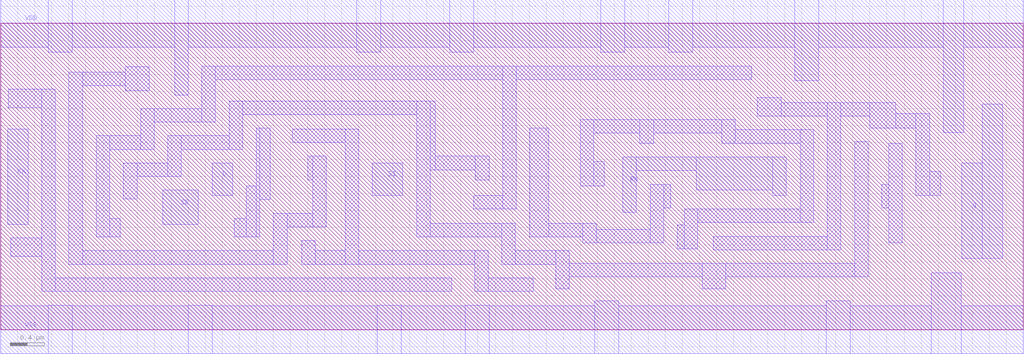
<source format=lef>
VERSION 5.4 ;
NAMESCASESENSITIVE ON ;
MANUFACTURINGGRID 0.01 ;

UNITS
    DATABASE MICRONS 1000  ;
END UNITS

LAYER PC
    TYPE MASTERSLICE ;
END PC

LAYER CA
    TYPE CUT ;
END CA

LAYER metal1
    TYPE ROUTING ;
    WIDTH 0.160 ;
	AREA 0.089 ;
    SPACING 0.160 ;
    SPACING .26 RANGE 1.77 4.00 ;
    SPACING .36 RANGE 4.01 8.00 ;
    SPACING 1.12 RANGE 8.01 25.00 ;
    SPACING 1.92 RANGE 25.01 100000.0 ;
    PITCH 0.400 ;
    DIRECTION HORIZONTAL ;
	MINIMUMCUT 2 WIDTH 1.04 ;
    RESISTANCE RPERSQ 0.07090000 ;
	CAPACITANCE CPERSQDIST 9.7045e-05 ;
	EDGECAPACITANCE 8.3040e-05 ;
END metal1

LAYER V1
    TYPE CUT ;
	SPACING 0.28 ;
END V1

LAYER metal2
    TYPE ROUTING ;
    WIDTH 0.200 ;
	AREA 0.120 ;
    SPACING 0.200 ;
    SPACING .28 RANGE 2.01 4.00 ;
    SPACING .36 RANGE 4.01 8.00 ;
    SPACING 1.12 RANGE 8.01 25.00 ;
    SPACING 1.92 RANGE 25.01 100000.0 ;
    PITCH 0.400 ;
    DIRECTION VERTICAL ;
	MINIMUMCUT 2 WIDTH 1.04 ;
    RESISTANCE RPERSQ 0.06390000 ;
	CAPACITANCE CPERSQDIST 9.9389e-05 ;
	EDGECAPACITANCE 7.1337e-05 ;
END metal2

LAYER V2
    TYPE CUT ;
	SPACING 0.28 ;
END V2

LAYER metal3
    TYPE ROUTING ;
    WIDTH 0.200 ;
	AREA 0.120 ;
    SPACING 0.200 ;
    SPACING .28 RANGE 2.01 4.00 ;
    SPACING .36 RANGE 4.01 8.00 ;
    SPACING 1.12 RANGE 8.01 25.00 ;
    SPACING 1.92 RANGE 25.01 100000.0 ;
    PITCH 0.400 ;
    DIRECTION HORIZONTAL ;
	MINIMUMCUT 2 WIDTH 1.04 ;
    RESISTANCE RPERSQ 0.06390000 ;
	CAPACITANCE CPERSQDIST 9.1182e-05 ;
	EDGECAPACITANCE 7.1611e-05 ;
END metal3

LAYER V3
    TYPE CUT ;
	SPACING 0.28 ;
END V3

LAYER metal4
    TYPE ROUTING ;
    WIDTH 0.200 ;
	AREA 0.120 ;
    SPACING 0.200 ;
    SPACING .28 RANGE 2.01 4.00 ;
    SPACING .36 RANGE 4.01 8.00 ;
    SPACING 1.12 RANGE 8.01 25.00 ;
    SPACING 1.92 RANGE 25.01 100000.0 ;
    PITCH 0.400 ;
    DIRECTION VERTICAL ;
	MINIMUMCUT 2 WIDTH 1.04 ;
    RESISTANCE RPERSQ 0.06390000 ;
	CAPACITANCE CPERSQDIST 8.4534e-05 ;
	EDGECAPACITANCE 7.1142e-05 ;
END metal4

LAYER VL
    TYPE CUT ;
	SPACING 0.56 ;
END VL

LAYER metal5
    TYPE ROUTING ;
    WIDTH 0.400 ;
	AREA 0.480 ;
    SPACING 0.400 ;
    SPACING .60 RANGE 2.01 8.00 ;
    SPACING 1.12 RANGE 8.01 25.00 ;
    SPACING 1.92 RANGE 25.01 100000.0 ;
    PITCH 0.800 ;
    DIRECTION HORIZONTAL ;
    RESISTANCE RPERSQ 0.03730000 ;
	CAPACITANCE CPERSQDIST 6.6102e-05 ;
	EDGECAPACITANCE 7.1227e-05 ;
END metal5

LAYER VQ
    TYPE CUT ;
	SPACING 0.56 ;
END VQ

LAYER metal6
    TYPE ROUTING ;
    WIDTH 0.400 ;
	AREA 0.480 ;
    SPACING 0.400 ;
    SPACING .60 RANGE 2.01 8.00 ;
    SPACING 1.12 RANGE 8.01 25.00 ;
    SPACING 1.92 RANGE 25.01 100000.0 ;
    PITCH 0.800 ;
    DIRECTION VERTICAL ;
    RESISTANCE RPERSQ 0.03730000 ;
	CAPACITANCE CPERSQDIST 3.5152e-05 ;
	EDGECAPACITANCE 6.8060e-05 ;
END metal6

VIA via1 DEFAULT
    RESISTANCE 6.000 ;
    LAYER metal1 ;
        RECT -0.120 -0.160 0.120 0.160 ;
    LAYER V1 ;
        RECT -0.100 -0.100 0.100 0.100 ;
    LAYER metal2 ;
        RECT -0.100 -0.100 0.100 0.100 ;
END via1

VIA via1r DEFAULT
    RESISTANCE 6.000 ;
    LAYER metal1 ;
        RECT -0.160 -0.120 0.160 0.120 ;
    LAYER V1 ;
        RECT -0.100 -0.100 0.100 0.100 ;
    LAYER metal2 ;
        RECT -0.100 -0.100 0.100 0.100 ;
END via1r

VIA via1_fat DEFAULT
    RESISTANCE 6.000 ;
    LAYER metal1 ;
        RECT -0.120 -0.360 0.120 0.360 ;
    LAYER V1 ;
        RECT -0.100 0.100 0.100 0.300 ;
        RECT -0.100 -0.300 0.100 -0.100 ;
    LAYER metal2 ;
        RECT -0.100 -0.300 0.100 0.300 ;
END via1_fat

VIA via1r_fat DEFAULT
    RESISTANCE 6.000 ;
    LAYER metal1 ;
        RECT -0.360 -0.120 0.360 0.120 ;
    LAYER V1 ;
        RECT -0.300 -0.100 -0.100 0.100 ;
        RECT 0.100 -0.100 0.300 0.100 ;
    LAYER metal2 ;
        RECT -0.300 -0.100 0.300 0.100 ;
END via1r_fat

VIA via2 DEFAULT
    RESISTANCE 6.000 ;
    LAYER metal2 ;
        RECT -0.100 -0.100 0.100 0.100 ;
    LAYER V2 ;
        RECT -0.100 -0.100 0.100 0.100 ;
    LAYER metal3 ;
        RECT -0.100 -0.100 0.100 0.100 ;
END via2

VIA via2ts DEFAULT TOPOFSTACKONLY
    RESISTANCE 6.000 ;
    LAYER metal2 ;
        RECT -0.100 -0.300 0.100 0.300 ;
    LAYER V2 ;
        RECT -0.100 -0.100 0.100 0.100 ;
    LAYER metal3 ;
        RECT -0.100 -0.100 0.100 0.100 ;
END via2ts

VIA via2_fat DEFAULT
    RESISTANCE 6.000 ;
    LAYER metal2 ;
        RECT -0.100 -0.300 0.100 0.300 ;
    LAYER V2 ;
        RECT -0.100 0.100 0.100 0.300 ;
        RECT -0.100 -0.300 0.100 -0.100 ;
    LAYER metal3 ;
        RECT -0.100 -0.300 0.100 0.300 ;
END via2_fat

VIA via2r_fat DEFAULT
    RESISTANCE 6.000 ;
    LAYER metal2 ;
        RECT -0.300 -0.100 0.300 0.100 ;
    LAYER V2 ;
        RECT -0.300 -0.100 -0.100 0.100 ;
        RECT 0.100 -0.100 0.300 0.100 ;
    LAYER metal3 ;
        RECT -0.300 -0.100 0.300 0.100 ;
END via2r_fat

VIA via3 DEFAULT
    RESISTANCE 6.000 ;
    LAYER metal3 ;
        RECT -0.100 -0.100 0.100 0.100 ;
    LAYER V3 ;
        RECT -0.100 -0.100 0.100 0.100 ;
    LAYER metal4 ;
        RECT -0.100 -0.100 0.100 0.100 ;
END via3

VIA via3ts DEFAULT TOPOFSTACKONLY
    RESISTANCE 6.000 ;
    LAYER metal3 ;
        RECT -0.300 -0.100 0.300 0.100 ;
    LAYER V3 ;
        RECT -0.100 -0.100 0.100 0.100 ;
    LAYER metal4 ;
        RECT -0.100 -0.100 0.100 0.100 ;
END via3ts

VIA via3_fat DEFAULT
    RESISTANCE 6.000 ;
    LAYER metal3 ;
        RECT -0.100 -0.300 0.100 0.300 ;
    LAYER V3 ;
        RECT -0.100 0.100 0.100 0.300 ;
        RECT -0.100 -0.300 0.100 -0.100 ;
    LAYER metal4 ;
        RECT -0.100 -0.300 0.100 0.300 ;
END via3_fat

VIA via3r_fat DEFAULT
    RESISTANCE 6.000 ;
    LAYER metal3 ;
        RECT -0.300 -0.100 0.300 0.100 ;
    LAYER V3 ;
        RECT -0.300 -0.100 -0.100 0.100 ;
        RECT 0.100 -0.100 0.300 0.100 ;
    LAYER metal4 ;
        RECT -0.300 -0.100 0.300 0.100 ;
END via3r_fat

VIA via4 DEFAULT
    RESISTANCE 3.000 ;
    LAYER metal4 ;
        RECT -0.200 -0.200 0.200 0.200 ;
    LAYER VL ;
        RECT -0.200 -0.200 0.200 0.200 ;
    LAYER metal5 ;
        RECT -0.200 -0.200 0.200 0.200 ;
END via4

VIA via4ts DEFAULT TOPOFSTACKONLY
    RESISTANCE 3.000 ;
    LAYER metal4 ;
        RECT -0.200 -0.200 0.200 0.200 ;
    LAYER VL ;
        RECT -0.200 -0.200 0.200 0.200 ;
    LAYER metal5 ;
        RECT -0.200 -0.200 0.200 0.200 ;
END via4ts

VIA via5 DEFAULT
    RESISTANCE 3.000 ;
    LAYER metal5 ;
        RECT -0.200 -0.200 0.200 0.200 ;
    LAYER VQ ;
        RECT -0.200 -0.200 0.200 0.200 ;
    LAYER metal6 ;
        RECT -0.200 -0.200 0.200 0.200 ;
END via5

VIA via5ts DEFAULT TOPOFSTACKONLY
    RESISTANCE 3.000 ;
    LAYER metal5 ;
        RECT -0.600 -0.200 0.600 0.200 ;
    LAYER VQ ;
        RECT -0.200 -0.200 0.200 0.200 ;
    LAYER metal6 ;
        RECT -0.200 -0.200 0.200 0.200 ;
END via5ts

VIARULE via1Array GENERATE
    LAYER metal1 ;
        DIRECTION HORIZONTAL ;
        OVERHANG 0.060 ;
        METALOVERHANG 0.000 ;

    LAYER metal2 ;
        DIRECTION VERTICAL ;
        OVERHANG 0.000 ;
        METALOVERHANG 0.000 ;

    LAYER V1 ;
        RECT -0.100 -0.100 0.100 0.100 ;
        SPACING 0.600 BY 0.600 ;
END via1Array

VIARULE via2Array GENERATE
    LAYER metal2 ;
        DIRECTION VERTICAL ;
        OVERHANG 0.000 ;
        METALOVERHANG 0.000 ;

    LAYER metal3 ;
        DIRECTION HORIZONTAL ;
        OVERHANG 0.000 ;
        METALOVERHANG 0.000 ;

    LAYER V2 ;
        RECT -0.100 -0.100 0.100 0.100 ;
        SPACING 0.600 BY 0.600 ;
END via2Array

VIARULE via3Array GENERATE
    LAYER metal3 ;
        DIRECTION HORIZONTAL ;
        OVERHANG 0.000 ;
        METALOVERHANG 0.000 ;

    LAYER metal4 ;
        DIRECTION VERTICAL ;
        OVERHANG 0.000 ;
        METALOVERHANG 0.000 ;

    LAYER V3 ;
        RECT -0.100 -0.100 0.100 0.100 ;
        SPACING 0.600 BY 0.600 ;
END via3Array

VIARULE via4Array GENERATE
    LAYER metal4 ;
        DIRECTION VERTICAL ;
        OVERHANG 0.000 ;
        METALOVERHANG 0.000 ;

    LAYER metal5 ;
        DIRECTION HORIZONTAL ;
        OVERHANG 0.000 ;
        METALOVERHANG 0.000 ;

    LAYER VL ;
        RECT -0.200 -0.200 0.200 0.200 ;
        SPACING 0.800 BY 0.800 ;
END via4Array

VIARULE via5Array GENERATE
    LAYER metal5 ;
        DIRECTION HORIZONTAL ;
        OVERHANG 0.000 ;
        METALOVERHANG 0.000 ;

    LAYER metal6 ;
        DIRECTION VERTICAL ;
        OVERHANG 0.000 ;
        METALOVERHANG 0.000 ;

    LAYER VQ ;
        RECT -0.200 -0.200 0.200 0.200 ;
        SPACING 0.800 BY 0.800 ;
END via5Array

VIARULE TURNmetal1 GENERATE
    LAYER metal1 ;
        DIRECTION vertical ;

    LAYER metal1 ;
        DIRECTION horizontal ;
END TURNmetal1

VIARULE TURNmetal2 GENERATE
    LAYER metal2 ;
        DIRECTION vertical ;

    LAYER metal2 ;
        DIRECTION horizontal ;
END TURNmetal2

VIARULE TURNmetal3 GENERATE
    LAYER metal3 ;
        DIRECTION vertical ;

    LAYER metal3 ;
        DIRECTION horizontal ;
END TURNmetal3

VIARULE TURNmetal4 GENERATE
    LAYER metal4 ;
        DIRECTION vertical ;

    LAYER metal4 ;
        DIRECTION horizontal ;
END TURNmetal4

VIARULE TURNM5 GENERATE
    LAYER metal5 ;
        DIRECTION vertical ;

    LAYER metal5 ;
        DIRECTION horizontal ;
END TURNM5

VIARULE TURNM6 GENERATE
    LAYER metal6 ;
        DIRECTION vertical ;

    LAYER metal6 ;
        DIRECTION horizontal ;
END TURNM6

SPACING
    SAMENET metal1 metal1 0.160  ;
    SAMENET metal2 metal2 0.200 STACK ;
    SAMENET metal3 metal3 0.200 STACK ;
    SAMENET metal4 metal4 0.200 STACK ;
    SAMENET metal5 metal5 0.400 STACK ;
    SAMENET metal6 metal6 0.400  ;
    SAMENET V1 V1 0.200  ;
    SAMENET V2 V2 0.200  ;
    SAMENET V3 V3 0.200  ;
    SAMENET VL VL 0.400  ;
    SAMENET VQ VQ 0.400  ;
    SAMENET V1 V2 0.0 STACK ;
    SAMENET V2 V3 0.0 STACK ;
    SAMENET V3 VL 0.0 STACK ;
    SAMENET VL VQ 0.0 STACK ;
END SPACING

SITE cellsite
    SYMMETRY y  ;
    CLASS core  ;
    SIZE 0.400 BY 3.600 ;
END cellsite

MACRO MAS1
    CLASS CORE ;
    FOREIGN MAS1 0.000 0.000  ;
    ORIGIN 0.000 0.000 ;
    SIZE 1.600 BY 3.600 ;
    SYMMETRY x y ;
    SITE cellsite ;
    PIN Y
        DIRECTION OUTPUT ;
        PORT
        LAYER metal1 ;
        RECT  1.360 0.920 1.520 3.160 ;
        RECT  0.920 0.920 1.360 1.080 ;
        RECT  1.280 1.910 1.360 3.160 ;
        RECT  1.040 1.910 1.280 2.750 ;
        RECT  0.640 0.800 0.920 1.080 ;
        END
    END Y
    PIN B
        DIRECTION INPUT ;
        PORT
        LAYER metal1 ;
        RECT  0.360 1.430 0.680 1.710 ;
        RECT  0.320 1.240 0.360 1.710 ;
        RECT  0.080 1.240 0.320 2.360 ;
        END
    END B
    PIN A
        DIRECTION INPUT ;
        PORT
        LAYER metal1 ;
        RECT  0.840 1.240 1.160 1.700 ;
        END
    END A
    PIN VSS
        DIRECTION INOUT ;
        USE ground ;
        SHAPE ABUTMENT ;
        PORT
        LAYER metal1 ;
        RECT  1.470 -0.280 1.600 0.280 ;
        RECT  1.160 -0.280 1.470 0.760 ;
        RECT  0.450 -0.280 1.160 0.280 ;
        RECT  0.150 -0.280 0.450 1.080 ;
        RECT  0.000 -0.280 0.150 0.280 ;
        END
    END VSS
    PIN VDD
        DIRECTION INOUT ;
        USE power ;
        SHAPE ABUTMENT ;
        PORT
        LAYER metal1 ;
        RECT  0.520 3.320 1.600 3.880 ;
        RECT  0.240 2.530 0.520 3.880 ;
        RECT  0.000 3.320 0.240 3.880 ;
        END
    END VDD
END MAS1

MACRO MAS10
    CLASS CORE ;
    FOREIGN MAS10 0.000 0.000  ;
    ORIGIN 0.000 0.000 ;
    SIZE 1.600 BY 3.600 ;
    SYMMETRY x y ;
    SITE cellsite ;
    PIN Y
        DIRECTION OUTPUT ;
        PORT
        LAYER metal1 ;
        RECT  1.350 0.840 1.520 2.940 ;
        RECT  1.280 0.840 1.350 1.960 ;
        RECT  1.230 2.230 1.350 2.940 ;
        RECT  1.200 0.840 1.280 1.220 ;
        END
    END Y
    PIN A
        DIRECTION INPUT ;
        PORT
        LAYER metal1 ;
        RECT  0.680 1.240 0.720 1.560 ;
        RECT  0.480 1.240 0.680 1.750 ;
        RECT  0.400 1.470 0.480 1.750 ;
        END
    END A
    PIN VSS
        DIRECTION INOUT ;
        USE ground ;
        SHAPE ABUTMENT ;
        PORT
        LAYER metal1 ;
        RECT  1.000 -0.280 1.600 0.280 ;
        RECT  0.720 -0.280 1.000 1.080 ;
        RECT  0.000 -0.280 0.720 0.280 ;
        END
    END VSS
    PIN VDD
        DIRECTION INOUT ;
        USE power ;
        SHAPE ABUTMENT ;
        PORT
        LAYER metal1 ;
        RECT  1.030 3.320 1.600 3.880 ;
        RECT  0.750 2.230 1.030 3.880 ;
        RECT  0.000 3.320 0.750 3.880 ;
        END
    END VDD
    OBS
        LAYER metal1 ;
        RECT  0.950 1.520 1.120 2.070 ;
        RECT  0.530 1.910 0.950 2.070 ;
        RECT  0.240 1.910 0.530 2.350 ;
        RECT  0.240 1.030 0.320 1.310 ;
        RECT  0.230 1.030 0.240 2.350 ;
        RECT  0.080 1.030 0.230 2.070 ;
    END
END MAS10

MACRO MAS11
    CLASS CORE ;
    FOREIGN MAS11 0.000 0.000  ;
    ORIGIN 0.000 0.000 ;
    SIZE 1.200 BY 3.600 ;
    SYMMETRY x y ;
    SITE cellsite ;
    PIN Y
        DIRECTION OUTPUT ;
        PORT
        LAYER metal1 ;
        RECT  1.000 1.240 1.120 2.360 ;
        RECT  0.960 0.440 1.000 2.360 ;
        RECT  0.840 0.440 0.960 3.160 ;
        RECT  0.680 0.440 0.840 1.310 ;
        RECT  0.680 1.910 0.840 3.160 ;
        END
    END Y
    PIN A
        DIRECTION INPUT ;
        PORT
        LAYER metal1 ;
        RECT  0.400 1.470 0.680 1.750 ;
        RECT  0.360 1.240 0.400 1.750 ;
        RECT  0.080 1.240 0.360 2.360 ;
        END
    END A
    PIN VSS
        DIRECTION INOUT ;
        USE ground ;
        SHAPE ABUTMENT ;
        PORT
        LAYER metal1 ;
        RECT  0.440 -0.280 1.200 0.280 ;
        RECT  0.160 -0.280 0.440 0.990 ;
        RECT  0.000 -0.280 0.160 0.280 ;
        END
    END VSS
    PIN VDD
        DIRECTION INOUT ;
        USE power ;
        SHAPE ABUTMENT ;
        PORT
        LAYER metal1 ;
        RECT  0.440 3.320 1.200 3.880 ;
        RECT  0.160 2.750 0.440 3.880 ;
        RECT  0.000 3.320 0.160 3.880 ;
        END
    END VDD
END MAS11

MACRO MAS12
    CLASS CORE ;
    FOREIGN MAS12 0.000 0.000  ;
    ORIGIN 0.000 0.000 ;
    SIZE 9.200 BY 3.600 ;
    SYMMETRY x y ;
    SITE cellsite ;
    PIN RN
        DIRECTION INPUT ;
        PORT
        LAYER metal1 ;
        RECT  6.430 1.360 6.690 1.640 ;
        RECT  6.050 1.360 6.430 1.520 ;
        RECT  5.890 0.610 6.050 1.520 ;
        RECT  4.810 0.610 5.890 0.770 ;
        RECT  4.650 0.610 4.810 1.010 ;
        RECT  4.490 0.850 4.650 1.010 ;
        RECT  4.210 0.850 4.490 1.510 ;
        RECT  4.170 0.850 4.210 1.010 ;
        RECT  4.010 0.440 4.170 1.010 ;
        RECT  1.900 0.440 4.010 0.600 ;
        RECT  1.740 0.440 1.900 0.700 ;
        RECT  1.120 0.540 1.740 0.700 ;
        RECT  1.200 1.360 1.440 1.640 ;
        RECT  1.120 1.360 1.200 1.560 ;
        RECT  0.960 0.540 1.120 1.560 ;
        RECT  0.880 0.840 0.960 1.560 ;
        END
    END RN
    PIN QN
        DIRECTION OUTPUT ;
        PORT
        LAYER metal1 ;
        RECT  8.150 1.640 8.320 2.390 ;
        RECT  7.980 1.030 8.150 2.390 ;
        RECT  7.870 1.030 7.980 1.310 ;
        RECT  7.870 2.110 7.980 2.390 ;
        END
    END QN
    PIN Q
        DIRECTION OUTPUT ;
        PORT
        LAYER metal1 ;
        RECT  8.880 0.470 9.120 3.140 ;
        END
    END Q
    PIN D
        DIRECTION INPUT ;
        PORT
        LAYER metal1 ;
        RECT  0.400 2.040 0.720 2.360 ;
        END
    END D
    PIN CK
        DIRECTION INPUT ;
        USE clock ;
        PORT
        LAYER metal1 ;
        RECT  1.680 1.240 2.070 1.620 ;
        END
    END CK
    PIN VSS
        DIRECTION INOUT ;
        USE ground ;
        SHAPE ABUTMENT ;
        PORT
        LAYER metal1 ;
        RECT  8.630 -0.280 9.200 0.280 ;
        RECT  8.350 -0.280 8.630 1.220 ;
        RECT  6.490 -0.280 8.350 0.280 ;
        RECT  6.210 -0.280 6.490 0.740 ;
        RECT  4.490 -0.280 6.210 0.280 ;
        RECT  4.330 -0.280 4.490 0.690 ;
        RECT  1.580 -0.280 4.330 0.280 ;
        RECT  1.300 -0.280 1.580 0.380 ;
        RECT  0.000 -0.280 1.300 0.280 ;
        END
    END VSS
    PIN VDD
        DIRECTION INOUT ;
        USE power ;
        SHAPE ABUTMENT ;
        PORT
        LAYER metal1 ;
        RECT  8.630 3.320 9.200 3.880 ;
        RECT  8.350 2.990 8.630 3.880 ;
        RECT  7.380 3.320 8.350 3.880 ;
        RECT  7.100 3.260 7.380 3.880 ;
        RECT  6.250 3.320 7.100 3.880 ;
        RECT  5.800 3.200 6.250 3.880 ;
        RECT  3.670 3.320 5.800 3.880 ;
        RECT  3.390 2.450 3.670 3.880 ;
        RECT  2.210 3.320 3.390 3.880 ;
        RECT  1.930 3.200 2.210 3.880 ;
        RECT  0.600 3.260 1.930 3.880 ;
        RECT  0.370 3.320 0.600 3.880 ;
        RECT  0.090 3.200 0.370 3.880 ;
        RECT  0.000 3.320 0.090 3.880 ;
        END
    END VDD
    OBS
        LAYER metal1 ;
        RECT  8.560 1.590 8.720 2.710 ;
        RECT  7.230 2.550 8.560 2.710 ;
        RECT  7.670 0.450 7.810 0.670 ;
        RECT  7.690 1.670 7.760 1.950 ;
        RECT  7.670 1.670 7.690 2.350 ;
        RECT  7.510 0.450 7.670 2.350 ;
        RECT  7.410 2.070 7.510 2.350 ;
        RECT  7.230 1.030 7.350 1.250 ;
        RECT  7.070 1.030 7.230 2.710 ;
        RECT  6.290 1.900 7.070 2.060 ;
        RECT  6.490 2.430 7.070 2.710 ;
        RECT  6.660 2.870 6.940 3.140 ;
        RECT  5.730 2.870 6.660 3.030 ;
        RECT  6.010 1.780 6.290 2.060 ;
        RECT  5.570 1.020 5.730 3.030 ;
        RECT  5.450 1.020 5.570 1.310 ;
        RECT  5.190 2.720 5.570 2.880 ;
        RECT  5.130 2.310 5.410 2.560 ;
        RECT  4.910 2.720 5.190 2.990 ;
        RECT  4.890 1.170 5.170 1.830 ;
        RECT  4.750 2.310 5.130 2.470 ;
        RECT  4.370 1.670 4.890 1.830 ;
        RECT  4.590 2.310 4.750 2.940 ;
        RECT  3.990 2.780 4.590 2.940 ;
        RECT  4.370 2.340 4.430 2.620 ;
        RECT  4.150 1.670 4.370 2.620 ;
        RECT  3.850 1.170 3.990 2.940 ;
        RECT  3.830 0.760 3.850 2.940 ;
        RECT  3.690 0.760 3.830 1.330 ;
        RECT  3.090 0.760 3.690 0.920 ;
        RECT  3.510 2.010 3.670 2.290 ;
        RECT  3.410 1.080 3.530 1.300 ;
        RECT  3.410 2.010 3.510 2.170 ;
        RECT  3.250 1.080 3.410 2.170 ;
        RECT  3.230 2.010 3.250 2.170 ;
        RECT  3.070 2.010 3.230 3.020 ;
        RECT  2.910 0.760 3.090 1.590 ;
        RECT  2.770 2.860 3.070 3.020 ;
        RECT  2.750 0.760 2.910 2.460 ;
        RECT  2.490 2.860 2.770 3.080 ;
        RECT  2.550 1.910 2.750 2.460 ;
        RECT  1.100 2.300 2.550 2.460 ;
        RECT  1.220 2.860 2.490 3.020 ;
        RECT  2.230 0.860 2.390 1.960 ;
        RECT  1.760 0.860 2.230 1.080 ;
        RECT  1.740 1.800 2.230 1.960 ;
        RECT  1.460 1.800 1.740 2.130 ;
        RECT  1.040 1.800 1.460 1.960 ;
        RECT  0.940 2.620 1.220 3.020 ;
        RECT  0.880 2.180 1.100 2.460 ;
        RECT  0.880 1.720 1.040 1.960 ;
        RECT  0.240 2.620 0.940 2.780 ;
        RECT  0.620 1.720 0.880 1.880 ;
        RECT  0.400 1.340 0.620 1.880 ;
        RECT  0.240 0.900 0.370 1.180 ;
        RECT  0.080 0.900 0.240 2.790 ;
    END
END MAS12

MACRO MAS13
    CLASS CORE ;
    FOREIGN MAS13 0.000 0.000  ;
    ORIGIN 0.000 0.000 ;
    SIZE 3.200 BY 3.600 ;
    SYMMETRY x y ;
    SITE cellsite ;
    PIN Y
        DIRECTION OUTPUT ;
        PORT
        LAYER metal1 ;
        RECT  1.990 0.780 2.150 2.760 ;
        RECT  1.760 0.780 1.990 1.060 ;
        RECT  1.680 2.440 1.990 2.760 ;
        END
    END Y
    PIN S0
        DIRECTION INPUT ;
        PORT
        LAYER metal1 ;
        RECT  1.520 2.940 2.290 3.100 ;
        RECT  1.280 2.770 1.520 3.160 ;
        RECT  0.570 2.770 1.280 2.930 ;
        RECT  0.260 2.650 0.570 2.930 ;
        END
    END S0
    PIN B
        DIRECTION INPUT ;
        PORT
        LAYER metal1 ;
        RECT  0.760 1.860 1.100 2.140 ;
        RECT  0.480 1.860 0.760 2.360 ;
        END
    END B
    PIN A
        DIRECTION INPUT ;
        PORT
        LAYER metal1 ;
        RECT  2.860 1.190 3.120 2.360 ;
        RECT  2.630 1.190 2.860 1.630 ;
        END
    END A
    PIN VSS
        DIRECTION INOUT ;
        USE ground ;
        SHAPE ABUTMENT ;
        PORT
        LAYER metal1 ;
        RECT  3.010 -0.280 3.200 0.280 ;
        RECT  2.730 -0.280 3.010 1.030 ;
        RECT  1.020 -0.280 2.730 0.340 ;
        RECT  0.720 -0.280 1.020 1.030 ;
        RECT  0.000 -0.280 0.720 0.280 ;
        END
    END VSS
    PIN VDD
        DIRECTION INOUT ;
        USE power ;
        SHAPE ABUTMENT ;
        PORT
        LAYER metal1 ;
        RECT  3.000 3.320 3.200 3.880 ;
        RECT  2.720 2.550 3.000 3.880 ;
        RECT  0.970 3.320 2.720 3.880 ;
        RECT  0.660 3.200 0.970 3.880 ;
        RECT  0.000 3.320 0.660 3.880 ;
        END
    END VDD
    OBS
        LAYER metal1 ;
        RECT  2.310 0.930 2.470 2.780 ;
        RECT  1.670 1.220 1.830 2.200 ;
        RECT  1.560 1.220 1.670 1.380 ;
        RECT  1.490 2.040 1.670 2.200 ;
        RECT  1.280 0.930 1.560 1.380 ;
        RECT  1.270 1.540 1.510 1.880 ;
        RECT  1.300 2.040 1.490 2.490 ;
        RECT  0.370 1.540 1.270 1.700 ;
        RECT  0.320 0.930 0.370 1.700 ;
        RECT  0.160 0.930 0.320 2.490 ;
        RECT  0.090 0.930 0.160 1.210 ;
        RECT  0.090 2.210 0.160 2.490 ;
    END
END MAS13

MACRO MAS14
    CLASS CORE ;
    FOREIGN MAS14 0.000 0.000  ;
    ORIGIN 0.000 0.000 ;
    SIZE 2.400 BY 3.600 ;
    SYMMETRY x y ;
    SITE cellsite ;
    PIN Y
        DIRECTION OUTPUT ;
        PORT
        LAYER metal1 ;
        RECT  2.160 0.440 2.320 2.720 ;
        RECT  2.080 0.440 2.160 1.560 ;
        RECT  1.760 2.440 2.160 2.720 ;
        RECT  1.390 0.900 2.080 1.060 ;
        RECT  1.110 0.780 1.390 1.060 ;
        END
    END Y
    PIN C
        DIRECTION INPUT ;
        PORT
        LAYER metal1 ;
        RECT  0.880 1.220 1.120 1.960 ;
        END
    END C
    PIN B
        DIRECTION INPUT ;
        PORT
        LAYER metal1 ;
        RECT  1.280 1.220 1.560 1.570 ;
        END
    END B
    PIN AN
        DIRECTION INPUT ;
        PORT
        LAYER metal1 ;
        RECT  0.400 1.240 0.720 1.560 ;
        END
    END AN
    PIN VSS
        DIRECTION INOUT ;
        USE ground ;
        SHAPE ABUTMENT ;
        PORT
        LAYER metal1 ;
        RECT  1.790 -0.280 2.400 0.280 ;
        RECT  0.590 -0.280 1.790 0.340 ;
        RECT  0.000 -0.280 0.590 0.280 ;
        END
    END VSS
    PIN VDD
        DIRECTION INOUT ;
        USE power ;
        SHAPE ABUTMENT ;
        PORT
        LAYER metal1 ;
        RECT  0.880 3.320 2.400 3.880 ;
        RECT  0.600 2.800 0.880 3.880 ;
        RECT  0.000 3.320 0.600 3.880 ;
        END
    END VDD
    OBS
        LAYER metal1 ;
        RECT  1.880 1.580 1.920 1.860 ;
        RECT  1.720 1.580 1.880 2.280 ;
        RECT  0.370 2.120 1.720 2.280 ;
        RECT  0.240 0.800 0.370 1.080 ;
        RECT  0.240 1.920 0.370 2.280 ;
        RECT  0.080 0.800 0.240 2.280 ;
    END
END MAS14

MACRO MAS15
    CLASS CORE ;
    FOREIGN MAS15 0.000 0.000  ;
    ORIGIN 0.000 0.000 ;
    SIZE 2.800 BY 3.600 ;
    SYMMETRY x y ;
    SITE cellsite ;
    PIN Y
        DIRECTION OUTPUT ;
        PORT
        LAYER metal1 ;
        RECT  2.480 0.900 2.720 2.800 ;
        RECT  2.410 0.900 2.480 1.140 ;
        RECT  1.910 2.520 2.480 2.800 ;
        END
    END Y
    PIN B1
        DIRECTION INPUT ;
        PORT
        LAYER metal1 ;
        RECT  0.840 1.520 1.200 1.960 ;
        END
    END B1
    PIN B0
        DIRECTION INPUT ;
        PORT
        LAYER metal1 ;
        RECT  1.680 2.030 2.070 2.360 ;
        END
    END B0
    PIN A1N
        DIRECTION INPUT ;
        PORT
        LAYER metal1 ;
        RECT  1.220 2.700 1.540 3.160 ;
        RECT  0.760 2.700 1.220 2.880 ;
        END
    END A1N
    PIN A0N
        DIRECTION INPUT ;
        PORT
        LAYER metal1 ;
        RECT  0.320 1.370 0.410 1.650 ;
        RECT  0.080 1.240 0.320 2.360 ;
        END
    END A0N
    PIN VSS
        DIRECTION INOUT ;
        USE ground ;
        SHAPE ABUTMENT ;
        PORT
        LAYER metal1 ;
        RECT  2.140 -0.280 2.800 0.280 ;
        RECT  1.460 -0.280 2.140 0.340 ;
        RECT  0.410 -0.280 1.460 0.280 ;
        RECT  0.130 -0.280 0.410 0.460 ;
        RECT  0.000 -0.280 0.130 0.280 ;
        END
    END VSS
    PIN VDD
        DIRECTION INOUT ;
        USE power ;
        SHAPE ABUTMENT ;
        PORT
        LAYER metal1 ;
        RECT  2.420 3.320 2.800 3.880 ;
        RECT  2.140 3.200 2.420 3.880 ;
        RECT  0.410 3.320 2.140 3.880 ;
        RECT  0.130 2.800 0.410 3.880 ;
        RECT  0.000 3.320 0.130 3.880 ;
        END
    END VDD
    OBS
        LAYER metal1 ;
        RECT  2.040 1.580 2.260 1.870 ;
        RECT  1.970 0.660 2.190 1.250 ;
        RECT  1.520 1.580 2.040 1.740 ;
        RECT  1.220 0.660 1.970 0.820 ;
        RECT  1.360 1.170 1.520 2.400 ;
        RECT  1.170 1.170 1.360 1.330 ;
        RECT  0.860 2.240 1.360 2.400 ;
        RECT  0.930 0.540 1.220 0.820 ;
        RECT  0.890 1.010 1.170 1.330 ;
        RECT  0.580 2.210 0.860 2.490 ;
    END
END MAS15

MACRO MAS16
    CLASS CORE ;
    FOREIGN MAS16 0.000 0.000  ;
    ORIGIN 0.000 0.000 ;
    SIZE 3.200 BY 3.600 ;
    SYMMETRY x y ;
    SITE cellsite ;
    PIN Y
        DIRECTION OUTPUT ;
        PORT
        LAYER metal1 ;
        RECT  3.040 0.840 3.120 1.960 ;
        RECT  2.880 0.840 3.040 2.680 ;
        RECT  2.870 1.000 2.880 1.280 ;
        RECT  1.640 2.520 2.880 2.680 ;
        RECT  2.110 1.120 2.870 1.280 ;
        RECT  1.950 1.000 2.110 1.280 ;
        RECT  1.380 2.380 1.640 2.680 ;
        END
    END Y
    PIN B2
        DIRECTION INPUT ;
        PORT
        LAYER metal1 ;
        RECT  0.080 0.840 0.320 1.960 ;
        END
    END B2
    PIN B1
        DIRECTION INPUT ;
        PORT
        LAYER metal1 ;
        RECT  0.720 1.620 1.010 1.780 ;
        RECT  0.480 1.620 0.720 1.980 ;
        END
    END B1
    PIN B0
        DIRECTION INPUT ;
        PORT
        LAYER metal1 ;
        RECT  1.190 1.760 1.350 2.100 ;
        RECT  1.120 1.940 1.190 2.100 ;
        RECT  0.880 1.940 1.120 2.360 ;
        END
    END B0
    PIN A2
        DIRECTION INPUT ;
        PORT
        LAYER metal1 ;
        RECT  2.480 1.560 2.720 2.040 ;
        END
    END A2
    PIN A1
        DIRECTION INPUT ;
        PORT
        LAYER metal1 ;
        RECT  2.080 1.440 2.320 2.360 ;
        END
    END A1
    PIN A0
        DIRECTION INPUT ;
        PORT
        LAYER metal1 ;
        RECT  1.600 1.640 1.920 2.040 ;
        END
    END A0
    PIN VSS
        DIRECTION INOUT ;
        USE ground ;
        SHAPE ABUTMENT ;
        PORT
        LAYER metal1 ;
        RECT  1.280 -0.280 3.200 0.280 ;
        RECT  0.950 -0.280 1.280 1.190 ;
        RECT  0.370 -0.280 0.950 0.280 ;
        RECT  0.090 -0.280 0.370 0.600 ;
        RECT  0.000 -0.280 0.090 0.280 ;
        END
    END VSS
    PIN VDD
        DIRECTION INOUT ;
        USE power ;
        SHAPE ABUTMENT ;
        PORT
        LAYER metal1 ;
        RECT  2.850 3.320 3.200 3.880 ;
        RECT  2.570 2.840 2.850 3.880 ;
        RECT  0.430 3.320 2.570 3.880 ;
        RECT  0.270 2.520 0.430 3.880 ;
        RECT  0.000 3.320 0.270 3.880 ;
        END
    END VDD
END MAS16

MACRO MAS17
    CLASS CORE ;
    FOREIGN MAS17 0.000 0.000  ;
    ORIGIN 0.000 0.000 ;
    SIZE 2.000 BY 3.600 ;
    SYMMETRY x y ;
    SITE cellsite ;
    PIN Y
        DIRECTION OUTPUT ;
        PORT
        LAYER metal1 ;
        RECT  1.760 0.850 1.920 3.160 ;
        RECT  1.200 0.850 1.760 1.130 ;
        RECT  1.600 1.940 1.760 3.160 ;
        END
    END Y
    PIN B
        DIRECTION INPUT ;
        PORT
        LAYER metal1 ;
        RECT  0.880 1.610 1.120 2.070 ;
        END
    END B
    PIN AN
        DIRECTION INPUT ;
        PORT
        LAYER metal1 ;
        RECT  0.340 1.240 0.720 1.640 ;
        END
    END AN
    PIN VSS
        DIRECTION INOUT ;
        USE ground ;
        SHAPE ABUTMENT ;
        PORT
        LAYER metal1 ;
        RECT  1.880 -0.280 2.000 0.280 ;
        RECT  0.800 -0.280 1.880 0.340 ;
        RECT  0.000 -0.280 0.800 0.280 ;
        END
    END VSS
    PIN VDD
        DIRECTION INOUT ;
        USE power ;
        SHAPE ABUTMENT ;
        PORT
        LAYER metal1 ;
        RECT  0.960 3.320 2.000 3.880 ;
        RECT  0.680 2.560 0.960 3.880 ;
        RECT  0.000 3.320 0.680 3.880 ;
        END
    END VDD
    OBS
        LAYER metal1 ;
        RECT  1.440 1.360 1.600 1.640 ;
        RECT  1.280 1.290 1.440 2.400 ;
        RECT  1.040 1.290 1.280 1.450 ;
        RECT  0.350 2.240 1.280 2.400 ;
        RECT  0.880 0.910 1.040 1.450 ;
        RECT  0.370 0.910 0.880 1.080 ;
        RECT  0.090 0.800 0.370 1.080 ;
        RECT  0.090 1.940 0.350 2.400 ;
    END
END MAS17

MACRO MAS18
    CLASS CORE ;
    FOREIGN MAS18 0.000 0.000  ;
    ORIGIN 0.000 0.000 ;
    SIZE 2.800 BY 3.600 ;
    SYMMETRY x y ;
    SITE cellsite ;
    PIN Y
        DIRECTION OUTPUT ;
        PORT
        LAYER metal1 ;
        RECT  2.480 0.990 2.720 3.000 ;
        RECT  2.430 0.990 2.480 1.270 ;
        RECT  1.650 2.720 2.480 3.000 ;
        END
    END Y
    PIN B1
        DIRECTION INPUT ;
        PORT
        LAYER metal1 ;
        RECT  0.080 0.840 0.320 1.960 ;
        END
    END B1
    PIN B0
        DIRECTION INPUT ;
        PORT
        LAYER metal1 ;
        RECT  0.720 1.480 0.880 1.750 ;
        RECT  0.480 1.480 0.720 1.960 ;
        END
    END B0
    PIN A1
        DIRECTION INPUT ;
        PORT
        LAYER metal1 ;
        RECT  1.680 1.180 1.960 1.620 ;
        END
    END A1
    PIN A0
        DIRECTION INPUT ;
        PORT
        LAYER metal1 ;
        RECT  0.840 0.440 1.200 0.870 ;
        END
    END A0
    PIN VSS
        DIRECTION INOUT ;
        USE ground ;
        SHAPE ABUTMENT ;
        PORT
        LAYER metal1 ;
        RECT  2.070 -0.280 2.800 0.280 ;
        RECT  1.790 -0.280 2.070 0.400 ;
        RECT  0.370 -0.280 1.790 0.280 ;
        RECT  0.090 -0.280 0.370 0.580 ;
        RECT  0.000 -0.280 0.090 0.280 ;
        END
    END VSS
    PIN VDD
        DIRECTION INOUT ;
        USE power ;
        SHAPE ABUTMENT ;
        PORT
        LAYER metal1 ;
        RECT  2.040 3.320 2.800 3.880 ;
        RECT  1.660 3.200 2.040 3.880 ;
        RECT  0.830 3.260 1.660 3.880 ;
        RECT  0.550 2.680 0.830 3.880 ;
        RECT  0.000 3.320 0.550 3.880 ;
        END
    END VDD
    OBS
        LAYER metal1 ;
        RECT  2.230 0.480 2.510 0.760 ;
        RECT  1.520 0.600 2.230 0.760 ;
        RECT  2.080 1.970 2.200 2.250 ;
        RECT  1.920 1.970 2.080 2.510 ;
        RECT  1.170 2.350 1.920 2.510 ;
        RECT  1.520 1.910 1.720 2.190 ;
        RECT  1.360 0.600 1.520 2.190 ;
        RECT  0.920 1.030 1.360 1.310 ;
        RECT  0.950 1.970 1.170 2.510 ;
        RECT  0.370 2.350 0.950 2.510 ;
        RECT  0.210 2.350 0.370 2.840 ;
        RECT  0.090 2.560 0.210 2.840 ;
    END
END MAS18

MACRO MAS19
    CLASS CORE ;
    FOREIGN MAS19 0.000 0.000  ;
    ORIGIN 0.000 0.000 ;
    SIZE 2.400 BY 3.600 ;
    SYMMETRY x y ;
    SITE cellsite ;
    PIN Y
        DIRECTION OUTPUT ;
        PORT
        LAYER metal1 ;
        RECT  2.280 0.440 2.320 1.560 ;
        RECT  2.120 0.440 2.280 2.400 ;
        RECT  2.080 0.440 2.120 1.560 ;
        RECT  2.070 2.080 2.120 2.400 ;
        RECT  2.060 2.120 2.070 2.400 ;
        RECT  1.120 2.120 2.060 2.280 ;
        RECT  0.960 2.120 1.120 2.900 ;
        END
    END Y
    PIN C0
        DIRECTION INPUT ;
        PORT
        LAYER metal1 ;
        RECT  1.680 1.640 1.920 1.960 ;
        RECT  1.340 1.640 1.680 1.920 ;
        END
    END C0
    PIN B0
        DIRECTION INPUT ;
        PORT
        LAYER metal1 ;
        RECT  1.520 2.820 2.120 3.000 ;
        RECT  1.280 2.440 1.520 3.000 ;
        END
    END B0
    PIN A1
        DIRECTION INPUT ;
        PORT
        LAYER metal1 ;
        RECT  0.360 1.590 0.540 1.900 ;
        RECT  0.340 1.240 0.360 1.900 ;
        RECT  0.080 1.240 0.340 2.360 ;
        END
    END A1
    PIN A0
        DIRECTION INPUT ;
        PORT
        LAYER metal1 ;
        RECT  0.880 1.240 1.120 1.880 ;
        END
    END A0
    PIN VSS
        DIRECTION INOUT ;
        USE ground ;
        SHAPE ABUTMENT ;
        PORT
        LAYER metal1 ;
        RECT  0.930 -0.280 2.400 0.280 ;
        RECT  0.630 -0.280 0.930 0.760 ;
        RECT  0.000 -0.280 0.630 0.280 ;
        END
    END VSS
    PIN VDD
        DIRECTION INOUT ;
        USE power ;
        SHAPE ABUTMENT ;
        PORT
        LAYER metal1 ;
        RECT  1.830 3.320 2.400 3.880 ;
        RECT  0.390 3.260 1.830 3.880 ;
        RECT  0.110 2.570 0.390 3.880 ;
        RECT  0.000 3.320 0.110 3.880 ;
        END
    END VDD
    OBS
        LAYER metal1 ;
        RECT  0.370 0.920 1.500 1.080 ;
        RECT  0.090 0.600 0.370 1.080 ;
    END
END MAS19

MACRO MAS2
    CLASS CORE ;
    FOREIGN MAS2 0.000 0.000  ;
    ORIGIN 0.000 0.000 ;
    SIZE 1.600 BY 3.600 ;
    SYMMETRY x y ;
    SITE cellsite ;
    PIN Y
        DIRECTION OUTPUT ;
        PORT
        LAYER metal1 ;
        RECT  0.690 0.800 1.240 1.080 ;
        RECT  0.690 2.040 0.920 2.410 ;
        RECT  0.530 0.800 0.690 2.410 ;
        RECT  0.480 2.040 0.530 2.410 ;
        END
    END Y
    PIN B
        DIRECTION INPUT ;
        PORT
        LAYER metal1 ;
        RECT  0.320 1.240 0.370 1.810 ;
        RECT  0.080 1.240 0.320 2.360 ;
        END
    END B
    PIN A
        DIRECTION INPUT ;
        PORT
        LAYER metal1 ;
        RECT  0.850 1.240 1.160 1.730 ;
        END
    END A
    PIN VSS
        DIRECTION INOUT ;
        USE ground ;
        SHAPE ABUTMENT ;
        PORT
        LAYER metal1 ;
        RECT  0.370 -0.280 1.600 0.280 ;
        RECT  0.090 -0.280 0.370 1.080 ;
        RECT  0.000 -0.280 0.090 0.280 ;
        END
    END VSS
    PIN VDD
        DIRECTION INOUT ;
        USE power ;
        SHAPE ABUTMENT ;
        PORT
        LAYER metal1 ;
        RECT  1.440 3.320 1.600 3.880 ;
        RECT  1.160 2.030 1.440 3.880 ;
        RECT  0.400 3.260 1.160 3.880 ;
        RECT  0.120 2.570 0.400 3.880 ;
        RECT  0.000 3.320 0.120 3.880 ;
        END
    END VDD
END MAS2

MACRO MAS20
    CLASS CORE ;
    FOREIGN MAS20 0.000 0.000  ;
    ORIGIN 0.000 0.000 ;
    SIZE 2.800 BY 3.600 ;
    SYMMETRY x y ;
    SITE cellsite ;
    PIN Y
        DIRECTION OUTPUT ;
        PORT
        LAYER metal1 ;
        RECT  2.480 1.240 2.720 2.360 ;
        RECT  2.320 1.240 2.480 1.400 ;
        RECT  1.580 2.200 2.480 2.360 ;
        RECT  2.160 0.980 2.320 1.400 ;
        RECT  1.900 0.980 2.160 1.140 ;
        RECT  1.620 0.860 1.900 1.140 ;
        RECT  1.300 2.200 1.580 3.160 ;
        END
    END Y
    PIN B
        DIRECTION INPUT ;
        PORT
        LAYER metal1 ;
        RECT  2.070 1.760 2.290 2.040 ;
        RECT  1.560 1.880 2.070 2.040 ;
        RECT  1.300 1.640 1.560 2.040 ;
        RECT  1.020 1.620 1.300 2.040 ;
        END
    END B
    PIN AN
        DIRECTION INPUT ;
        PORT
        LAYER metal1 ;
        RECT  0.480 1.620 0.780 1.960 ;
        END
    END AN
    PIN VSS
        DIRECTION INOUT ;
        USE ground ;
        SHAPE ABUTMENT ;
        PORT
        LAYER metal1 ;
        RECT  2.700 -0.280 2.800 0.280 ;
        RECT  2.480 -0.280 2.700 0.990 ;
        RECT  1.060 -0.280 2.480 0.280 ;
        RECT  0.780 -0.280 1.060 1.030 ;
        RECT  0.000 -0.280 0.780 0.280 ;
        END
    END VSS
    PIN VDD
        DIRECTION INOUT ;
        USE power ;
        SHAPE ABUTMENT ;
        PORT
        LAYER metal1 ;
        RECT  2.100 3.320 2.800 3.880 ;
        RECT  1.820 2.560 2.100 3.880 ;
        RECT  1.060 3.320 1.820 3.880 ;
        RECT  0.780 2.440 1.060 3.880 ;
        RECT  0.000 3.320 0.780 3.880 ;
        END
    END VDD
    OBS
        LAYER metal1 ;
        RECT  1.720 1.300 2.000 1.580 ;
        RECT  0.540 1.300 1.720 1.460 ;
        RECT  0.320 1.030 0.540 1.460 ;
        RECT  0.320 2.120 0.540 2.400 ;
        RECT  0.260 1.030 0.320 2.400 ;
        RECT  0.160 1.300 0.260 2.400 ;
    END
END MAS20

MACRO MAS21
    CLASS CORE ;
    FOREIGN MAS21 0.000 0.000  ;
    ORIGIN 0.000 0.000 ;
    SIZE 2.800 BY 3.600 ;
    SYMMETRY x y ;
    SITE cellsite ;
    PIN Y
        DIRECTION OUTPUT ;
        PORT
        LAYER metal1 ;
        RECT  2.560 0.600 2.720 2.290 ;
        RECT  2.500 0.600 2.560 0.760 ;
        RECT  2.320 2.130 2.560 2.290 ;
        RECT  2.040 0.440 2.500 0.760 ;
        RECT  2.080 2.130 2.320 2.760 ;
        RECT  1.370 2.130 2.080 2.290 ;
        RECT  1.080 2.130 1.370 2.440 ;
        END
    END Y
    PIN D
        DIRECTION INPUT ;
        PORT
        LAYER metal1 ;
        RECT  0.860 1.240 1.120 1.740 ;
        END
    END D
    PIN C
        DIRECTION INPUT ;
        PORT
        LAYER metal1 ;
        RECT  1.280 1.450 1.520 1.960 ;
        END
    END C
    PIN B
        DIRECTION INPUT ;
        PORT
        LAYER metal1 ;
        RECT  1.680 1.240 1.960 1.780 ;
        END
    END B
    PIN AN
        DIRECTION INPUT ;
        PORT
        LAYER metal1 ;
        RECT  0.320 1.580 0.380 1.860 ;
        RECT  0.080 1.240 0.320 2.360 ;
        END
    END AN
    PIN VSS
        DIRECTION INOUT ;
        USE ground ;
        SHAPE ABUTMENT ;
        PORT
        LAYER metal1 ;
        RECT  1.050 -0.280 2.800 0.280 ;
        RECT  0.750 -0.280 1.050 0.700 ;
        RECT  0.000 -0.280 0.750 0.280 ;
        END
    END VSS
    PIN VDD
        DIRECTION INOUT ;
        USE power ;
        SHAPE ABUTMENT ;
        PORT
        LAYER metal1 ;
        RECT  2.710 3.320 2.800 3.880 ;
        RECT  2.430 3.190 2.710 3.880 ;
        RECT  1.790 3.320 2.430 3.880 ;
        RECT  0.680 3.030 1.790 3.880 ;
        RECT  0.000 3.320 0.680 3.880 ;
        END
    END VDD
    OBS
        LAYER metal1 ;
        RECT  2.120 0.920 2.400 1.520 ;
        RECT  0.700 0.920 2.120 1.080 ;
        RECT  0.540 0.920 0.700 2.750 ;
        RECT  0.400 0.920 0.540 1.080 ;
        RECT  0.400 2.590 0.540 2.750 ;
        RECT  0.120 0.800 0.400 1.080 ;
        RECT  0.120 2.590 0.400 2.870 ;
    END
END MAS21

MACRO MAS22
    CLASS CORE ;
    FOREIGN MAS22 0.000 0.000  ;
    ORIGIN 0.000 0.000 ;
    SIZE 2.800 BY 3.600 ;
    SYMMETRY x y ;
    SITE cellsite ;
    PIN Y
        DIRECTION OUTPUT ;
        PORT
        LAYER metal1 ;
        RECT  2.560 0.650 2.720 2.760 ;
        RECT  2.410 0.650 2.560 0.930 ;
        RECT  2.480 1.640 2.560 2.760 ;
        END
    END Y
    PIN D
        DIRECTION INPUT ;
        PORT
        LAYER metal1 ;
        RECT  1.680 1.600 1.940 1.960 ;
        END
    END D
    PIN C
        DIRECTION INPUT ;
        PORT
        LAYER metal1 ;
        RECT  1.120 1.580 1.480 1.860 ;
        RECT  0.880 1.240 1.120 1.860 ;
        END
    END C
    PIN B
        DIRECTION INPUT ;
        PORT
        LAYER metal1 ;
        RECT  0.480 1.410 0.720 1.960 ;
        END
    END B
    PIN A
        DIRECTION INPUT ;
        PORT
        LAYER metal1 ;
        RECT  0.080 1.240 0.320 2.760 ;
        END
    END A
    PIN VSS
        DIRECTION INOUT ;
        USE ground ;
        SHAPE ABUTMENT ;
        PORT
        LAYER metal1 ;
        RECT  2.210 -0.280 2.800 0.280 ;
        RECT  1.930 -0.280 2.210 0.930 ;
        RECT  0.000 -0.280 1.930 0.280 ;
        END
    END VSS
    PIN VDD
        DIRECTION INOUT ;
        USE power ;
        SHAPE ABUTMENT ;
        PORT
        LAYER metal1 ;
        RECT  2.170 3.320 2.800 3.880 ;
        RECT  1.890 2.520 2.170 3.880 ;
        RECT  1.220 3.320 1.890 3.880 ;
        RECT  0.480 2.840 1.220 3.880 ;
        RECT  0.000 3.320 0.480 3.880 ;
        END
    END VDD
    OBS
        LAYER metal1 ;
        RECT  2.260 1.160 2.400 1.440 ;
        RECT  2.100 1.160 2.260 2.280 ;
        RECT  1.770 1.160 2.100 1.320 ;
        RECT  1.680 2.120 2.100 2.280 ;
        RECT  1.610 0.920 1.770 1.320 ;
        RECT  1.400 2.120 1.680 2.800 ;
        RECT  0.780 0.920 1.610 1.080 ;
        RECT  0.750 2.120 1.400 2.280 ;
        RECT  0.330 0.800 0.780 1.080 ;
        RECT  0.530 2.120 0.750 2.400 ;
    END
END MAS22

MACRO MAS23
    CLASS CORE ;
    FOREIGN MAS23 0.000 0.000  ;
    ORIGIN 0.000 0.000 ;
    SIZE 2.400 BY 3.600 ;
    SYMMETRY x y ;
    SITE cellsite ;
    PIN Y
        DIRECTION OUTPUT ;
        PORT
        LAYER metal1 ;
        RECT  2.160 0.500 2.320 3.160 ;
        RECT  2.000 0.500 2.160 1.310 ;
        RECT  2.080 1.640 2.160 3.160 ;
        RECT  2.000 1.910 2.080 3.160 ;
        END
    END Y
    PIN C
        DIRECTION INPUT ;
        PORT
        LAYER metal1 ;
        RECT  1.300 1.480 1.520 1.960 ;
        RECT  1.280 1.640 1.300 1.960 ;
        END
    END C
    PIN B
        DIRECTION INPUT ;
        PORT
        LAYER metal1 ;
        RECT  0.880 1.580 1.120 2.410 ;
        END
    END B
    PIN A
        DIRECTION INPUT ;
        PORT
        LAYER metal1 ;
        RECT  0.400 1.580 0.720 1.960 ;
        END
    END A
    PIN VSS
        DIRECTION INOUT ;
        USE ground ;
        SHAPE ABUTMENT ;
        PORT
        LAYER metal1 ;
        RECT  1.760 -0.280 2.400 0.280 ;
        RECT  1.480 -0.280 1.760 0.800 ;
        RECT  0.000 -0.280 1.480 0.280 ;
        END
    END VSS
    PIN VDD
        DIRECTION INOUT ;
        USE power ;
        SHAPE ABUTMENT ;
        PORT
        LAYER metal1 ;
        RECT  1.760 3.320 2.400 3.880 ;
        RECT  1.480 3.260 1.760 3.880 ;
        RECT  0.890 3.320 1.480 3.880 ;
        RECT  0.580 3.040 0.890 3.880 ;
        RECT  0.000 3.320 0.580 3.880 ;
        END
    END VDD
    OBS
        LAYER metal1 ;
        RECT  1.840 1.470 1.920 1.750 ;
        RECT  1.680 1.130 1.840 2.880 ;
        RECT  0.520 1.130 1.680 1.290 ;
        RECT  1.340 2.720 1.680 2.880 ;
        RECT  1.060 2.720 1.340 3.000 ;
        RECT  0.550 2.720 1.060 2.880 ;
        RECT  0.390 2.190 0.550 2.880 ;
        RECT  0.240 1.010 0.520 1.290 ;
        RECT  0.200 2.190 0.390 2.350 ;
    END
END MAS23

MACRO MAS24
    CLASS CORE ;
    FOREIGN MAS24 0.000 0.000  ;
    ORIGIN 0.000 0.000 ;
    SIZE 2.800 BY 3.600 ;
    SYMMETRY x y ;
    SITE cellsite ;
    PIN Y
        DIRECTION OUTPUT ;
        PORT
        LAYER metal1 ;
        RECT  2.240 0.870 2.320 1.560 ;
        RECT  2.080 0.870 2.240 2.280 ;
        RECT  2.010 0.870 2.080 1.150 ;
        RECT  1.460 2.120 2.080 2.280 ;
        RECT  1.300 2.120 1.460 2.890 ;
        END
    END Y
    PIN B1
        DIRECTION INPUT ;
        PORT
        LAYER metal1 ;
        RECT  2.480 1.240 2.720 2.360 ;
        END
    END B1
    PIN B0
        DIRECTION INPUT ;
        PORT
        LAYER metal1 ;
        RECT  1.620 1.380 1.920 1.960 ;
        END
    END B0
    PIN A2
        DIRECTION INPUT ;
        PORT
        LAYER metal1 ;
        RECT  0.080 0.840 0.320 1.960 ;
        END
    END A2
    PIN A1
        DIRECTION INPUT ;
        PORT
        LAYER metal1 ;
        RECT  0.720 1.360 1.000 1.580 ;
        RECT  0.480 1.360 0.720 1.960 ;
        END
    END A1
    PIN A0
        DIRECTION INPUT ;
        PORT
        LAYER metal1 ;
        RECT  1.250 1.620 1.410 1.900 ;
        RECT  1.120 1.740 1.250 1.900 ;
        RECT  0.880 1.740 1.120 2.360 ;
        END
    END A0
    PIN VSS
        DIRECTION INOUT ;
        USE ground ;
        SHAPE ABUTMENT ;
        PORT
        LAYER metal1 ;
        RECT  0.000 -0.280 2.800 0.280 ;
        END
    END VSS
    PIN VDD
        DIRECTION INOUT ;
        USE power ;
        SHAPE ABUTMENT ;
        PORT
        LAYER metal1 ;
        RECT  2.430 3.320 2.800 3.880 ;
        RECT  2.150 2.660 2.430 3.880 ;
        RECT  0.430 3.320 2.150 3.880 ;
        RECT  0.120 2.240 0.430 3.880 ;
        RECT  0.000 3.320 0.120 3.880 ;
        END
    END VDD
    OBS
        LAYER metal1 ;
        RECT  2.490 0.550 2.650 0.990 ;
        RECT  1.690 0.550 2.490 0.710 ;
        RECT  1.530 0.550 1.690 0.990 ;
        RECT  0.770 0.830 1.530 0.990 ;
        RECT  0.610 0.710 0.770 0.990 ;
    END
END MAS24

MACRO MAS25
    CLASS CORE ;
    FOREIGN MAS25 0.000 0.000  ;
    ORIGIN 0.000 0.000 ;
    SIZE 3.200 BY 3.600 ;
    SYMMETRY x y ;
    SITE cellsite ;
    PIN Y
        DIRECTION OUTPUT ;
        PORT
        LAYER metal1 ;
        RECT  1.930 0.940 2.090 2.850 ;
        RECT  1.890 0.940 1.930 1.100 ;
        RECT  1.680 2.600 1.930 3.160 ;
        RECT  1.610 0.820 1.890 1.100 ;
        RECT  1.590 2.600 1.680 2.880 ;
        END
    END Y
    PIN B
        DIRECTION INPUT ;
        PORT
        LAYER metal1 ;
        RECT  0.760 1.900 1.070 2.120 ;
        RECT  0.480 1.640 0.760 2.120 ;
        END
    END B
    PIN A
        DIRECTION INPUT ;
        PORT
        LAYER metal1 ;
        RECT  0.880 2.840 1.160 3.160 ;
        RECT  0.500 3.000 0.880 3.160 ;
        END
    END A
    PIN VSS
        DIRECTION INOUT ;
        USE ground ;
        SHAPE ABUTMENT ;
        PORT
        LAYER metal1 ;
        RECT  3.050 -0.280 3.200 0.280 ;
        RECT  2.770 -0.280 3.050 0.400 ;
        RECT  0.930 -0.280 2.770 0.340 ;
        RECT  0.650 -0.280 0.930 1.030 ;
        RECT  0.000 -0.280 0.650 0.280 ;
        END
    END VSS
    PIN VDD
        DIRECTION INOUT ;
        USE power ;
        SHAPE ABUTMENT ;
        PORT
        LAYER metal1 ;
        RECT  3.010 3.320 3.200 3.880 ;
        RECT  2.730 2.100 3.010 3.880 ;
        RECT  0.340 3.320 2.730 3.880 ;
        RECT  0.710 2.510 0.950 2.680 ;
        RECT  0.520 2.510 0.710 2.770 ;
        RECT  0.340 2.610 0.520 2.770 ;
        RECT  0.160 2.610 0.340 3.880 ;
        RECT  0.000 3.320 0.160 3.880 ;
        END
    END VDD
    OBS
        LAYER metal1 ;
        RECT  2.850 1.360 2.970 1.640 ;
        RECT  2.690 0.560 2.850 1.640 ;
        RECT  2.210 0.560 2.690 0.720 ;
        RECT  2.250 1.030 2.530 2.880 ;
        RECT  2.050 0.500 2.210 0.720 ;
        RECT  1.450 0.500 2.050 0.660 ;
        RECT  1.610 1.260 1.770 2.440 ;
        RECT  1.450 1.260 1.610 1.420 ;
        RECT  1.390 2.280 1.610 2.440 ;
        RECT  1.290 0.500 1.450 1.420 ;
        RECT  1.230 1.580 1.450 1.900 ;
        RECT  1.170 2.280 1.390 2.590 ;
        RECT  1.130 0.750 1.290 1.030 ;
        RECT  1.080 1.580 1.230 1.740 ;
        RECT  0.920 1.320 1.080 1.740 ;
        RECT  0.370 1.320 0.920 1.480 ;
        RECT  0.320 1.030 0.370 1.480 ;
        RECT  0.160 1.030 0.320 2.450 ;
        RECT  0.090 1.030 0.160 1.310 ;
        RECT  0.100 2.170 0.160 2.450 ;
    END
END MAS25

MACRO MAS26
    CLASS CORE ;
    FOREIGN MAS26 0.000 0.000  ;
    ORIGIN 0.000 0.000 ;
    SIZE 2.400 BY 3.600 ;
    SYMMETRY x y ;
    SITE cellsite ;
    PIN Y
        DIRECTION OUTPUT ;
        PORT
        LAYER metal1 ;
        RECT  2.160 0.950 2.320 3.160 ;
        RECT  2.070 0.950 2.160 1.210 ;
        RECT  2.080 2.040 2.160 3.160 ;
        RECT  1.940 2.040 2.080 2.520 ;
        END
    END Y
    PIN C
        DIRECTION INPUT ;
        PORT
        LAYER metal1 ;
        RECT  1.240 1.560 1.560 1.960 ;
        END
    END C
    PIN B
        DIRECTION INPUT ;
        PORT
        LAYER metal1 ;
        RECT  0.820 2.780 1.160 3.160 ;
        END
    END B
    PIN A
        DIRECTION INPUT ;
        PORT
        LAYER metal1 ;
        RECT  0.360 1.640 0.760 1.960 ;
        END
    END A
    PIN VSS
        DIRECTION INOUT ;
        USE ground ;
        SHAPE ABUTMENT ;
        PORT
        LAYER metal1 ;
        RECT  1.890 -0.280 2.400 0.280 ;
        RECT  1.600 -0.280 1.890 0.550 ;
        RECT  0.840 -0.280 1.600 0.280 ;
        RECT  0.560 -0.280 0.840 0.800 ;
        RECT  0.000 -0.280 0.560 0.280 ;
        END
    END VSS
    PIN VDD
        DIRECTION INOUT ;
        USE power ;
        SHAPE ABUTMENT ;
        PORT
        LAYER metal1 ;
        RECT  1.740 3.320 2.400 3.880 ;
        RECT  1.460 2.210 1.740 3.880 ;
        RECT  0.000 3.320 1.460 3.880 ;
        END
    END VDD
    OBS
        LAYER metal1 ;
        RECT  1.880 1.480 2.000 1.780 ;
        RECT  1.720 1.060 1.880 1.780 ;
        RECT  1.300 1.060 1.720 1.240 ;
        RECT  1.080 0.520 1.300 1.240 ;
        RECT  1.020 0.520 1.080 2.280 ;
        RECT  0.920 1.090 1.020 2.280 ;
        RECT  0.120 1.090 0.920 1.250 ;
        RECT  0.580 2.120 0.920 2.280 ;
        RECT  0.300 2.120 0.580 2.400 ;
    END
END MAS26

MACRO MAS27
    CLASS CORE ;
    FOREIGN MAS27 0.000 0.000  ;
    ORIGIN 0.000 0.000 ;
    SIZE 3.600 BY 3.600 ;
    SYMMETRY x y ;
    SITE cellsite ;
    PIN Y
        DIRECTION OUTPUT ;
        PORT
        LAYER metal1 ;
        RECT  2.240 0.440 2.490 1.190 ;
        RECT  2.240 1.910 2.360 2.600 ;
        RECT  2.080 0.440 2.240 2.600 ;
        RECT  1.090 2.440 2.080 2.600 ;
        END
    END Y
    PIN D
        DIRECTION INPUT ;
        PORT
        LAYER metal1 ;
        RECT  0.880 1.270 1.120 1.960 ;
        END
    END D
    PIN C
        DIRECTION INPUT ;
        PORT
        LAYER metal1 ;
        RECT  1.280 1.240 1.540 1.790 ;
        END
    END C
    PIN BN
        DIRECTION INPUT ;
        PORT
        LAYER metal1 ;
        RECT  0.400 1.240 0.720 1.680 ;
        END
    END BN
    PIN AN
        DIRECTION INPUT ;
        PORT
        LAYER metal1 ;
        RECT  3.240 0.440 3.520 1.750 ;
        RECT  2.970 1.470 3.240 1.750 ;
        END
    END AN
    PIN VSS
        DIRECTION INOUT ;
        USE ground ;
        SHAPE ABUTMENT ;
        PORT
        LAYER metal1 ;
        RECT  0.970 -0.280 3.600 0.280 ;
        RECT  0.690 -0.280 0.970 0.640 ;
        RECT  0.000 -0.280 0.690 0.280 ;
        END
    END VSS
    PIN VDD
        DIRECTION INOUT ;
        USE power ;
        SHAPE ABUTMENT ;
        PORT
        LAYER metal1 ;
        RECT  2.840 3.320 3.600 3.880 ;
        RECT  2.560 2.270 2.840 3.880 ;
        RECT  1.770 3.260 2.560 3.880 ;
        RECT  1.490 3.200 1.770 3.880 ;
        RECT  0.890 3.260 1.490 3.880 ;
        RECT  0.610 2.440 0.890 3.880 ;
        RECT  0.000 3.320 0.610 3.880 ;
        END
    END VDD
    OBS
        LAYER metal1 ;
        RECT  3.170 1.910 3.450 2.190 ;
        RECT  2.810 1.910 3.170 2.070 ;
        RECT  2.810 1.030 2.950 1.310 ;
        RECT  2.650 1.030 2.810 2.070 ;
        RECT  2.400 1.430 2.650 1.710 ;
        RECT  1.700 0.920 1.920 2.280 ;
        RECT  0.410 0.920 1.700 1.080 ;
        RECT  0.090 2.120 1.700 2.280 ;
        RECT  0.130 0.800 0.410 1.080 ;
    END
END MAS27

MACRO MAS28
    CLASS CORE ;
    FOREIGN MAS28 0.000 0.000  ;
    ORIGIN 0.000 0.000 ;
    SIZE 2.400 BY 3.600 ;
    SYMMETRY x y ;
    SITE cellsite ;
    PIN Y
        DIRECTION OUTPUT ;
        PORT
        LAYER metal1 ;
        RECT  2.310 1.240 2.320 2.880 ;
        RECT  2.160 1.030 2.310 2.880 ;
        RECT  2.030 1.030 2.160 2.360 ;
        RECT  1.900 2.720 2.160 2.880 ;
        RECT  1.610 2.720 1.900 3.000 ;
        END
    END Y
    PIN B0
        DIRECTION INPUT ;
        PORT
        LAYER metal1 ;
        RECT  1.240 1.200 1.520 1.640 ;
        END
    END B0
    PIN A1
        DIRECTION INPUT ;
        PORT
        LAYER metal1 ;
        RECT  0.370 1.240 0.760 1.640 ;
        END
    END A1
    PIN A0
        DIRECTION INPUT ;
        PORT
        LAYER metal1 ;
        RECT  0.880 2.350 1.180 2.760 ;
        END
    END A0
    PIN VSS
        DIRECTION INOUT ;
        USE ground ;
        SHAPE ABUTMENT ;
        PORT
        LAYER metal1 ;
        RECT  1.780 -0.280 2.400 0.280 ;
        RECT  1.500 -0.280 1.780 0.360 ;
        RECT  0.370 -0.280 1.500 0.340 ;
        RECT  0.090 -0.280 0.370 1.080 ;
        RECT  0.000 -0.280 0.090 0.280 ;
        END
    END VSS
    PIN VDD
        DIRECTION INOUT ;
        USE power ;
        SHAPE ABUTMENT ;
        PORT
        LAYER metal1 ;
        RECT  1.910 3.320 2.400 3.880 ;
        RECT  1.580 3.200 1.910 3.880 ;
        RECT  0.720 3.320 1.580 3.880 ;
        RECT  0.450 2.560 0.720 3.880 ;
        RECT  0.000 3.320 0.450 3.880 ;
        END
    END VDD
    OBS
        LAYER metal1 ;
        RECT  1.840 0.520 2.110 0.800 ;
        RECT  1.680 0.520 1.840 2.190 ;
        RECT  1.630 0.520 1.680 1.030 ;
        RECT  0.980 0.810 1.630 1.030 ;
        RECT  0.100 1.910 1.380 2.190 ;
    END
END MAS28

MACRO MAS29
    CLASS CORE ;
    FOREIGN MAS29 0.000 0.000  ;
    ORIGIN 0.000 0.000 ;
    SIZE 2.400 BY 3.600 ;
    SYMMETRY x y ;
    SITE cellsite ;
    PIN Y
        DIRECTION OUTPUT ;
        PORT
        LAYER metal1 ;
        RECT  2.240 0.920 2.320 2.760 ;
        RECT  2.160 0.800 2.240 2.930 ;
        RECT  1.960 0.800 2.160 1.080 ;
        RECT  2.080 1.640 2.160 2.930 ;
        RECT  1.960 1.910 2.080 2.930 ;
        RECT  1.300 0.920 1.960 1.080 ;
        RECT  1.020 0.800 1.300 1.080 ;
        END
    END Y
    PIN C0
        DIRECTION INPUT ;
        PORT
        LAYER metal1 ;
        RECT  1.320 1.490 1.520 2.360 ;
        RECT  1.280 2.040 1.320 2.360 ;
        END
    END C0
    PIN B0
        DIRECTION INPUT ;
        PORT
        LAYER metal1 ;
        RECT  1.680 1.240 1.920 1.750 ;
        END
    END B0
    PIN A1
        DIRECTION INPUT ;
        PORT
        LAYER metal1 ;
        RECT  0.320 1.240 0.640 1.770 ;
        RECT  0.080 1.240 0.320 2.360 ;
        END
    END A1
    PIN A0
        DIRECTION INPUT ;
        PORT
        LAYER metal1 ;
        RECT  0.880 1.330 1.120 2.360 ;
        RECT  0.480 1.980 0.880 2.360 ;
        END
    END A0
    PIN VSS
        DIRECTION INOUT ;
        USE ground ;
        SHAPE ABUTMENT ;
        PORT
        LAYER metal1 ;
        RECT  1.720 -0.280 2.400 0.280 ;
        RECT  1.440 -0.280 1.720 0.400 ;
        RECT  0.500 -0.280 1.440 0.340 ;
        RECT  0.220 -0.280 0.500 1.030 ;
        RECT  0.000 -0.280 0.220 0.280 ;
        END
    END VSS
    PIN VDD
        DIRECTION INOUT ;
        USE power ;
        SHAPE ABUTMENT ;
        PORT
        LAYER metal1 ;
        RECT  0.920 3.320 2.400 3.880 ;
        RECT  0.640 3.200 0.920 3.880 ;
        RECT  0.000 3.320 0.640 3.880 ;
        END
    END VDD
    OBS
        LAYER metal1 ;
        RECT  1.160 2.650 1.440 2.930 ;
        RECT  0.370 2.650 1.160 2.890 ;
        RECT  0.090 2.590 0.370 2.890 ;
    END
END MAS29

MACRO MAS3
    CLASS CORE ;
    FOREIGN MAS3 0.000 0.000  ;
    ORIGIN 0.000 0.000 ;
    SIZE 2.400 BY 3.600 ;
    SYMMETRY x y ;
    SITE cellsite ;
    PIN Y
        DIRECTION OUTPUT ;
        PORT
        LAYER metal1 ;
        RECT  1.840 2.120 2.120 2.400 ;
        RECT  1.640 0.800 1.920 1.080 ;
        RECT  0.680 2.120 1.840 2.280 ;
        RECT  0.720 0.920 1.640 1.080 ;
        RECT  0.680 0.440 0.720 1.080 ;
        RECT  0.520 0.440 0.680 2.280 ;
        RECT  0.480 0.440 0.520 1.210 ;
        END
    END Y
    PIN D
        DIRECTION INPUT ;
        PORT
        LAYER metal1 ;
        RECT  0.080 1.240 0.320 2.360 ;
        END
    END D
    PIN C
        DIRECTION INPUT ;
        PORT
        LAYER metal1 ;
        RECT  0.840 1.240 1.120 1.680 ;
        END
    END C
    PIN B
        DIRECTION INPUT ;
        PORT
        LAYER metal1 ;
        RECT  1.380 1.240 1.920 1.560 ;
        END
    END B
    PIN A
        DIRECTION INPUT ;
        PORT
        LAYER metal1 ;
        RECT  2.080 0.840 2.320 1.960 ;
        END
    END A
    PIN VSS
        DIRECTION INOUT ;
        USE ground ;
        SHAPE ABUTMENT ;
        PORT
        LAYER metal1 ;
        RECT  0.000 -0.280 2.400 0.280 ;
        END
    END VSS
    PIN VDD
        DIRECTION INOUT ;
        USE power ;
        SHAPE ABUTMENT ;
        PORT
        LAYER metal1 ;
        RECT  0.600 3.320 2.400 3.880 ;
        RECT  0.320 2.800 0.600 3.880 ;
        RECT  0.000 3.320 0.320 3.880 ;
        END
    END VDD
END MAS3

MACRO MAS30
    CLASS CORE ;
    FOREIGN MAS30 0.000 0.000  ;
    ORIGIN 0.000 0.000 ;
    SIZE 2.400 BY 3.600 ;
    SYMMETRY x y ;
    SITE cellsite ;
    PIN Y
        DIRECTION OUTPUT ;
        PORT
        LAYER metal1 ;
        RECT  2.160 0.440 2.320 2.760 ;
        RECT  1.940 0.440 2.160 0.720 ;
        RECT  2.080 1.640 2.160 2.760 ;
        END
    END Y
    PIN B0
        DIRECTION INPUT ;
        PORT
        LAYER metal1 ;
        RECT  1.280 1.470 1.420 1.750 ;
        RECT  1.120 0.840 1.280 1.750 ;
        RECT  0.880 0.840 1.120 1.160 ;
        END
    END B0
    PIN A1
        DIRECTION INPUT ;
        PORT
        LAYER metal1 ;
        RECT  0.080 1.240 0.320 2.360 ;
        END
    END A1
    PIN A0
        DIRECTION INPUT ;
        PORT
        LAYER metal1 ;
        RECT  0.720 1.400 0.910 1.650 ;
        RECT  0.480 1.240 0.720 1.650 ;
        END
    END A0
    PIN VSS
        DIRECTION INOUT ;
        USE ground ;
        SHAPE ABUTMENT ;
        PORT
        LAYER metal1 ;
        RECT  1.660 -0.280 2.400 0.280 ;
        RECT  1.380 -0.280 1.660 0.610 ;
        RECT  0.650 -0.280 1.380 0.280 ;
        RECT  0.370 -0.280 0.650 1.080 ;
        RECT  0.000 -0.280 0.370 0.280 ;
        END
    END VSS
    PIN VDD
        DIRECTION INOUT ;
        USE power ;
        SHAPE ABUTMENT ;
        PORT
        LAYER metal1 ;
        RECT  1.790 3.320 2.400 3.880 ;
        RECT  1.510 2.230 1.790 3.880 ;
        RECT  0.370 3.320 1.510 3.880 ;
        RECT  0.090 2.520 0.370 3.880 ;
        RECT  0.000 3.320 0.090 3.880 ;
        END
    END VDD
    OBS
        LAYER metal1 ;
        RECT  1.820 1.390 1.920 1.710 ;
        RECT  1.810 1.030 1.820 1.710 ;
        RECT  1.650 1.030 1.810 2.070 ;
        RECT  1.440 1.030 1.650 1.310 ;
        RECT  1.160 1.910 1.650 2.070 ;
        RECT  1.000 1.910 1.160 2.300 ;
    END
END MAS30

MACRO MAS31
    CLASS CORE ;
    FOREIGN MAS31 0.000 0.000  ;
    ORIGIN 0.000 0.000 ;
    SIZE 2.400 BY 3.600 ;
    SYMMETRY x y ;
    SITE cellsite ;
    PIN Y
        DIRECTION OUTPUT ;
        PORT
        LAYER metal1 ;
        RECT  2.240 1.640 2.320 2.760 ;
        RECT  2.080 0.920 2.240 2.760 ;
        RECT  1.660 0.920 2.080 1.080 ;
        RECT  2.010 2.080 2.080 2.760 ;
        RECT  1.380 0.800 1.660 1.080 ;
        END
    END Y
    PIN B0
        DIRECTION INPUT ;
        PORT
        LAYER metal1 ;
        RECT  1.680 1.240 1.920 1.700 ;
        END
    END B0
    PIN A2
        DIRECTION INPUT ;
        PORT
        LAYER metal1 ;
        RECT  0.080 1.200 0.320 2.360 ;
        END
    END A2
    PIN A1
        DIRECTION INPUT ;
        PORT
        LAYER metal1 ;
        RECT  0.480 1.580 1.050 1.960 ;
        END
    END A1
    PIN A0
        DIRECTION INPUT ;
        PORT
        LAYER metal1 ;
        RECT  1.240 1.440 1.520 1.960 ;
        END
    END A0
    PIN VSS
        DIRECTION INOUT ;
        USE ground ;
        SHAPE ABUTMENT ;
        PORT
        LAYER metal1 ;
        RECT  2.220 -0.280 2.400 0.280 ;
        RECT  1.940 -0.280 2.220 0.760 ;
        RECT  0.530 -0.280 1.940 0.340 ;
        RECT  0.250 -0.280 0.530 0.930 ;
        RECT  0.000 -0.280 0.250 0.280 ;
        END
    END VSS
    PIN VDD
        DIRECTION INOUT ;
        USE power ;
        SHAPE ABUTMENT ;
        PORT
        LAYER metal1 ;
        RECT  1.330 3.320 2.400 3.880 ;
        RECT  1.050 2.440 1.330 3.880 ;
        RECT  0.370 3.260 1.050 3.880 ;
        RECT  0.090 2.560 0.370 3.880 ;
        RECT  0.000 3.320 0.090 3.880 ;
        END
    END VDD
    OBS
        LAYER metal1 ;
        RECT  1.530 2.120 1.810 2.820 ;
        RECT  0.850 2.120 1.530 2.280 ;
        RECT  0.570 2.120 0.850 2.800 ;
    END
END MAS31

MACRO MAS32
    CLASS CORE ;
    FOREIGN MAS32 0.000 0.000  ;
    ORIGIN 0.000 0.000 ;
    SIZE 2.800 BY 3.600 ;
    SYMMETRY x y ;
    SITE cellsite ;
    PIN Y
        DIRECTION OUTPUT ;
        PORT
        LAYER metal1 ;
        RECT  2.700 0.440 2.720 2.360 ;
        RECT  2.480 0.440 2.700 3.100 ;
        RECT  2.420 0.440 2.480 1.220 ;
        END
    END Y
    PIN D
        DIRECTION INPUT ;
        PORT
        LAYER metal1 ;
        RECT  1.880 2.040 2.320 2.360 ;
        RECT  1.720 1.740 1.880 2.360 ;
        END
    END D
    PIN C
        DIRECTION INPUT ;
        PORT
        LAYER metal1 ;
        RECT  1.640 1.240 1.920 1.560 ;
        RECT  1.380 1.240 1.640 1.520 ;
        END
    END C
    PIN B
        DIRECTION INPUT ;
        PORT
        LAYER metal1 ;
        RECT  1.060 1.200 1.220 1.560 ;
        RECT  0.880 1.200 1.060 1.580 ;
        END
    END B
    PIN A
        DIRECTION INPUT ;
        PORT
        LAYER metal1 ;
        RECT  0.720 1.740 0.860 2.020 ;
        RECT  0.440 1.640 0.720 2.020 ;
        END
    END A
    PIN VSS
        DIRECTION INOUT ;
        USE ground ;
        SHAPE ABUTMENT ;
        PORT
        LAYER metal1 ;
        RECT  0.000 -0.280 2.800 0.280 ;
        END
    END VSS
    PIN VDD
        DIRECTION INOUT ;
        USE power ;
        SHAPE ABUTMENT ;
        PORT
        LAYER metal1 ;
        RECT  2.220 3.320 2.800 3.880 ;
        RECT  1.940 2.650 2.220 3.880 ;
        RECT  0.000 3.320 1.940 3.880 ;
        END
    END VDD
    OBS
        LAYER metal1 ;
        RECT  2.240 1.420 2.320 1.700 ;
        RECT  2.080 0.880 2.240 1.700 ;
        RECT  1.780 0.880 2.080 1.040 ;
        RECT  1.500 0.760 1.780 1.040 ;
        RECT  0.860 0.880 1.500 1.040 ;
        RECT  0.580 0.760 0.860 1.040 ;
        RECT  0.380 2.180 0.660 3.010 ;
        RECT  0.280 0.880 0.580 1.040 ;
        RECT  0.280 2.180 0.380 2.340 ;
        RECT  0.120 0.880 0.280 2.340 ;
    END
END MAS32

MACRO MAS33
    CLASS CORE ;
    FOREIGN MAS33 0.000 0.000  ;
    ORIGIN 0.000 0.000 ;
    SIZE 2.400 BY 3.600 ;
    SYMMETRY x y ;
    SITE cellsite ;
    PIN Y
        DIRECTION OUTPUT ;
        PORT
        LAYER metal1 ;
        RECT  2.080 0.440 2.320 2.280 ;
        RECT  1.900 0.920 2.080 1.080 ;
        RECT  1.580 2.120 2.080 2.280 ;
        RECT  1.290 2.120 1.580 2.530 ;
        END
    END Y
    PIN B0
        DIRECTION INPUT ;
        PORT
        LAYER metal1 ;
        RECT  1.680 1.240 1.920 1.800 ;
        END
    END B0
    PIN A2
        DIRECTION INPUT ;
        PORT
        LAYER metal1 ;
        RECT  0.320 1.720 0.440 2.000 ;
        RECT  0.080 0.440 0.320 2.000 ;
        END
    END A2
    PIN A1
        DIRECTION INPUT ;
        PORT
        LAYER metal1 ;
        RECT  0.720 1.360 0.920 1.640 ;
        RECT  0.670 1.240 0.720 1.640 ;
        RECT  0.480 1.240 0.670 1.560 ;
        END
    END A1
    PIN A0
        DIRECTION INPUT ;
        PORT
        LAYER metal1 ;
        RECT  1.160 1.410 1.520 1.960 ;
        END
    END A0
    PIN VSS
        DIRECTION INOUT ;
        USE ground ;
        SHAPE ABUTMENT ;
        PORT
        LAYER metal1 ;
        RECT  0.000 -0.280 2.400 0.280 ;
        END
    END VSS
    PIN VDD
        DIRECTION INOUT ;
        USE power ;
        SHAPE ABUTMENT ;
        PORT
        LAYER metal1 ;
        RECT  2.060 3.320 2.400 3.880 ;
        RECT  1.780 2.440 2.060 3.880 ;
        RECT  0.460 3.320 1.780 3.880 ;
        RECT  0.190 2.340 0.460 3.880 ;
        RECT  0.000 3.320 0.190 3.880 ;
        END
    END VDD
    OBS
        LAYER metal1 ;
        RECT  1.480 0.710 1.640 0.990 ;
        RECT  0.720 0.830 1.480 0.990 ;
        RECT  0.560 0.710 0.720 0.990 ;
    END
END MAS33

MACRO MAS34
    CLASS CORE ;
    FOREIGN MAS34 0.000 0.000  ;
    ORIGIN 0.000 0.000 ;
    SIZE 4.000 BY 3.600 ;
    SYMMETRY x y ;
    SITE cellsite ;
    PIN Y
        DIRECTION OUTPUT ;
        PORT
        LAYER metal1 ;
        RECT  3.680 1.090 3.920 2.360 ;
        RECT  3.270 1.090 3.680 1.250 ;
        RECT  3.430 2.170 3.680 2.360 ;
        RECT  3.150 2.170 3.430 2.960 ;
        RECT  2.990 0.970 3.270 1.250 ;
        RECT  1.720 2.520 3.150 2.680 ;
        RECT  1.440 2.520 1.720 2.800 ;
        END
    END Y
    PIN C1
        DIRECTION INPUT ;
        PORT
        LAYER metal1 ;
        RECT  2.480 1.410 2.850 1.960 ;
        END
    END C1
    PIN C0
        DIRECTION INPUT ;
        PORT
        LAYER metal1 ;
        RECT  3.170 1.640 3.520 2.010 ;
        END
    END C0
    PIN B1
        DIRECTION INPUT ;
        PORT
        LAYER metal1 ;
        RECT  0.320 1.520 0.590 1.800 ;
        RECT  0.080 1.520 0.320 2.760 ;
        END
    END B1
    PIN B0
        DIRECTION INPUT ;
        PORT
        LAYER metal1 ;
        RECT  0.880 1.450 1.160 1.960 ;
        END
    END B0
    PIN A1
        DIRECTION INPUT ;
        PORT
        LAYER metal1 ;
        RECT  2.080 1.790 2.320 2.360 ;
        END
    END A1
    PIN A0
        DIRECTION INPUT ;
        PORT
        LAYER metal1 ;
        RECT  1.640 1.410 1.920 1.960 ;
        END
    END A0
    PIN VSS
        DIRECTION INOUT ;
        USE ground ;
        SHAPE ABUTMENT ;
        PORT
        LAYER metal1 ;
        RECT  1.370 -0.280 4.000 0.280 ;
        RECT  1.090 -0.280 1.370 0.800 ;
        RECT  0.370 -0.280 1.090 0.280 ;
        RECT  0.090 -0.280 0.370 1.190 ;
        RECT  0.000 -0.280 0.090 0.280 ;
        END
    END VSS
    PIN VDD
        DIRECTION INOUT ;
        USE power ;
        SHAPE ABUTMENT ;
        PORT
        LAYER metal1 ;
        RECT  2.560 3.320 4.000 3.880 ;
        RECT  2.280 2.840 2.560 3.880 ;
        RECT  0.880 3.320 2.280 3.880 ;
        RECT  0.600 2.320 0.880 3.880 ;
        RECT  0.000 3.320 0.600 3.880 ;
        END
    END VDD
    OBS
        LAYER metal1 ;
        RECT  3.470 0.650 3.750 0.930 ;
        RECT  2.790 0.650 3.470 0.810 ;
        RECT  2.510 0.650 2.790 1.120 ;
        RECT  1.830 0.650 2.510 0.810 ;
        RECT  2.030 0.970 2.310 1.250 ;
        RECT  0.850 1.090 2.030 1.250 ;
        RECT  1.550 0.650 1.830 0.930 ;
        RECT  0.570 0.770 0.850 1.250 ;
    END
END MAS34

MACRO MAS35
    CLASS CORE ;
    FOREIGN MAS35 0.000 0.000  ;
    ORIGIN 0.000 0.000 ;
    SIZE 3.600 BY 3.600 ;
    SYMMETRY x y ;
    SITE cellsite ;
    PIN Y
        DIRECTION OUTPUT ;
        PORT
        LAYER metal1 ;
        RECT  3.200 2.160 3.480 2.890 ;
        RECT  2.440 2.160 3.200 2.320 ;
        RECT  2.440 1.240 2.720 1.560 ;
        RECT  2.280 1.080 2.440 2.440 ;
        RECT  1.960 1.080 2.280 1.240 ;
        RECT  2.160 2.120 2.280 2.440 ;
        RECT  1.680 0.650 1.960 1.240 ;
        END
    END Y
    PIN B2
        DIRECTION INPUT ;
        PORT
        LAYER metal1 ;
        RECT  0.360 1.400 0.640 1.680 ;
        RECT  0.320 1.400 0.360 2.360 ;
        RECT  0.080 1.240 0.320 2.360 ;
        END
    END B2
    PIN B1
        DIRECTION INPUT ;
        PORT
        LAYER metal1 ;
        RECT  0.840 1.480 1.120 1.960 ;
        END
    END B1
    PIN B0
        DIRECTION INPUT ;
        PORT
        LAYER metal1 ;
        RECT  1.280 1.200 1.520 1.680 ;
        END
    END B0
    PIN A2
        DIRECTION INPUT ;
        PORT
        LAYER metal1 ;
        RECT  3.280 0.440 3.520 1.560 ;
        RECT  3.010 1.200 3.280 1.480 ;
        END
    END A2
    PIN A1
        DIRECTION INPUT ;
        PORT
        LAYER metal1 ;
        RECT  2.880 1.640 3.120 2.000 ;
        RECT  2.600 1.720 2.880 2.000 ;
        END
    END A1
    PIN A0
        DIRECTION INPUT ;
        PORT
        LAYER metal1 ;
        RECT  1.680 1.500 2.120 1.960 ;
        END
    END A0
    PIN VSS
        DIRECTION INOUT ;
        USE ground ;
        SHAPE ABUTMENT ;
        PORT
        LAYER metal1 ;
        RECT  3.120 -0.280 3.600 0.280 ;
        RECT  2.840 -0.280 3.120 0.800 ;
        RECT  0.600 -0.280 2.840 0.340 ;
        RECT  0.320 -0.280 0.600 0.970 ;
        RECT  0.000 -0.280 0.320 0.280 ;
        END
    END VSS
    PIN VDD
        DIRECTION INOUT ;
        USE power ;
        SHAPE ABUTMENT ;
        PORT
        LAYER metal1 ;
        RECT  1.400 3.320 3.600 3.880 ;
        RECT  1.120 2.610 1.400 3.880 ;
        RECT  0.440 3.320 1.120 3.880 ;
        RECT  0.160 2.610 0.440 3.880 ;
        RECT  0.000 3.320 0.160 3.880 ;
        END
    END VDD
    OBS
        LAYER metal1 ;
        RECT  2.720 2.610 3.000 2.890 ;
        RECT  1.880 2.730 2.720 2.890 ;
        RECT  1.600 2.160 1.880 2.890 ;
        RECT  0.920 2.160 1.600 2.320 ;
        RECT  0.640 2.160 0.920 2.890 ;
    END
END MAS35

MACRO MAS36
    CLASS CORE ;
    FOREIGN MAS36 0.000 0.000  ;
    ORIGIN 0.000 0.000 ;
    SIZE 2.400 BY 3.600 ;
    SYMMETRY x y ;
    SITE cellsite ;
    PIN Y
        DIRECTION OUTPUT ;
        PORT
        LAYER metal1 ;
        RECT  2.080 0.880 2.320 2.700 ;
        RECT  1.920 0.880 2.080 1.160 ;
        RECT  1.760 2.540 2.080 2.700 ;
        RECT  1.600 2.540 1.760 3.140 ;
        RECT  1.480 2.980 1.600 3.140 ;
        END
    END Y
    PIN B0
        DIRECTION INPUT ;
        PORT
        LAYER metal1 ;
        RECT  1.280 0.840 1.560 1.580 ;
        RECT  1.240 0.840 1.280 1.160 ;
        END
    END B0
    PIN A1N
        DIRECTION INPUT ;
        PORT
        LAYER metal1 ;
        RECT  0.440 0.440 0.790 0.810 ;
        END
    END A1N
    PIN A0N
        DIRECTION INPUT ;
        PORT
        LAYER metal1 ;
        RECT  1.060 1.640 1.120 1.960 ;
        RECT  0.820 1.640 1.060 2.060 ;
        END
    END A0N
    PIN VSS
        DIRECTION INOUT ;
        USE ground ;
        SHAPE ABUTMENT ;
        PORT
        LAYER metal1 ;
        RECT  1.360 -0.280 2.400 0.280 ;
        RECT  1.080 -0.280 1.360 0.400 ;
        RECT  0.000 -0.280 1.080 0.280 ;
        END
    END VSS
    PIN VDD
        DIRECTION INOUT ;
        USE power ;
        SHAPE ABUTMENT ;
        PORT
        LAYER metal1 ;
        RECT  2.220 3.320 2.400 3.880 ;
        RECT  1.940 3.200 2.220 3.880 ;
        RECT  1.300 3.320 1.940 3.880 ;
        RECT  1.020 2.800 1.300 3.880 ;
        RECT  0.500 3.260 1.020 3.880 ;
        RECT  0.220 3.200 0.500 3.880 ;
        RECT  0.000 3.320 0.220 3.880 ;
        END
    END VDD
    OBS
        LAYER metal1 ;
        RECT  1.740 1.640 1.900 2.380 ;
        RECT  0.840 2.220 1.740 2.380 ;
        RECT  0.560 2.220 0.840 2.860 ;
        RECT  0.520 2.220 0.560 2.380 ;
        RECT  0.360 0.970 0.520 2.380 ;
        RECT  0.240 0.970 0.360 1.250 ;
    END
END MAS36

MACRO MAS37
    CLASS CORE ;
    FOREIGN MAS37 0.000 0.000  ;
    ORIGIN 0.000 0.000 ;
    SIZE 3.200 BY 3.600 ;
    SYMMETRY x y ;
    SITE cellsite ;
    PIN Y
        DIRECTION OUTPUT ;
        PORT
        LAYER metal1 ;
        RECT  2.890 0.810 3.120 2.940 ;
        RECT  2.880 0.810 2.890 1.960 ;
        RECT  2.810 2.660 2.890 2.940 ;
        RECT  1.620 2.660 2.810 2.820 ;
        RECT  1.340 2.410 1.620 2.820 ;
        END
    END Y
    PIN C0
        DIRECTION INPUT ;
        PORT
        LAYER metal1 ;
        RECT  2.480 2.040 2.720 2.500 ;
        END
    END C0
    PIN B1
        DIRECTION INPUT ;
        PORT
        LAYER metal1 ;
        RECT  0.320 1.610 0.500 1.960 ;
        RECT  0.080 0.840 0.320 1.960 ;
        END
    END B1
    PIN B0
        DIRECTION INPUT ;
        PORT
        LAYER metal1 ;
        RECT  0.730 1.200 1.120 1.560 ;
        END
    END B0
    PIN A1
        DIRECTION INPUT ;
        PORT
        LAYER metal1 ;
        RECT  2.320 1.600 2.490 1.820 ;
        RECT  2.080 1.600 2.320 1.960 ;
        END
    END A1
    PIN A0
        DIRECTION INPUT ;
        PORT
        LAYER metal1 ;
        RECT  1.270 1.640 1.920 2.070 ;
        END
    END A0
    PIN VSS
        DIRECTION INOUT ;
        USE ground ;
        SHAPE ABUTMENT ;
        PORT
        LAYER metal1 ;
        RECT  1.200 -0.280 3.200 0.280 ;
        RECT  0.920 -0.280 1.200 0.400 ;
        RECT  0.400 -0.280 0.920 0.280 ;
        RECT  0.120 -0.280 0.400 0.410 ;
        RECT  0.000 -0.280 0.120 0.280 ;
        END
    END VSS
    PIN VDD
        DIRECTION INOUT ;
        USE power ;
        SHAPE ABUTMENT ;
        PORT
        LAYER metal1 ;
        RECT  2.570 3.320 3.200 3.880 ;
        RECT  2.290 3.200 2.570 3.880 ;
        RECT  0.670 3.260 2.290 3.880 ;
        RECT  0.390 2.250 0.670 3.880 ;
        RECT  0.000 3.320 0.390 3.880 ;
        END
    END VDD
    OBS
        LAYER metal1 ;
        RECT  2.360 0.920 2.630 1.370 ;
        RECT  1.660 1.200 2.360 1.370 ;
        RECT  1.870 0.640 2.150 1.040 ;
        RECT  0.800 0.640 1.870 0.800 ;
        RECT  1.390 1.020 1.660 1.370 ;
        RECT  0.520 0.640 0.800 0.970 ;
    END
END MAS37

MACRO MAS38
    CLASS CORE ;
    FOREIGN MAS38 0.000 0.000  ;
    ORIGIN 0.000 0.000 ;
    SIZE 2.800 BY 3.600 ;
    SYMMETRY x y ;
    SITE cellsite ;
    PIN Y
        DIRECTION OUTPUT ;
        PORT
        LAYER metal1 ;
        RECT  2.630 0.680 2.720 1.960 ;
        RECT  2.470 0.680 2.630 3.160 ;
        RECT  2.250 0.680 2.470 0.940 ;
        RECT  2.270 2.880 2.470 3.160 ;
        END
    END Y
    PIN B1
        DIRECTION INPUT ;
        PORT
        LAYER metal1 ;
        RECT  1.610 2.040 1.920 2.360 ;
        END
    END B1
    PIN B0
        DIRECTION INPUT ;
        PORT
        LAYER metal1 ;
        RECT  1.230 1.050 1.520 1.630 ;
        END
    END B0
    PIN A1
        DIRECTION INPUT ;
        PORT
        LAYER metal1 ;
        RECT  0.320 1.170 0.430 1.560 ;
        RECT  0.080 0.840 0.320 1.960 ;
        END
    END A1
    PIN A0
        DIRECTION INPUT ;
        PORT
        LAYER metal1 ;
        RECT  0.830 2.040 1.120 2.360 ;
        END
    END A0
    PIN VSS
        DIRECTION INOUT ;
        USE ground ;
        SHAPE ABUTMENT ;
        PORT
        LAYER metal1 ;
        RECT  2.000 -0.280 2.800 0.280 ;
        RECT  1.650 -0.280 2.000 0.560 ;
        RECT  0.000 -0.280 1.650 0.280 ;
        END
    END VSS
    PIN VDD
        DIRECTION INOUT ;
        USE power ;
        SHAPE ABUTMENT ;
        PORT
        LAYER metal1 ;
        RECT  2.070 3.320 2.800 3.880 ;
        RECT  1.790 2.880 2.070 3.880 ;
        RECT  0.350 3.320 1.790 3.880 ;
        RECT  0.090 2.460 0.350 3.880 ;
        RECT  0.000 3.320 0.090 3.880 ;
        END
    END VDD
    OBS
        LAYER metal1 ;
        RECT  2.140 2.110 2.300 2.720 ;
        RECT  1.170 2.560 2.140 2.720 ;
        RECT  1.970 1.630 2.040 1.870 ;
        RECT  1.810 0.720 1.970 1.870 ;
        RECT  1.370 0.720 1.810 0.880 ;
        RECT  1.760 1.630 1.810 1.870 ;
        RECT  1.090 0.520 1.370 0.880 ;
        RECT  0.890 2.560 1.170 2.840 ;
        RECT  0.370 0.520 1.090 0.680 ;
        RECT  0.670 2.560 0.890 2.720 ;
        RECT  0.670 0.990 0.750 1.880 ;
        RECT  0.590 0.990 0.670 2.720 ;
        RECT  0.510 1.720 0.590 2.720 ;
        RECT  0.090 0.440 0.370 0.680 ;
    END
END MAS38

MACRO MAS39
    CLASS CORE ;
    FOREIGN MAS39 0.000 0.000  ;
    ORIGIN 0.000 0.000 ;
    SIZE 2.400 BY 3.600 ;
    SYMMETRY x y ;
    SITE cellsite ;
    PIN Y
        DIRECTION OUTPUT ;
        PORT
        LAYER metal1 ;
        RECT  2.240 1.240 2.320 2.360 ;
        RECT  2.080 0.840 2.240 2.360 ;
        RECT  0.890 0.840 2.080 1.000 ;
        RECT  1.810 2.120 2.080 2.280 ;
        RECT  1.530 2.120 1.810 2.780 ;
        END
    END Y
    PIN B1
        DIRECTION INPUT ;
        PORT
        LAYER metal1 ;
        RECT  0.320 1.720 0.590 1.960 ;
        RECT  0.080 1.240 0.320 2.360 ;
        END
    END B1
    PIN B0
        DIRECTION INPUT ;
        PORT
        LAYER metal1 ;
        RECT  0.880 1.240 1.120 1.640 ;
        RECT  0.480 1.240 0.880 1.560 ;
        END
    END B0
    PIN A1
        DIRECTION INPUT ;
        PORT
        LAYER metal1 ;
        RECT  1.680 1.240 1.920 1.850 ;
        END
    END A1
    PIN A0
        DIRECTION INPUT ;
        PORT
        LAYER metal1 ;
        RECT  1.280 1.280 1.520 1.960 ;
        END
    END A0
    PIN VSS
        DIRECTION INOUT ;
        USE ground ;
        SHAPE ABUTMENT ;
        PORT
        LAYER metal1 ;
        RECT  2.080 -0.280 2.400 0.280 ;
        RECT  1.800 -0.280 2.080 0.680 ;
        RECT  0.370 -0.280 1.800 0.290 ;
        RECT  0.090 -0.280 0.370 0.970 ;
        RECT  0.000 -0.280 0.090 0.280 ;
        END
    END VSS
    PIN VDD
        DIRECTION INOUT ;
        USE power ;
        SHAPE ABUTMENT ;
        PORT
        LAYER metal1 ;
        RECT  0.850 3.320 2.400 3.880 ;
        RECT  0.570 3.250 0.850 3.880 ;
        RECT  0.000 3.320 0.570 3.880 ;
        END
    END VDD
    OBS
        LAYER metal1 ;
        RECT  2.170 2.570 2.290 2.850 ;
        RECT  2.010 2.570 2.170 3.100 ;
        RECT  1.330 2.940 2.010 3.100 ;
        RECT  1.170 2.120 1.330 3.100 ;
        RECT  1.050 2.120 1.170 2.850 ;
        RECT  0.640 2.120 1.050 2.280 ;
        RECT  0.480 2.120 0.640 2.680 ;
        RECT  0.370 2.520 0.480 2.680 ;
        RECT  0.090 2.520 0.370 2.850 ;
    END
END MAS39

MACRO MAS4
    CLASS CORE ;
    FOREIGN MAS4 0.000 0.000  ;
    ORIGIN 0.000 0.000 ;
    SIZE 3.600 BY 3.600 ;
    SYMMETRY x y ;
    SITE cellsite ;
    PIN Y
        DIRECTION OUTPUT ;
        PORT
        LAYER metal1 ;
        RECT  3.360 1.030 3.520 3.160 ;
        RECT  3.200 1.030 3.360 1.310 ;
        RECT  3.200 1.930 3.360 3.160 ;
        END
    END Y
    PIN S0
        DIRECTION INPUT ;
        PORT
        LAYER metal1 ;
        RECT  0.480 1.360 0.720 1.960 ;
        END
    END S0
    PIN B
        DIRECTION INPUT ;
        PORT
        LAYER metal1 ;
        RECT  0.880 1.140 1.140 1.560 ;
        END
    END B
    PIN A
        DIRECTION INPUT ;
        PORT
        LAYER metal1 ;
        RECT  2.440 1.210 2.720 1.670 ;
        END
    END A
    PIN VSS
        DIRECTION INOUT ;
        USE ground ;
        SHAPE ABUTMENT ;
        PORT
        LAYER metal1 ;
        RECT  3.040 -0.280 3.600 0.280 ;
        RECT  2.760 -0.280 3.040 0.350 ;
        RECT  0.930 -0.280 2.760 0.340 ;
        RECT  0.650 -0.280 0.930 0.940 ;
        RECT  0.000 -0.280 0.650 0.280 ;
        END
    END VSS
    PIN VDD
        DIRECTION INOUT ;
        USE power ;
        SHAPE ABUTMENT ;
        PORT
        LAYER metal1 ;
        RECT  3.000 3.320 3.600 3.880 ;
        RECT  2.720 2.670 3.000 3.880 ;
        RECT  0.970 3.260 2.720 3.880 ;
        RECT  0.690 2.500 0.970 3.880 ;
        RECT  0.000 3.320 0.690 3.880 ;
        END
    END VDD
    OBS
        LAYER metal1 ;
        RECT  3.040 1.470 3.200 1.750 ;
        RECT  2.880 0.510 3.040 2.470 ;
        RECT  1.960 0.510 2.880 0.670 ;
        RECT  2.280 2.310 2.880 2.470 ;
        RECT  2.280 0.830 2.440 1.050 ;
        RECT  2.280 1.930 2.410 2.150 ;
        RECT  2.120 0.830 2.280 2.150 ;
        RECT  2.120 2.310 2.280 2.520 ;
        RECT  1.930 2.360 2.120 2.520 ;
        RECT  1.760 0.510 1.960 0.950 ;
        RECT  1.800 1.110 1.960 2.200 ;
        RECT  1.650 2.360 1.930 2.640 ;
        RECT  1.520 1.110 1.800 1.270 ;
        RECT  1.450 2.040 1.800 2.200 ;
        RECT  1.680 0.670 1.760 0.950 ;
        RECT  1.360 1.430 1.640 1.880 ;
        RECT  1.360 0.670 1.520 1.270 ;
        RECT  1.290 2.040 1.450 2.720 ;
        RECT  1.170 0.670 1.360 0.950 ;
        RECT  1.080 1.720 1.360 1.880 ;
        RECT  1.170 2.440 1.290 2.720 ;
        RECT  0.920 1.720 1.080 2.280 ;
        RECT  0.320 2.120 0.920 2.280 ;
        RECT  0.160 0.720 0.320 2.280 ;
        RECT  0.090 0.720 0.160 1.070 ;
        RECT  0.100 2.000 0.160 2.280 ;
    END
END MAS4

MACRO MAS40
    CLASS CORE ;
    FOREIGN MAS40 0.000 0.000  ;
    ORIGIN 0.000 0.000 ;
    SIZE 2.800 BY 3.600 ;
    SYMMETRY x y ;
    SITE cellsite ;
    PIN Y
        DIRECTION OUTPUT ;
        PORT
        LAYER metal1 ;
        RECT  2.270 0.840 2.320 1.160 ;
        RECT  2.110 0.840 2.270 2.620 ;
        RECT  1.350 0.840 2.110 1.160 ;
        RECT  1.950 2.290 2.110 2.620 ;
        END
    END Y
    PIN B1
        DIRECTION INPUT ;
        PORT
        LAYER metal1 ;
        RECT  2.480 1.240 2.720 2.360 ;
        RECT  2.430 1.720 2.480 2.360 ;
        END
    END B1
    PIN B0
        DIRECTION INPUT ;
        PORT
        LAYER metal1 ;
        RECT  1.670 1.600 1.950 1.980 ;
        END
    END B0
    PIN A2
        DIRECTION INPUT ;
        PORT
        LAYER metal1 ;
        RECT  0.080 1.410 0.320 2.760 ;
        END
    END A2
    PIN A1
        DIRECTION INPUT ;
        PORT
        LAYER metal1 ;
        RECT  0.810 1.720 0.970 2.360 ;
        RECT  0.480 2.040 0.810 2.360 ;
        END
    END A1
    PIN A0
        DIRECTION INPUT ;
        PORT
        LAYER metal1 ;
        RECT  1.190 1.400 1.430 1.680 ;
        RECT  1.150 1.240 1.190 1.680 ;
        RECT  0.880 1.240 1.150 1.560 ;
        END
    END A0
    PIN VSS
        DIRECTION INOUT ;
        USE ground ;
        SHAPE ABUTMENT ;
        PORT
        LAYER metal1 ;
        RECT  2.510 -0.280 2.800 0.280 ;
        RECT  2.230 -0.280 2.510 0.680 ;
        RECT  0.470 -0.280 2.230 0.340 ;
        RECT  0.190 -0.280 0.470 1.230 ;
        RECT  0.000 -0.280 0.190 0.280 ;
        END
    END VSS
    PIN VDD
        DIRECTION INOUT ;
        USE power ;
        SHAPE ABUTMENT ;
        PORT
        LAYER metal1 ;
        RECT  1.230 3.320 2.800 3.880 ;
        RECT  0.180 3.260 1.230 3.880 ;
        RECT  0.000 3.320 0.180 3.880 ;
        END
    END VDD
    OBS
        LAYER metal1 ;
        RECT  2.430 2.590 2.710 2.950 ;
        RECT  1.750 2.790 2.430 2.950 ;
        RECT  1.470 2.160 1.750 2.950 ;
        RECT  0.850 2.780 1.470 2.950 ;
        RECT  0.540 2.610 0.850 2.950 ;
    END
END MAS40

MACRO MAS41
    CLASS CORE ;
    FOREIGN MAS41 0.000 0.000  ;
    ORIGIN 0.000 0.000 ;
    SIZE 10.400 BY 3.600 ;
    SYMMETRY x y ;
    SITE cellsite ;
    PIN SN
        DIRECTION INPUT ;
        PORT
        LAYER metal1 ;
        RECT  7.740 1.240 8.080 1.640 ;
        RECT  7.580 1.240 7.740 3.160 ;
        RECT  6.820 2.940 7.580 3.160 ;
        END
    END SN
    PIN SI
        DIRECTION INPUT ;
        PORT
        LAYER metal1 ;
        RECT  0.880 1.580 1.330 1.960 ;
        END
    END SI
    PIN SE
        DIRECTION INPUT ;
        PORT
        LAYER metal1 ;
        RECT  0.320 1.580 0.400 1.860 ;
        RECT  0.080 1.580 0.320 2.760 ;
        END
    END SE
    PIN QN
        DIRECTION OUTPUT ;
        PORT
        LAYER metal1 ;
        RECT  10.080 1.030 10.320 2.450 ;
        END
    END QN
    PIN Q
        DIRECTION OUTPUT ;
        PORT
        LAYER metal1 ;
        RECT  9.270 1.030 9.350 1.310 ;
        RECT  9.110 1.030 9.270 2.760 ;
        RECT  8.880 2.440 9.110 2.760 ;
        END
    END Q
    PIN D
        DIRECTION INPUT ;
        PORT
        LAYER metal1 ;
        RECT  1.710 2.040 1.920 2.360 ;
        RECT  1.550 1.330 1.710 2.360 ;
        RECT  1.370 2.170 1.550 2.360 ;
        RECT  1.090 2.170 1.370 2.450 ;
        END
    END D
    PIN CK
        DIRECTION INPUT ;
        USE clock ;
        PORT
        LAYER metal1 ;
        RECT  3.680 1.640 4.120 2.040 ;
        END
    END CK
    PIN VSS
        DIRECTION INOUT ;
        USE ground ;
        SHAPE ABUTMENT ;
        PORT
        LAYER metal1 ;
        RECT  9.910 -0.280 10.400 0.280 ;
        RECT  9.630 -0.280 9.910 0.420 ;
        RECT  8.470 -0.280 9.630 0.280 ;
        RECT  8.180 -0.280 8.470 0.760 ;
        RECT  3.950 -0.280 8.180 0.280 ;
        RECT  3.670 -0.280 3.950 0.390 ;
        RECT  1.610 -0.280 3.670 0.340 ;
        RECT  1.330 -0.280 1.610 0.400 ;
        RECT  0.350 -0.280 1.330 0.280 ;
        RECT  0.350 1.030 0.400 1.310 ;
        RECT  0.080 -0.280 0.350 1.310 ;
        RECT  0.000 -0.280 0.080 0.280 ;
        END
    END VSS
    PIN VDD
        DIRECTION INOUT ;
        USE power ;
        SHAPE ABUTMENT ;
        PORT
        LAYER metal1 ;
        RECT  9.790 3.320 10.400 3.880 ;
        RECT  9.430 3.240 9.790 3.880 ;
        RECT  8.220 3.320 9.430 3.880 ;
        RECT  7.940 2.460 8.220 3.880 ;
        RECT  6.660 3.320 7.940 3.880 ;
        RECT  6.440 2.850 6.660 3.880 ;
        RECT  5.000 3.320 6.440 3.880 ;
        RECT  4.720 2.990 5.000 3.880 ;
        RECT  3.950 3.320 4.720 3.880 ;
        RECT  3.670 2.990 3.950 3.880 ;
        RECT  1.610 3.260 3.670 3.880 ;
        RECT  1.330 3.200 1.610 3.880 ;
        RECT  0.090 3.260 1.330 3.880 ;
        RECT  0.000 3.320 0.090 3.880 ;
        END
    END VDD
    OBS
        LAYER metal1 ;
        RECT  9.670 1.700 9.790 1.980 ;
        RECT  9.510 0.710 9.670 3.080 ;
        RECT  9.140 0.710 9.510 0.870 ;
        RECT  8.850 2.920 9.510 3.080 ;
        RECT  8.860 0.440 9.140 0.870 ;
        RECT  8.870 1.030 8.950 1.730 ;
        RECT  8.710 1.030 8.870 2.190 ;
        RECT  8.570 2.920 8.850 3.160 ;
        RECT  8.650 1.030 8.710 1.310 ;
        RECT  7.900 1.910 8.710 2.190 ;
        RECT  8.490 1.470 8.520 1.750 ;
        RECT  8.330 0.920 8.490 1.750 ;
        RECT  7.420 0.920 8.330 1.080 ;
        RECT  7.580 0.440 7.860 0.760 ;
        RECT  5.080 0.440 7.580 0.600 ;
        RECT  7.260 0.760 7.420 2.780 ;
        RECT  6.720 0.760 7.260 0.920 ;
        RECT  6.940 2.380 7.260 2.780 ;
        RECT  6.880 1.200 7.100 2.220 ;
        RECT  6.720 2.380 6.940 2.540 ;
        RECT  6.680 1.200 6.880 1.360 ;
        RECT  6.440 1.910 6.720 2.540 ;
        RECT  6.280 1.080 6.680 1.360 ;
        RECT  5.540 0.760 6.440 0.920 ;
        RECT  6.120 1.080 6.280 3.160 ;
        RECT  5.700 1.080 6.120 1.300 ;
        RECT  5.560 3.000 6.120 3.160 ;
        RECT  5.740 1.460 5.960 2.590 ;
        RECT  5.540 1.460 5.740 1.620 ;
        RECT  5.280 2.220 5.560 3.160 ;
        RECT  5.380 0.760 5.540 1.620 ;
        RECT  4.600 1.450 5.380 1.610 ;
        RECT  5.110 1.780 5.330 2.060 ;
        RECT  5.160 2.990 5.280 3.160 ;
        RECT  4.950 1.780 5.110 2.830 ;
        RECT  4.920 0.440 5.080 1.290 ;
        RECT  4.510 2.670 4.950 2.830 ;
        RECT  4.800 1.010 4.920 1.290 ;
        RECT  3.190 2.330 4.790 2.490 ;
        RECT  4.440 1.030 4.600 1.610 ;
        RECT  4.440 1.910 4.560 2.130 ;
        RECT  2.750 0.550 4.510 0.830 ;
        RECT  4.230 2.670 4.510 2.890 ;
        RECT  4.280 1.030 4.440 2.130 ;
        RECT  3.830 1.320 4.280 1.480 ;
        RECT  3.430 2.670 4.230 2.830 ;
        RECT  3.550 1.200 3.830 1.480 ;
        RECT  3.150 2.670 3.430 2.900 ;
        RECT  2.910 0.990 3.190 2.490 ;
        RECT  2.750 2.670 3.150 2.830 ;
        RECT  2.590 0.550 2.750 2.830 ;
        RECT  2.270 0.690 2.430 2.780 ;
        RECT  0.730 0.690 2.270 0.850 ;
        RECT  0.730 2.620 2.270 2.780 ;
        RECT  1.890 1.010 2.110 1.500 ;
        RECT  0.990 1.010 1.890 1.170 ;
        RECT  0.720 1.010 0.990 1.310 ;
        RECT  0.720 2.120 0.930 2.400 ;
        RECT  0.510 0.470 0.730 0.850 ;
        RECT  0.480 2.620 0.730 2.990 ;
        RECT  0.560 1.010 0.720 2.400 ;
    END
END MAS41

MACRO MAS42
    CLASS CORE ;
    FOREIGN MAS42 0.000 0.000  ;
    ORIGIN 0.000 0.000 ;
    SIZE 12.000 BY 3.600 ;
    SYMMETRY x y ;
    SITE cellsite ;
    PIN SI
        DIRECTION INPUT ;
        PORT
        LAYER metal1 ;
        RECT  4.360 1.580 4.720 1.960 ;
        END
    END SI
    PIN SE
        DIRECTION INPUT ;
        PORT
        LAYER metal1 ;
        RECT  1.900 1.240 2.320 1.640 ;
        END
    END SE
    PIN RN
        DIRECTION INPUT ;
        PORT
        LAYER metal1 ;
        RECT  9.060 1.580 9.220 2.030 ;
        RECT  8.160 1.640 9.060 2.030 ;
        RECT  7.460 1.870 8.160 2.030 ;
        RECT  7.300 1.380 7.460 2.030 ;
        END
    END RN
    PIN Q
        DIRECTION OUTPUT ;
        PORT
        LAYER metal1 ;
        RECT  11.520 0.840 11.760 2.650 ;
        RECT  11.280 0.840 11.520 1.960 ;
        END
    END Q
    PIN D
        DIRECTION INPUT ;
        PORT
        LAYER metal1 ;
        RECT  2.480 1.580 2.720 1.960 ;
        END
    END D
    PIN CK
        DIRECTION INPUT ;
        USE clock ;
        PORT
        LAYER metal1 ;
        RECT  0.080 1.240 0.320 2.360 ;
        END
    END CK
    PIN VSS
        DIRECTION INOUT ;
        USE ground ;
        SHAPE ABUTMENT ;
        PORT
        LAYER metal1 ;
        RECT  11.270 -0.280 12.000 0.280 ;
        RECT  10.920 -0.280 11.270 0.670 ;
        RECT  9.970 -0.280 10.920 0.280 ;
        RECT  9.690 -0.280 9.970 0.340 ;
        RECT  7.250 -0.280 9.690 0.280 ;
        RECT  6.970 -0.280 7.250 0.340 ;
        RECT  5.730 -0.280 6.970 0.280 ;
        RECT  5.450 -0.280 5.730 0.290 ;
        RECT  4.700 -0.280 5.450 0.280 ;
        RECT  4.420 -0.280 4.700 0.290 ;
        RECT  2.480 -0.280 4.420 0.280 ;
        RECT  2.200 -0.280 2.480 0.290 ;
        RECT  0.840 -0.280 2.200 0.280 ;
        RECT  0.560 -0.280 0.840 0.290 ;
        RECT  0.000 -0.280 0.560 0.280 ;
        END
    END VSS
    PIN VDD
        DIRECTION INOUT ;
        USE power ;
        SHAPE ABUTMENT ;
        PORT
        LAYER metal1 ;
        RECT  11.300 3.320 12.000 3.880 ;
        RECT  11.060 2.320 11.300 3.880 ;
        RECT  9.600 3.320 11.060 3.880 ;
        RECT  9.320 2.930 9.600 3.880 ;
        RECT  8.120 3.320 9.320 3.880 ;
        RECT  7.840 3.260 8.120 3.880 ;
        RECT  7.320 3.320 7.840 3.880 ;
        RECT  7.040 3.260 7.320 3.880 ;
        RECT  5.550 3.320 7.040 3.880 ;
        RECT  5.270 3.260 5.550 3.880 ;
        RECT  4.460 3.320 5.270 3.880 ;
        RECT  4.180 3.260 4.460 3.880 ;
        RECT  2.200 3.320 4.180 3.880 ;
        RECT  2.040 2.760 2.200 3.880 ;
        RECT  0.840 3.320 2.040 3.880 ;
        RECT  0.560 3.260 0.840 3.880 ;
        RECT  0.000 3.320 0.560 3.880 ;
        END
    END VDD
    OBS
        LAYER metal1 ;
        RECT  10.900 1.580 11.030 1.860 ;
        RECT  10.740 1.580 10.900 2.540 ;
        RECT  10.500 2.370 10.740 2.540 ;
        RECT  10.420 1.020 10.580 2.190 ;
        RECT  10.200 2.370 10.500 2.670 ;
        RECT  10.340 1.430 10.420 1.710 ;
        RECT  9.860 2.510 10.200 2.670 ;
        RECT  10.020 0.620 10.180 2.210 ;
        RECT  8.510 0.620 10.020 0.780 ;
        RECT  9.700 0.940 9.860 2.670 ;
        RECT  8.360 0.940 9.700 1.100 ;
        RECT  9.160 2.510 9.700 2.670 ;
        RECT  9.380 1.260 9.540 2.350 ;
        RECT  8.180 1.260 9.380 1.420 ;
        RECT  8.620 2.190 9.380 2.350 ;
        RECT  8.880 2.510 9.160 2.730 ;
        RECT  6.050 2.940 8.810 3.100 ;
        RECT  8.460 2.190 8.620 2.470 ;
        RECT  8.230 0.480 8.510 0.780 ;
        RECT  7.660 2.310 8.460 2.470 ;
        RECT  6.670 0.620 8.230 0.780 ;
        RECT  8.020 0.950 8.180 1.420 ;
        RECT  7.940 0.950 8.020 1.230 ;
        RECT  7.780 1.430 7.860 1.710 ;
        RECT  7.620 1.020 7.780 1.710 ;
        RECT  7.500 2.190 7.660 2.470 ;
        RECT  6.990 1.020 7.620 1.180 ;
        RECT  6.960 2.310 7.500 2.470 ;
        RECT  6.960 1.690 7.080 1.980 ;
        RECT  6.830 1.020 6.990 1.250 ;
        RECT  6.800 1.690 6.960 2.470 ;
        RECT  6.430 1.090 6.830 1.250 ;
        RECT  6.510 0.480 6.670 0.930 ;
        RECT  6.040 0.770 6.510 0.930 ;
        RECT  6.210 1.090 6.430 2.370 ;
        RECT  5.720 0.450 6.250 0.610 ;
        RECT  5.890 1.420 6.050 3.100 ;
        RECT  5.880 0.770 6.040 1.250 ;
        RECT  5.550 1.420 5.890 1.580 ;
        RECT  2.520 2.940 5.890 3.100 ;
        RECT  5.040 1.090 5.880 1.250 ;
        RECT  5.570 1.760 5.730 2.040 ;
        RECT  5.560 0.450 5.720 0.930 ;
        RECT  5.100 1.880 5.570 2.040 ;
        RECT  4.200 0.770 5.560 0.930 ;
        RECT  0.640 0.450 5.290 0.610 ;
        RECT  5.040 1.880 5.100 2.690 ;
        RECT  4.880 1.090 5.040 2.690 ;
        RECT  2.840 2.530 4.880 2.690 ;
        RECT  4.040 0.770 4.200 2.360 ;
        RECT  3.690 0.770 4.040 0.930 ;
        RECT  3.420 2.200 4.040 2.360 ;
        RECT  3.660 1.210 3.820 2.040 ;
        RECT  3.530 0.770 3.690 1.050 ;
        RECT  3.360 1.210 3.660 1.370 ;
        RECT  3.600 1.760 3.660 2.040 ;
        RECT  3.200 0.770 3.360 1.370 ;
        RECT  0.960 0.770 3.200 0.930 ;
        RECT  3.040 1.530 3.160 2.370 ;
        RECT  3.000 1.090 3.040 2.370 ;
        RECT  2.880 1.090 3.000 1.690 ;
        RECT  2.740 1.090 2.880 1.310 ;
        RECT  2.680 2.120 2.840 2.690 ;
        RECT  2.120 2.120 2.680 2.280 ;
        RECT  2.360 2.440 2.520 3.100 ;
        RECT  1.800 2.440 2.360 2.600 ;
        RECT  1.960 1.800 2.120 2.280 ;
        RECT  1.600 1.800 1.960 1.960 ;
        RECT  1.640 2.120 1.800 2.600 ;
        RECT  1.460 2.810 1.740 3.090 ;
        RECT  1.280 2.120 1.640 2.280 ;
        RECT  1.440 1.540 1.600 1.960 ;
        RECT  0.960 2.870 1.460 3.030 ;
        RECT  1.280 1.090 1.400 1.310 ;
        RECT  1.120 1.090 1.280 2.280 ;
        RECT  0.800 0.770 0.960 3.030 ;
        RECT  0.480 0.450 0.640 2.830 ;
        RECT  0.120 0.860 0.480 1.080 ;
        RECT  0.090 2.610 0.480 2.830 ;
    END
END MAS42

MACRO MAS43
    CLASS CORE ;
    FOREIGN MAS43 0.000 0.000  ;
    ORIGIN 0.000 0.000 ;
    SIZE 10.000 BY 3.600 ;
    SYMMETRY x y ;
    SITE cellsite ;
    PIN RN
        DIRECTION INPUT ;
        PORT
        LAYER metal1 ;
        RECT  7.060 1.480 7.180 1.640 ;
        RECT  6.900 1.480 7.060 1.930 ;
        RECT  6.240 1.770 6.900 1.930 ;
        RECT  6.120 1.770 6.240 1.980 ;
        RECT  5.960 1.770 6.120 2.360 ;
        RECT  5.520 2.180 5.960 2.360 ;
        RECT  5.420 2.040 5.520 2.360 ;
        RECT  5.260 1.480 5.420 2.360 ;
        RECT  5.120 1.480 5.260 1.640 ;
        END
    END RN
    PIN Q
        DIRECTION OUTPUT ;
        PORT
        LAYER metal1 ;
        RECT  9.800 2.040 9.920 3.160 ;
        RECT  9.640 0.440 9.800 3.160 ;
        END
    END Q
    PIN D
        DIRECTION INPUT ;
        PORT
        LAYER metal1 ;
        RECT  2.330 1.240 2.730 1.560 ;
        END
    END D
    PIN CK
        DIRECTION INPUT ;
        USE clock ;
        PORT
        LAYER metal1 ;
        RECT  0.390 1.240 0.720 1.750 ;
        END
    END CK
    PIN VSS
        DIRECTION INOUT ;
        USE ground ;
        SHAPE ABUTMENT ;
        PORT
        LAYER metal1 ;
        RECT  9.390 -0.280 10.000 0.280 ;
        RECT  9.100 -0.280 9.390 0.670 ;
        RECT  7.760 -0.280 9.100 0.280 ;
        RECT  7.480 -0.280 7.760 0.340 ;
        RECT  5.160 -0.280 7.480 0.280 ;
        RECT  4.880 -0.280 5.160 0.340 ;
        RECT  3.330 -0.280 4.880 0.280 ;
        RECT  2.530 -0.280 3.330 0.340 ;
        RECT  2.370 -0.280 2.530 1.080 ;
        RECT  0.000 -0.280 2.370 0.280 ;
        END
    END VSS
    PIN VDD
        DIRECTION INOUT ;
        USE power ;
        SHAPE ABUTMENT ;
        PORT
        LAYER metal1 ;
        RECT  9.320 3.320 10.000 3.880 ;
        RECT  9.160 2.930 9.320 3.880 ;
        RECT  7.820 3.320 9.160 3.880 ;
        RECT  7.540 2.850 7.820 3.880 ;
        RECT  6.000 3.320 7.540 3.880 ;
        RECT  5.720 3.260 6.000 3.880 ;
        RECT  5.080 3.320 5.720 3.880 ;
        RECT  4.800 3.260 5.080 3.880 ;
        RECT  2.750 3.320 4.800 3.880 ;
        RECT  2.470 3.260 2.750 3.880 ;
        RECT  0.790 3.320 2.470 3.880 ;
        RECT  0.460 2.660 0.790 3.880 ;
        RECT  0.000 3.320 0.460 3.880 ;
        END
    END VDD
    OBS
        LAYER metal1 ;
        RECT  9.040 1.540 9.200 2.690 ;
        RECT  8.600 2.530 9.040 2.690 ;
        RECT  8.720 0.990 8.880 2.190 ;
        RECT  8.300 0.990 8.720 1.320 ;
        RECT  8.440 2.530 8.600 2.890 ;
        RECT  7.820 2.530 8.440 2.690 ;
        RECT  8.240 1.480 8.400 2.370 ;
        RECT  8.140 1.480 8.240 1.640 ;
        RECT  7.980 0.510 8.140 1.640 ;
        RECT  6.280 0.510 7.980 0.670 ;
        RECT  7.660 0.830 7.820 2.690 ;
        RECT  6.420 0.830 7.660 0.990 ;
        RECT  6.940 2.530 7.660 2.690 ;
        RECT  7.340 1.160 7.500 2.370 ;
        RECT  6.740 1.160 7.340 1.320 ;
        RECT  7.260 2.090 7.340 2.370 ;
        RECT  6.560 2.090 7.260 2.250 ;
        RECT  6.780 2.410 6.940 2.690 ;
        RECT  6.580 1.160 6.740 1.430 ;
        RECT  3.810 2.940 6.720 3.100 ;
        RECT  6.060 1.270 6.580 1.430 ;
        RECT  6.400 2.090 6.560 2.720 ;
        RECT  6.260 0.830 6.420 1.110 ;
        RECT  6.300 2.210 6.400 2.720 ;
        RECT  4.940 2.560 6.300 2.720 ;
        RECT  6.000 0.440 6.280 0.670 ;
        RECT  5.900 0.840 6.060 1.430 ;
        RECT  5.480 0.510 6.000 0.670 ;
        RECT  5.720 0.840 5.900 1.000 ;
        RECT  5.580 1.160 5.740 1.700 ;
        RECT  4.290 1.160 5.580 1.320 ;
        RECT  5.320 0.510 5.480 0.920 ;
        RECT  4.680 0.760 5.320 0.920 ;
        RECT  4.780 1.760 4.940 2.720 ;
        RECT  4.520 0.500 4.680 0.920 ;
        RECT  3.970 0.760 4.520 0.920 ;
        RECT  4.130 1.160 4.290 2.470 ;
        RECT  3.650 0.440 4.210 0.600 ;
        RECT  3.810 0.760 3.970 0.980 ;
        RECT  3.370 0.820 3.810 0.980 ;
        RECT  3.650 1.560 3.810 3.100 ;
        RECT  3.490 0.440 3.650 0.660 ;
        RECT  3.530 1.560 3.650 1.720 ;
        RECT  1.710 2.940 3.650 3.100 ;
        RECT  3.050 0.500 3.490 0.660 ;
        RECT  3.210 0.820 3.370 2.650 ;
        RECT  2.170 2.490 3.210 2.650 ;
        RECT  2.890 0.500 3.050 2.330 ;
        RECT  2.050 0.460 2.210 0.740 ;
        RECT  2.050 1.590 2.170 2.650 ;
        RECT  1.040 0.580 2.050 0.740 ;
        RECT  2.010 0.950 2.050 2.650 ;
        RECT  1.890 0.950 2.010 1.750 ;
        RECT  1.530 1.470 1.890 1.750 ;
        RECT  1.550 1.910 1.710 3.100 ;
        RECT  1.370 1.910 1.550 2.070 ;
        RECT  1.210 0.920 1.370 2.070 ;
        RECT  0.880 0.580 1.040 2.070 ;
        RECT  0.170 0.920 0.880 1.080 ;
        RECT  0.430 1.910 0.880 2.070 ;
        RECT  0.270 1.910 0.430 2.190 ;
    END
END MAS43

MACRO MAS44
    CLASS CORE ;
    FOREIGN MAS44 0.000 0.000  ;
    ORIGIN 0.000 0.000 ;
    SIZE 11.200 BY 3.600 ;
    SYMMETRY x y ;
    SITE cellsite ;
    PIN SI
        DIRECTION INPUT ;
        PORT
        LAYER metal1 ;
        RECT  1.640 2.840 2.160 3.160 ;
        END
    END SI
    PIN SE
        DIRECTION INPUT ;
        PORT
        LAYER metal1 ;
        RECT  1.190 1.640 1.470 1.960 ;
        RECT  0.760 1.800 1.190 1.960 ;
        RECT  0.400 1.640 0.760 1.960 ;
        END
    END SE
    PIN RN
        DIRECTION INPUT ;
        PORT
        LAYER metal1 ;
        RECT  8.430 1.360 8.690 1.640 ;
        RECT  8.050 1.360 8.430 1.520 ;
        RECT  7.890 0.470 8.050 1.520 ;
        RECT  6.790 0.470 7.890 0.630 ;
        RECT  6.630 0.470 6.790 1.010 ;
        RECT  6.490 0.850 6.630 1.010 ;
        RECT  6.210 0.850 6.490 1.510 ;
        RECT  6.150 0.850 6.210 1.010 ;
        RECT  5.990 0.440 6.150 1.010 ;
        RECT  4.150 0.440 5.990 0.600 ;
        RECT  3.990 0.440 4.150 0.700 ;
        RECT  2.720 0.540 3.990 0.700 ;
        RECT  2.560 0.540 2.720 1.640 ;
        RECT  2.480 0.840 2.560 1.640 ;
        END
    END RN
    PIN QN
        DIRECTION OUTPUT ;
        PORT
        LAYER metal1 ;
        RECT  10.270 1.640 10.320 2.390 ;
        RECT  10.110 1.030 10.270 2.390 ;
        RECT  9.870 1.030 10.110 1.310 ;
        RECT  10.080 1.640 10.110 2.390 ;
        RECT  9.870 2.110 10.080 2.390 ;
        END
    END QN
    PIN Q
        DIRECTION OUTPUT ;
        PORT
        LAYER metal1 ;
        RECT  10.880 0.840 11.120 3.010 ;
        END
    END Q
    PIN D
        DIRECTION INPUT ;
        PORT
        LAYER metal1 ;
        RECT  0.880 2.770 1.200 3.160 ;
        END
    END D
    PIN CK
        DIRECTION INPUT ;
        USE clock ;
        PORT
        LAYER metal1 ;
        RECT  2.880 1.240 3.290 1.620 ;
        END
    END CK
    PIN VSS
        DIRECTION INOUT ;
        USE ground ;
        SHAPE ABUTMENT ;
        PORT
        LAYER metal1 ;
        RECT  10.630 -0.280 11.200 0.280 ;
        RECT  10.350 -0.280 10.630 0.860 ;
        RECT  8.490 -0.280 10.350 0.280 ;
        RECT  8.210 -0.280 8.490 0.740 ;
        RECT  6.470 -0.280 8.210 0.280 ;
        RECT  6.310 -0.280 6.470 0.690 ;
        RECT  3.830 -0.280 6.310 0.280 ;
        RECT  2.930 -0.280 3.830 0.340 ;
        RECT  2.650 -0.280 2.930 0.380 ;
        RECT  0.370 -0.280 2.650 0.340 ;
        RECT  0.090 -0.280 0.370 0.800 ;
        RECT  0.000 -0.280 0.090 0.280 ;
        END
    END VSS
    PIN VDD
        DIRECTION INOUT ;
        USE power ;
        SHAPE ABUTMENT ;
        PORT
        LAYER metal1 ;
        RECT  10.630 3.320 11.200 3.880 ;
        RECT  10.350 2.990 10.630 3.880 ;
        RECT  9.270 3.320 10.350 3.880 ;
        RECT  8.990 3.260 9.270 3.880 ;
        RECT  8.170 3.320 8.990 3.880 ;
        RECT  7.890 2.800 8.170 3.880 ;
        RECT  5.670 3.320 7.890 3.880 ;
        RECT  5.390 2.450 5.670 3.880 ;
        RECT  3.630 3.320 5.390 3.880 ;
        RECT  3.350 3.200 3.630 3.880 ;
        RECT  2.600 3.260 3.350 3.880 ;
        RECT  2.320 2.740 2.600 3.880 ;
        RECT  0.720 3.320 2.320 3.880 ;
        RECT  0.440 2.800 0.720 3.880 ;
        RECT  0.000 3.320 0.440 3.880 ;
        END
    END VDD
    OBS
        LAYER metal1 ;
        RECT  10.560 1.530 10.720 2.830 ;
        RECT  9.480 2.670 10.560 2.830 ;
        RECT  9.670 0.450 9.810 0.670 ;
        RECT  9.670 1.670 9.730 1.950 ;
        RECT  9.650 2.230 9.690 2.510 ;
        RECT  9.650 0.450 9.670 1.950 ;
        RECT  9.510 0.450 9.650 2.510 ;
        RECT  9.490 1.410 9.510 2.510 ;
        RECT  9.410 2.230 9.490 2.510 ;
        RECT  9.230 2.670 9.480 2.890 ;
        RECT  9.230 1.030 9.350 1.250 ;
        RECT  9.070 1.030 9.230 3.100 ;
        RECT  8.290 1.900 9.070 2.060 ;
        RECT  8.470 2.940 9.070 3.100 ;
        RECT  8.660 2.220 8.880 2.780 ;
        RECT  7.730 2.220 8.660 2.380 ;
        RECT  8.010 1.780 8.290 2.060 ;
        RECT  7.570 0.790 7.730 2.880 ;
        RECT  7.450 0.790 7.570 1.070 ;
        RECT  7.190 2.720 7.570 2.880 ;
        RECT  7.130 2.310 7.410 2.560 ;
        RECT  6.910 2.720 7.190 2.990 ;
        RECT  6.950 0.790 7.170 1.830 ;
        RECT  6.750 2.310 7.130 2.470 ;
        RECT  6.370 1.670 6.950 1.830 ;
        RECT  6.590 2.310 6.750 2.940 ;
        RECT  5.990 2.780 6.590 2.940 ;
        RECT  6.370 2.340 6.430 2.620 ;
        RECT  6.150 1.670 6.370 2.620 ;
        RECT  5.830 1.170 5.990 2.940 ;
        RECT  5.670 0.760 5.830 1.330 ;
        RECT  4.470 0.760 5.670 0.920 ;
        RECT  5.510 2.010 5.670 2.290 ;
        RECT  5.230 2.010 5.510 2.170 ;
        RECT  5.290 1.080 5.470 1.360 ;
        RECT  5.230 1.080 5.290 1.620 ;
        RECT  5.130 1.080 5.230 3.020 ;
        RECT  5.070 1.460 5.130 3.020 ;
        RECT  4.710 2.860 5.070 3.020 ;
        RECT  4.850 1.080 4.970 1.300 ;
        RECT  4.690 1.080 4.850 2.510 ;
        RECT  4.430 2.860 4.710 3.160 ;
        RECT  4.190 2.350 4.690 2.510 ;
        RECT  4.470 1.380 4.530 1.660 ;
        RECT  4.410 0.760 4.470 1.660 ;
        RECT  3.170 2.860 4.430 3.020 ;
        RECT  4.310 0.760 4.410 2.130 ;
        RECT  4.250 0.980 4.310 2.130 ;
        RECT  4.110 0.980 4.250 1.260 ;
        RECT  3.870 1.910 4.250 2.130 ;
        RECT  3.910 2.350 4.190 2.650 ;
        RECT  2.230 2.350 3.910 2.580 ;
        RECT  3.550 0.860 3.710 2.070 ;
        RECT  3.110 0.860 3.550 1.080 ;
        RECT  3.170 1.910 3.550 2.070 ;
        RECT  2.890 1.910 3.170 2.190 ;
        RECT  2.890 2.740 3.170 3.020 ;
        RECT  0.830 0.500 2.400 0.660 ;
        RECT  2.070 0.820 2.230 2.580 ;
        RECT  1.430 0.820 2.070 0.980 ;
        RECT  1.430 2.360 2.070 2.580 ;
        RECT  1.630 1.220 1.910 2.160 ;
        RECT  0.830 1.220 1.630 1.380 ;
        RECT  0.550 0.500 0.830 0.800 ;
        RECT  0.550 1.030 0.830 1.380 ;
        RECT  0.240 1.220 0.550 1.380 ;
        RECT  0.240 2.120 0.370 2.400 ;
        RECT  0.080 1.220 0.240 2.400 ;
    END
END MAS44

MACRO MAS45
    CLASS CORE ;
    FOREIGN MAS45 0.000 0.000  ;
    ORIGIN 0.000 0.000 ;
    SIZE 8.400 BY 3.600 ;
    SYMMETRY x y ;
    SITE cellsite ;
    PIN SN
        DIRECTION INPUT ;
        PORT
        LAYER metal1 ;
        RECT  5.680 1.240 5.920 1.640 ;
        RECT  5.520 1.240 5.680 3.160 ;
        RECT  4.760 2.940 5.520 3.160 ;
        END
    END SN
    PIN QN
        DIRECTION OUTPUT ;
        PORT
        LAYER metal1 ;
        RECT  8.080 0.610 8.320 3.140 ;
        END
    END QN
    PIN Q
        DIRECTION OUTPUT ;
        PORT
        LAYER metal1 ;
        RECT  7.110 1.030 7.270 2.760 ;
        RECT  7.050 1.030 7.110 1.310 ;
        RECT  6.880 2.440 7.110 2.760 ;
        END
    END Q
    PIN D
        DIRECTION INPUT ;
        PORT
        LAYER metal1 ;
        RECT  0.080 1.240 0.370 2.360 ;
        END
    END D
    PIN CK
        DIRECTION INPUT ;
        USE clock ;
        PORT
        LAYER metal1 ;
        RECT  1.680 1.640 2.060 1.960 ;
        END
    END CK
    PIN VSS
        DIRECTION INOUT ;
        USE ground ;
        SHAPE ABUTMENT ;
        PORT
        LAYER metal1 ;
        RECT  6.370 -0.280 8.400 0.280 ;
        RECT  6.090 -0.280 6.370 0.680 ;
        RECT  1.890 -0.280 6.090 0.280 ;
        RECT  1.610 -0.280 1.890 0.330 ;
        RECT  0.370 -0.280 1.610 0.280 ;
        RECT  0.090 -0.280 0.370 0.330 ;
        RECT  0.000 -0.280 0.090 0.280 ;
        END
    END VSS
    PIN VDD
        DIRECTION INOUT ;
        USE power ;
        SHAPE ABUTMENT ;
        PORT
        LAYER metal1 ;
        RECT  7.790 3.320 8.400 3.880 ;
        RECT  7.510 3.260 7.790 3.880 ;
        RECT  6.170 3.320 7.510 3.880 ;
        RECT  5.890 2.460 6.170 3.880 ;
        RECT  4.600 3.320 5.890 3.880 ;
        RECT  4.380 2.850 4.600 3.880 ;
        RECT  2.940 3.320 4.380 3.880 ;
        RECT  2.660 2.990 2.940 3.880 ;
        RECT  1.890 3.320 2.660 3.880 ;
        RECT  1.610 2.990 1.890 3.880 ;
        RECT  0.360 3.260 1.610 3.880 ;
        RECT  0.090 2.770 0.360 3.880 ;
        RECT  0.000 3.320 0.090 3.880 ;
        END
    END VDD
    OBS
        LAYER metal1 ;
        RECT  7.800 1.470 7.920 1.750 ;
        RECT  7.640 0.650 7.800 3.080 ;
        RECT  6.930 0.650 7.640 0.810 ;
        RECT  6.870 2.920 7.640 3.080 ;
        RECT  6.650 0.440 6.930 0.810 ;
        RECT  6.710 0.970 6.890 2.190 ;
        RECT  6.590 2.920 6.870 3.130 ;
        RECT  6.400 0.970 6.710 1.250 ;
        RECT  5.840 1.910 6.710 2.190 ;
        RECT  6.240 1.470 6.490 1.750 ;
        RECT  6.080 0.920 6.240 1.750 ;
        RECT  5.360 0.920 6.080 1.080 ;
        RECT  5.330 0.440 5.610 0.740 ;
        RECT  5.200 0.920 5.360 2.780 ;
        RECT  2.930 0.440 5.330 0.600 ;
        RECT  4.850 0.920 5.200 1.080 ;
        RECT  4.880 2.380 5.200 2.780 ;
        RECT  4.820 1.240 5.040 2.220 ;
        RECT  4.660 2.380 4.880 2.540 ;
        RECT  4.690 0.760 4.850 1.080 ;
        RECT  4.470 1.240 4.820 1.400 ;
        RECT  4.570 0.760 4.690 0.920 ;
        RECT  4.380 1.910 4.660 2.540 ;
        RECT  4.220 1.080 4.470 1.400 ;
        RECT  3.390 0.760 4.290 0.920 ;
        RECT  4.060 1.080 4.220 3.160 ;
        RECT  3.550 1.080 4.060 1.300 ;
        RECT  3.500 3.000 4.060 3.160 ;
        RECT  3.680 1.460 3.900 2.590 ;
        RECT  3.390 1.460 3.680 1.620 ;
        RECT  3.220 2.220 3.500 3.160 ;
        RECT  3.320 0.760 3.390 1.620 ;
        RECT  3.230 0.760 3.320 1.610 ;
        RECT  3.050 1.780 3.270 2.060 ;
        RECT  2.450 1.450 3.230 1.610 ;
        RECT  3.100 2.990 3.220 3.160 ;
        RECT  2.890 1.780 3.050 2.830 ;
        RECT  2.770 0.440 2.930 1.290 ;
        RECT  2.450 2.670 2.890 2.830 ;
        RECT  2.650 1.010 2.770 1.290 ;
        RECT  1.070 2.330 2.730 2.490 ;
        RECT  2.380 1.910 2.500 2.130 ;
        RECT  2.380 1.030 2.450 1.610 ;
        RECT  2.170 2.670 2.450 2.890 ;
        RECT  0.750 0.550 2.410 0.830 ;
        RECT  2.220 1.030 2.380 2.130 ;
        RECT  2.130 1.030 2.220 1.480 ;
        RECT  1.370 2.670 2.170 2.830 ;
        RECT  1.770 1.320 2.130 1.480 ;
        RECT  1.490 1.200 1.770 1.480 ;
        RECT  1.090 2.670 1.370 2.900 ;
        RECT  0.750 2.670 1.090 2.830 ;
        RECT  0.910 0.990 1.070 2.490 ;
        RECT  0.590 0.550 0.750 2.830 ;
    END
END MAS45

MACRO MAS46
    CLASS CORE ;
    FOREIGN MAS46 0.000 0.000  ;
    ORIGIN 0.000 0.000 ;
    SIZE 3.200 BY 3.600 ;
    SYMMETRY x y ;
    SITE cellsite ;
    PIN Y
        DIRECTION OUTPUT ;
        PORT
        LAYER metal1 ;
        RECT  1.990 0.910 2.150 2.760 ;
        RECT  1.650 0.910 1.990 1.190 ;
        RECT  1.640 2.440 1.990 2.760 ;
        END
    END Y
    PIN B
        DIRECTION INPUT ;
        PORT
        LAYER metal1 ;
        RECT  1.130 1.240 1.160 1.560 ;
        RECT  0.820 1.240 1.130 1.630 ;
        END
    END B
    PIN A
        DIRECTION INPUT ;
        PORT
        LAYER metal1 ;
        RECT  0.240 2.440 0.720 2.760 ;
        END
    END A
    PIN VSS
        DIRECTION INOUT ;
        USE ground ;
        SHAPE ABUTMENT ;
        PORT
        LAYER metal1 ;
        RECT  3.110 -0.280 3.200 0.280 ;
        RECT  2.830 -0.280 3.110 0.400 ;
        RECT  0.970 -0.280 2.830 0.340 ;
        RECT  0.690 -0.280 0.970 1.020 ;
        RECT  0.000 -0.280 0.690 0.280 ;
        END
    END VSS
    PIN VDD
        DIRECTION INOUT ;
        USE power ;
        SHAPE ABUTMENT ;
        PORT
        LAYER metal1 ;
        RECT  3.070 3.320 3.200 3.880 ;
        RECT  2.790 2.240 3.070 3.880 ;
        RECT  0.930 3.260 2.790 3.880 ;
        RECT  0.650 2.920 0.930 3.880 ;
        RECT  0.000 3.320 0.650 3.880 ;
        END
    END VDD
    OBS
        LAYER metal1 ;
        RECT  2.910 1.540 3.030 1.820 ;
        RECT  2.750 0.590 2.910 1.820 ;
        RECT  1.490 0.590 2.750 0.750 ;
        RECT  2.310 0.980 2.590 2.950 ;
        RECT  1.670 1.350 1.830 2.270 ;
        RECT  1.490 1.350 1.670 1.510 ;
        RECT  1.450 2.110 1.670 2.270 ;
        RECT  1.290 1.670 1.510 1.950 ;
        RECT  1.330 0.590 1.490 1.510 ;
        RECT  1.170 2.110 1.450 2.590 ;
        RECT  1.170 0.740 1.330 1.020 ;
        RECT  0.450 1.790 1.290 1.950 ;
        RECT  0.410 1.790 0.450 2.280 ;
        RECT  0.250 0.980 0.410 2.280 ;
        RECT  0.090 0.980 0.250 1.260 ;
        RECT  0.130 2.000 0.250 2.280 ;
    END
END MAS46

MACRO MAS47
    CLASS CORE ;
    FOREIGN MAS47 0.000 0.000  ;
    ORIGIN 0.000 0.000 ;
    SIZE 2.000 BY 3.600 ;
    SYMMETRY x y ;
    SITE cellsite ;
    PIN Y
        DIRECTION OUTPUT ;
        PORT
        LAYER metal1 ;
        RECT  1.840 0.840 1.920 1.960 ;
        RECT  1.680 0.840 1.840 2.560 ;
        RECT  1.370 0.920 1.680 1.080 ;
        RECT  1.530 2.280 1.680 2.560 ;
        RECT  0.970 0.800 1.370 1.080 ;
        END
    END Y
    PIN B0
        DIRECTION INPUT ;
        PORT
        LAYER metal1 ;
        RECT  1.280 1.460 1.520 1.960 ;
        END
    END B0
    PIN A1
        DIRECTION INPUT ;
        PORT
        LAYER metal1 ;
        RECT  0.320 1.430 0.590 1.740 ;
        RECT  0.080 0.840 0.320 1.960 ;
        END
    END A1
    PIN A0
        DIRECTION INPUT ;
        PORT
        LAYER metal1 ;
        RECT  0.830 1.240 1.120 1.870 ;
        END
    END A0
    PIN VSS
        DIRECTION INOUT ;
        USE ground ;
        SHAPE ABUTMENT ;
        PORT
        LAYER metal1 ;
        RECT  1.810 -0.280 2.000 0.280 ;
        RECT  1.530 -0.280 1.810 0.680 ;
        RECT  0.390 -0.280 1.530 0.280 ;
        RECT  0.100 -0.280 0.390 0.680 ;
        RECT  0.000 -0.280 0.100 0.280 ;
        END
    END VSS
    PIN VDD
        DIRECTION INOUT ;
        USE power ;
        SHAPE ABUTMENT ;
        PORT
        LAYER metal1 ;
        RECT  0.850 3.320 2.000 3.880 ;
        RECT  0.570 2.440 0.850 3.880 ;
        RECT  0.000 3.320 0.570 3.880 ;
        END
    END VDD
    OBS
        LAYER metal1 ;
        RECT  1.050 2.120 1.330 2.560 ;
        RECT  0.370 2.120 1.050 2.280 ;
        RECT  0.090 2.120 0.370 2.560 ;
    END
END MAS47

MACRO MAS48
    CLASS CORE ;
    FOREIGN MAS48 0.000 0.000  ;
    ORIGIN 0.000 0.000 ;
    SIZE 2.000 BY 3.600 ;
    SYMMETRY x y ;
    SITE cellsite ;
    PIN Y
        DIRECTION OUTPUT ;
        PORT
        LAYER metal1 ;
        RECT  1.740 0.910 1.920 2.360 ;
        RECT  1.680 0.910 1.740 2.980 ;
        RECT  0.950 0.910 1.680 1.070 ;
        RECT  1.460 2.040 1.680 2.980 ;
        RECT  0.660 0.910 0.950 1.260 ;
        END
    END Y
    PIN C
        DIRECTION INPUT ;
        PORT
        LAYER metal1 ;
        RECT  0.320 1.540 0.660 1.790 ;
        RECT  0.080 0.840 0.320 1.960 ;
        END
    END C
    PIN B
        DIRECTION INPUT ;
        PORT
        LAYER metal1 ;
        RECT  0.880 1.520 1.120 1.960 ;
        END
    END B
    PIN A
        DIRECTION INPUT ;
        PORT
        LAYER metal1 ;
        RECT  1.280 1.230 1.520 1.800 ;
        END
    END A
    PIN VSS
        DIRECTION INOUT ;
        USE ground ;
        SHAPE ABUTMENT ;
        PORT
        LAYER metal1 ;
        RECT  1.360 -0.280 2.000 0.280 ;
        RECT  1.090 -0.280 1.360 0.550 ;
        RECT  0.410 -0.280 1.090 0.280 ;
        RECT  0.130 -0.280 0.410 0.680 ;
        RECT  0.000 -0.280 0.130 0.280 ;
        END
    END VSS
    PIN VDD
        DIRECTION INOUT ;
        USE power ;
        SHAPE ABUTMENT ;
        PORT
        LAYER metal1 ;
        RECT  0.590 3.320 2.000 3.880 ;
        RECT  0.300 2.190 0.590 3.880 ;
        RECT  0.000 3.320 0.300 3.880 ;
        END
    END VDD
END MAS48

MACRO MAS49
    CLASS CORE ;
    FOREIGN MAS49 0.000 0.000  ;
    ORIGIN 0.000 0.000 ;
    SIZE 2.400 BY 3.600 ;
    SYMMETRY x y ;
    SITE cellsite ;
    PIN Y
        DIRECTION OUTPUT ;
        PORT
        LAYER metal1 ;
        RECT  2.150 0.440 2.320 2.720 ;
        RECT  2.080 0.440 2.150 1.560 ;
        RECT  1.090 2.440 2.150 2.720 ;
        RECT  1.850 0.790 2.080 1.070 ;
        END
    END Y
    PIN C
        DIRECTION INPUT ;
        PORT
        LAYER metal1 ;
        RECT  0.880 1.240 1.120 1.910 ;
        END
    END C
    PIN B
        DIRECTION INPUT ;
        PORT
        LAYER metal1 ;
        RECT  1.280 1.510 1.590 1.960 ;
        END
    END B
    PIN AN
        DIRECTION INPUT ;
        PORT
        LAYER metal1 ;
        RECT  0.410 1.550 0.720 1.960 ;
        END
    END AN
    PIN VSS
        DIRECTION INOUT ;
        USE ground ;
        SHAPE ABUTMENT ;
        PORT
        LAYER metal1 ;
        RECT  0.970 -0.280 2.400 0.280 ;
        RECT  0.690 -0.280 0.970 1.080 ;
        RECT  0.000 -0.280 0.690 0.280 ;
        END
    END VSS
    PIN VDD
        DIRECTION INOUT ;
        USE power ;
        SHAPE ABUTMENT ;
        PORT
        LAYER metal1 ;
        RECT  1.780 3.320 2.400 3.880 ;
        RECT  1.480 3.090 1.780 3.880 ;
        RECT  0.890 3.260 1.480 3.880 ;
        RECT  0.610 2.460 0.890 3.880 ;
        RECT  0.000 3.320 0.610 3.880 ;
        END
    END VDD
    OBS
        LAYER metal1 ;
        RECT  1.830 1.760 1.990 2.280 ;
        RECT  0.370 2.120 1.830 2.280 ;
        RECT  0.250 1.030 0.410 1.350 ;
        RECT  0.250 2.120 0.370 2.400 ;
        RECT  0.090 1.030 0.250 2.400 ;
    END
END MAS49

MACRO MAS5
    CLASS CORE ;
    FOREIGN MAS5 0.000 0.000  ;
    ORIGIN 0.000 0.000 ;
    SIZE 2.000 BY 3.600 ;
    SYMMETRY x y ;
    SITE cellsite ;
    PIN Y
        DIRECTION OUTPUT ;
        PORT
        LAYER metal1 ;
        RECT  1.760 0.570 1.920 3.110 ;
        RECT  1.600 0.570 1.760 1.320 ;
        RECT  1.680 1.640 1.760 3.110 ;
        RECT  1.610 2.090 1.680 3.110 ;
        END
    END Y
    PIN B
        DIRECTION INPUT ;
        PORT
        LAYER metal1 ;
        RECT  0.880 1.230 1.120 1.960 ;
        END
    END B
    PIN A
        DIRECTION INPUT ;
        PORT
        LAYER metal1 ;
        RECT  0.370 1.240 0.720 1.770 ;
        END
    END A
    PIN VSS
        DIRECTION INOUT ;
        USE ground ;
        SHAPE ABUTMENT ;
        PORT
        LAYER metal1 ;
        RECT  1.360 -0.280 2.000 0.280 ;
        RECT  1.080 -0.280 1.360 0.470 ;
        RECT  0.370 -0.280 1.080 0.280 ;
        RECT  0.100 -0.280 0.370 1.040 ;
        RECT  0.000 -0.280 0.100 0.280 ;
        END
    END VSS
    PIN VDD
        DIRECTION INOUT ;
        USE power ;
        SHAPE ABUTMENT ;
        PORT
        LAYER metal1 ;
        RECT  1.360 3.320 2.000 3.880 ;
        RECT  1.080 2.470 1.360 3.880 ;
        RECT  0.000 3.320 1.080 3.880 ;
        END
    END VDD
    OBS
        LAYER metal1 ;
        RECT  1.450 1.580 1.520 1.860 ;
        RECT  1.440 1.580 1.450 2.310 ;
        RECT  1.280 0.910 1.440 2.310 ;
        RECT  0.890 0.910 1.280 1.070 ;
        RECT  0.400 2.150 1.280 2.310 ;
        RECT  0.610 0.790 0.890 1.070 ;
        RECT  0.120 1.990 0.400 2.620 ;
    END
END MAS5

MACRO MAS50
    CLASS CORE ;
    FOREIGN MAS50 0.000 0.000  ;
    ORIGIN 0.000 0.000 ;
    SIZE 9.200 BY 3.600 ;
    SYMMETRY x y ;
    SITE cellsite ;
    PIN RN
        DIRECTION INPUT ;
        PORT
        LAYER metal1 ;
        RECT  6.430 1.360 6.690 1.640 ;
        RECT  6.050 1.360 6.430 1.520 ;
        RECT  5.890 0.470 6.050 1.520 ;
        RECT  4.810 0.470 5.890 0.630 ;
        RECT  4.650 0.470 4.810 1.010 ;
        RECT  4.490 0.850 4.650 1.010 ;
        RECT  4.210 0.850 4.490 1.510 ;
        RECT  4.170 0.850 4.210 1.010 ;
        RECT  4.010 0.440 4.170 1.010 ;
        RECT  1.900 0.440 4.010 0.600 ;
        RECT  1.740 0.440 1.900 0.700 ;
        RECT  1.120 0.540 1.740 0.700 ;
        RECT  1.200 1.360 1.440 1.640 ;
        RECT  1.120 1.360 1.200 1.560 ;
        RECT  0.960 0.540 1.120 1.560 ;
        RECT  0.880 0.840 0.960 1.560 ;
        END
    END RN
    PIN QN
        DIRECTION OUTPUT ;
        PORT
        LAYER metal1 ;
        RECT  8.270 1.640 8.320 2.390 ;
        RECT  8.150 1.150 8.270 2.390 ;
        RECT  8.110 1.030 8.150 2.390 ;
        RECT  7.870 1.030 8.110 1.310 ;
        RECT  8.080 1.640 8.110 2.390 ;
        RECT  7.850 2.110 8.080 2.390 ;
        END
    END QN
    PIN Q
        DIRECTION OUTPUT ;
        PORT
        LAYER metal1 ;
        RECT  8.830 0.840 9.120 2.190 ;
        END
    END Q
    PIN D
        DIRECTION INPUT ;
        PORT
        LAYER metal1 ;
        RECT  0.400 2.040 0.720 2.360 ;
        END
    END D
    PIN CK
        DIRECTION INPUT ;
        USE clock ;
        PORT
        LAYER metal1 ;
        RECT  1.680 1.240 2.070 1.620 ;
        END
    END CK
    PIN VSS
        DIRECTION INOUT ;
        USE ground ;
        SHAPE ABUTMENT ;
        PORT
        LAYER metal1 ;
        RECT  8.670 -0.280 9.200 0.280 ;
        RECT  8.390 -0.280 8.670 0.400 ;
        RECT  6.490 -0.280 8.390 0.280 ;
        RECT  6.210 -0.280 6.490 0.740 ;
        RECT  4.490 -0.280 6.210 0.280 ;
        RECT  4.330 -0.280 4.490 0.690 ;
        RECT  1.580 -0.280 4.330 0.280 ;
        RECT  1.300 -0.280 1.580 0.380 ;
        RECT  0.000 -0.280 1.300 0.280 ;
        END
    END VSS
    PIN VDD
        DIRECTION INOUT ;
        USE power ;
        SHAPE ABUTMENT ;
        PORT
        LAYER metal1 ;
        RECT  8.580 3.320 9.200 3.880 ;
        RECT  7.290 3.200 8.580 3.880 ;
        RECT  6.080 3.320 7.290 3.880 ;
        RECT  5.800 3.200 6.080 3.880 ;
        RECT  3.670 3.320 5.800 3.880 ;
        RECT  3.390 2.450 3.670 3.880 ;
        RECT  2.210 3.320 3.390 3.880 ;
        RECT  1.930 3.200 2.210 3.880 ;
        RECT  0.600 3.260 1.930 3.880 ;
        RECT  0.370 3.320 0.600 3.880 ;
        RECT  0.090 3.200 0.370 3.880 ;
        RECT  0.000 3.320 0.090 3.880 ;
        END
    END VDD
    OBS
        LAYER metal1 ;
        RECT  8.640 2.600 8.920 2.880 ;
        RECT  7.010 2.680 8.640 2.880 ;
        RECT  7.670 1.670 7.730 1.950 ;
        RECT  7.670 0.450 7.710 0.670 ;
        RECT  7.650 0.450 7.670 1.950 ;
        RECT  7.510 0.450 7.650 2.520 ;
        RECT  7.430 0.450 7.510 0.670 ;
        RECT  7.490 1.410 7.510 2.520 ;
        RECT  7.370 2.240 7.490 2.520 ;
        RECT  7.010 1.030 7.350 1.250 ;
        RECT  6.850 1.030 7.010 3.160 ;
        RECT  6.290 1.900 6.850 2.060 ;
        RECT  6.260 2.940 6.850 3.160 ;
        RECT  6.470 2.500 6.690 2.780 ;
        RECT  5.730 2.500 6.470 2.660 ;
        RECT  6.010 1.780 6.290 2.060 ;
        RECT  5.570 0.790 5.730 2.880 ;
        RECT  5.450 0.790 5.570 1.070 ;
        RECT  5.190 2.720 5.570 2.880 ;
        RECT  5.130 2.310 5.410 2.560 ;
        RECT  4.970 0.790 5.190 1.830 ;
        RECT  4.910 2.720 5.190 2.990 ;
        RECT  4.750 2.310 5.130 2.470 ;
        RECT  4.370 1.670 4.970 1.830 ;
        RECT  4.590 2.310 4.750 2.940 ;
        RECT  3.990 2.780 4.590 2.940 ;
        RECT  4.370 2.340 4.430 2.620 ;
        RECT  4.150 1.670 4.370 2.620 ;
        RECT  3.850 1.170 3.990 2.940 ;
        RECT  3.830 0.760 3.850 2.940 ;
        RECT  3.690 0.760 3.830 1.330 ;
        RECT  3.090 0.760 3.690 0.920 ;
        RECT  3.510 2.010 3.670 2.290 ;
        RECT  3.410 1.080 3.530 1.300 ;
        RECT  3.410 2.010 3.510 2.170 ;
        RECT  3.250 1.080 3.410 2.170 ;
        RECT  3.230 2.010 3.250 2.170 ;
        RECT  3.070 2.010 3.230 3.020 ;
        RECT  2.910 0.760 3.090 1.660 ;
        RECT  2.770 2.860 3.070 3.020 ;
        RECT  2.750 0.760 2.910 2.460 ;
        RECT  2.490 2.860 2.770 3.080 ;
        RECT  2.550 1.910 2.750 2.460 ;
        RECT  1.100 2.300 2.550 2.460 ;
        RECT  1.220 2.860 2.490 3.020 ;
        RECT  2.230 0.860 2.390 1.960 ;
        RECT  1.760 0.860 2.230 1.080 ;
        RECT  1.740 1.800 2.230 1.960 ;
        RECT  1.460 1.800 1.740 2.130 ;
        RECT  1.040 1.800 1.460 1.960 ;
        RECT  0.940 2.620 1.220 3.020 ;
        RECT  0.880 2.180 1.100 2.460 ;
        RECT  0.880 1.720 1.040 1.960 ;
        RECT  0.240 2.620 0.940 2.780 ;
        RECT  0.620 1.720 0.880 1.880 ;
        RECT  0.400 1.340 0.620 1.880 ;
        RECT  0.240 0.900 0.370 1.180 ;
        RECT  0.080 0.900 0.240 2.790 ;
    END
END MAS50

MACRO MAS51
    CLASS CORE ;
    FOREIGN MAS51 0.000 0.000  ;
    ORIGIN 0.000 0.000 ;
    SIZE 8.400 BY 3.600 ;
    SYMMETRY x y ;
    SITE cellsite ;
    PIN SN
        DIRECTION INPUT ;
        PORT
        LAYER metal1 ;
        RECT  5.680 1.240 6.080 1.640 ;
        RECT  5.520 1.240 5.680 3.160 ;
        RECT  4.760 2.940 5.520 3.160 ;
        END
    END SN
    PIN QN
        DIRECTION OUTPUT ;
        PORT
        LAYER metal1 ;
        RECT  8.030 1.030 8.320 2.360 ;
        END
    END QN
    PIN Q
        DIRECTION OUTPUT ;
        PORT
        LAYER metal1 ;
        RECT  7.270 1.090 7.330 1.250 ;
        RECT  7.050 1.090 7.270 2.760 ;
        RECT  6.880 2.440 7.050 2.760 ;
        END
    END Q
    PIN D
        DIRECTION INPUT ;
        PORT
        LAYER metal1 ;
        RECT  0.080 1.240 0.370 2.360 ;
        END
    END D
    PIN CK
        DIRECTION INPUT ;
        USE clock ;
        PORT
        LAYER metal1 ;
        RECT  1.610 1.640 2.060 1.980 ;
        END
    END CK
    PIN VSS
        DIRECTION INOUT ;
        USE ground ;
        SHAPE ABUTMENT ;
        PORT
        LAYER metal1 ;
        RECT  6.380 -0.280 8.400 0.280 ;
        RECT  6.100 -0.280 6.380 0.700 ;
        RECT  1.890 -0.280 6.100 0.280 ;
        RECT  1.610 -0.280 1.890 0.330 ;
        RECT  0.370 -0.280 1.610 0.280 ;
        RECT  0.090 -0.280 0.370 0.330 ;
        RECT  0.000 -0.280 0.090 0.280 ;
        END
    END VSS
    PIN VDD
        DIRECTION INOUT ;
        USE power ;
        SHAPE ABUTMENT ;
        PORT
        LAYER metal1 ;
        RECT  7.940 3.320 8.400 3.880 ;
        RECT  7.570 3.260 7.940 3.880 ;
        RECT  6.210 3.320 7.570 3.880 ;
        RECT  5.930 2.800 6.210 3.880 ;
        RECT  4.600 3.320 5.930 3.880 ;
        RECT  4.380 2.850 4.600 3.880 ;
        RECT  2.940 3.320 4.380 3.880 ;
        RECT  2.660 2.990 2.940 3.880 ;
        RECT  1.890 3.320 2.660 3.880 ;
        RECT  1.610 2.990 1.890 3.880 ;
        RECT  0.370 3.260 1.610 3.880 ;
        RECT  0.090 2.770 0.370 3.880 ;
        RECT  0.000 3.320 0.090 3.880 ;
        END
    END VDD
    OBS
        LAYER metal1 ;
        RECT  7.690 0.710 7.870 3.080 ;
        RECT  7.080 0.710 7.690 0.870 ;
        RECT  6.870 2.920 7.690 3.080 ;
        RECT  6.800 0.440 7.080 0.870 ;
        RECT  6.710 1.030 6.890 2.190 ;
        RECT  6.590 2.920 6.870 3.130 ;
        RECT  6.590 1.030 6.710 1.310 ;
        RECT  5.840 1.910 6.710 2.190 ;
        RECT  6.430 1.470 6.490 1.750 ;
        RECT  6.270 0.920 6.430 1.750 ;
        RECT  5.360 0.920 6.270 1.080 ;
        RECT  5.520 0.440 5.800 0.760 ;
        RECT  3.020 0.440 5.520 0.600 ;
        RECT  5.200 0.760 5.360 2.780 ;
        RECT  4.660 0.760 5.200 0.920 ;
        RECT  4.880 2.380 5.200 2.780 ;
        RECT  4.820 1.200 5.040 2.220 ;
        RECT  4.660 2.380 4.880 2.540 ;
        RECT  4.620 1.200 4.820 1.360 ;
        RECT  4.380 1.910 4.660 2.540 ;
        RECT  4.220 1.080 4.620 1.360 ;
        RECT  3.480 0.760 4.380 0.920 ;
        RECT  4.060 1.080 4.220 3.160 ;
        RECT  3.640 1.080 4.060 1.300 ;
        RECT  3.500 3.000 4.060 3.160 ;
        RECT  3.680 1.460 3.900 2.590 ;
        RECT  3.480 1.460 3.680 1.620 ;
        RECT  3.220 2.220 3.500 3.160 ;
        RECT  3.320 0.760 3.480 1.620 ;
        RECT  2.540 1.450 3.320 1.610 ;
        RECT  3.050 1.780 3.270 2.060 ;
        RECT  3.100 2.990 3.220 3.160 ;
        RECT  2.890 1.780 3.050 2.830 ;
        RECT  2.860 0.440 3.020 1.290 ;
        RECT  2.450 2.670 2.890 2.830 ;
        RECT  2.740 1.010 2.860 1.290 ;
        RECT  1.070 2.330 2.730 2.490 ;
        RECT  2.380 1.030 2.540 1.610 ;
        RECT  2.380 1.910 2.500 2.130 ;
        RECT  0.750 0.550 2.450 0.830 ;
        RECT  2.170 2.670 2.450 2.890 ;
        RECT  2.220 1.030 2.380 2.130 ;
        RECT  1.770 1.320 2.220 1.480 ;
        RECT  1.370 2.670 2.170 2.830 ;
        RECT  1.490 1.200 1.770 1.480 ;
        RECT  1.090 2.670 1.370 2.900 ;
        RECT  0.750 2.670 1.090 2.830 ;
        RECT  0.910 0.990 1.070 2.490 ;
        RECT  0.590 0.550 0.750 2.830 ;
    END
END MAS51

MACRO MAS52
    CLASS CORE ;
    FOREIGN MAS52 0.000 0.000  ;
    ORIGIN 0.000 0.000 ;
    SIZE 1.200 BY 3.600 ;
    SYMMETRY x y ;
    SITE cellsite ;
    PIN Y
        DIRECTION OUTPUT ;
        PORT
        LAYER metal1 ;
        RECT  0.880 0.840 1.120 2.470 ;
        RECT  0.770 1.070 0.880 1.310 ;
        RECT  0.730 2.170 0.880 2.470 ;
        END
    END Y
    PIN A
        DIRECTION INPUT ;
        PORT
        LAYER metal1 ;
        RECT  0.350 1.520 0.720 1.960 ;
        END
    END A
    PIN VSS
        DIRECTION INOUT ;
        USE ground ;
        SHAPE ABUTMENT ;
        PORT
        LAYER metal1 ;
        RECT  0.490 -0.280 1.200 0.280 ;
        RECT  0.210 -0.280 0.490 1.310 ;
        RECT  0.000 -0.280 0.210 0.280 ;
        END
    END VSS
    PIN VDD
        DIRECTION INOUT ;
        USE power ;
        SHAPE ABUTMENT ;
        PORT
        LAYER metal1 ;
        RECT  0.520 3.320 1.200 3.880 ;
        RECT  0.210 2.170 0.520 3.880 ;
        RECT  0.000 3.320 0.210 3.880 ;
        END
    END VDD
END MAS52

MACRO MAS53
    CLASS CORE ;
    FOREIGN MAS53 0.000 0.000  ;
    ORIGIN 0.000 0.000 ;
    SIZE 2.400 BY 3.600 ;
    SYMMETRY x y ;
    SITE cellsite ;
    PIN Y
        DIRECTION OUTPUT ;
        PORT
        LAYER metal1 ;
        RECT  2.240 1.150 2.320 2.370 ;
        RECT  2.080 1.150 2.240 2.680 ;
        RECT  1.830 1.150 2.080 1.310 ;
        RECT  1.350 2.520 2.080 2.680 ;
        RECT  1.550 1.030 1.830 1.310 ;
        RECT  1.070 2.120 1.350 2.870 ;
        END
    END Y
    PIN B1
        DIRECTION INPUT ;
        PORT
        LAYER metal1 ;
        RECT  0.330 1.560 0.540 1.880 ;
        RECT  0.320 1.240 0.330 1.880 ;
        RECT  0.080 1.240 0.320 2.360 ;
        END
    END B1
    PIN B0
        DIRECTION INPUT ;
        PORT
        LAYER metal1 ;
        RECT  0.860 1.360 1.020 1.640 ;
        RECT  0.700 1.360 0.860 2.360 ;
        RECT  0.480 2.040 0.700 2.360 ;
        END
    END B0
    PIN A1
        DIRECTION INPUT ;
        PORT
        LAYER metal1 ;
        RECT  1.680 1.480 1.920 2.360 ;
        END
    END A1
    PIN A0
        DIRECTION INPUT ;
        PORT
        LAYER metal1 ;
        RECT  1.240 1.540 1.520 1.960 ;
        END
    END A0
    PIN VSS
        DIRECTION INOUT ;
        USE ground ;
        SHAPE ABUTMENT ;
        PORT
        LAYER metal1 ;
        RECT  0.830 -0.280 2.400 0.280 ;
        RECT  0.550 -0.280 0.830 0.400 ;
        RECT  0.000 -0.280 0.550 0.280 ;
        END
    END VSS
    PIN VDD
        DIRECTION INOUT ;
        USE power ;
        SHAPE ABUTMENT ;
        PORT
        LAYER metal1 ;
        RECT  2.230 3.320 2.400 3.880 ;
        RECT  1.950 2.840 2.230 3.880 ;
        RECT  0.510 3.260 1.950 3.880 ;
        RECT  0.230 2.800 0.510 3.880 ;
        RECT  0.000 3.320 0.230 3.880 ;
        END
    END VDD
    OBS
        LAYER metal1 ;
        RECT  2.030 0.710 2.310 0.990 ;
        RECT  1.350 0.710 2.030 0.870 ;
        RECT  1.190 0.710 1.350 1.060 ;
        RECT  0.150 0.840 1.190 1.060 ;
    END
END MAS53

MACRO MAS54
    CLASS CORE ;
    FOREIGN MAS54 0.000 0.000  ;
    ORIGIN 0.000 0.000 ;
    SIZE 2.000 BY 3.600 ;
    SYMMETRY x y ;
    SITE cellsite ;
    PIN Y
        DIRECTION OUTPUT ;
        PORT
        LAYER metal1 ;
        RECT  1.760 0.740 1.920 3.160 ;
        RECT  1.480 0.740 1.760 1.020 ;
        RECT  1.680 2.040 1.760 3.160 ;
        RECT  0.590 2.320 1.680 2.540 ;
        END
    END Y
    PIN C
        DIRECTION INPUT ;
        PORT
        LAYER metal1 ;
        RECT  0.320 1.380 0.680 1.660 ;
        RECT  0.080 1.240 0.320 2.360 ;
        END
    END C
    PIN B
        DIRECTION INPUT ;
        PORT
        LAYER metal1 ;
        RECT  1.120 1.720 1.160 2.000 ;
        RECT  0.880 1.600 1.120 2.000 ;
        END
    END B
    PIN A
        DIRECTION INPUT ;
        PORT
        LAYER metal1 ;
        RECT  1.520 1.470 1.600 1.750 ;
        RECT  1.320 1.240 1.520 1.750 ;
        RECT  1.280 1.240 1.320 1.560 ;
        END
    END A
    PIN VSS
        DIRECTION INOUT ;
        USE ground ;
        SHAPE ABUTMENT ;
        PORT
        LAYER metal1 ;
        RECT  0.640 -0.280 2.000 0.280 ;
        RECT  0.360 -0.280 0.640 0.990 ;
        RECT  0.000 -0.280 0.360 0.280 ;
        END
    END VSS
    PIN VDD
        DIRECTION INOUT ;
        USE power ;
        SHAPE ABUTMENT ;
        PORT
        LAYER metal1 ;
        RECT  1.410 3.320 2.000 3.880 ;
        RECT  0.120 3.010 1.410 3.880 ;
        RECT  0.000 3.320 0.120 3.880 ;
        END
    END VDD
END MAS54

MACRO MAS55
    CLASS CORE ;
    FOREIGN MAS55 0.000 0.000  ;
    ORIGIN 0.000 0.000 ;
    SIZE 2.000 BY 3.600 ;
    SYMMETRY x y ;
    SITE cellsite ;
    PIN Y
        DIRECTION OUTPUT ;
        PORT
        LAYER metal1 ;
        RECT  1.760 0.500 1.920 3.160 ;
        RECT  1.600 0.500 1.760 1.310 ;
        RECT  1.680 1.640 1.760 3.160 ;
        RECT  1.600 1.910 1.680 3.160 ;
        END
    END Y
    PIN B
        DIRECTION INPUT ;
        PORT
        LAYER metal1 ;
        RECT  0.880 1.240 1.120 1.960 ;
        END
    END B
    PIN A
        DIRECTION INPUT ;
        PORT
        LAYER metal1 ;
        RECT  0.370 1.380 0.720 1.960 ;
        END
    END A
    PIN VSS
        DIRECTION INOUT ;
        USE ground ;
        SHAPE ABUTMENT ;
        PORT
        LAYER metal1 ;
        RECT  1.410 -0.280 2.000 0.280 ;
        RECT  1.110 -0.280 1.410 0.760 ;
        RECT  0.000 -0.280 1.110 0.280 ;
        END
    END VSS
    PIN VDD
        DIRECTION INOUT ;
        USE power ;
        SHAPE ABUTMENT ;
        PORT
        LAYER metal1 ;
        RECT  1.400 3.320 2.000 3.880 ;
        RECT  1.120 2.560 1.400 3.880 ;
        RECT  0.390 3.290 1.120 3.880 ;
        RECT  0.130 2.160 0.390 3.880 ;
        RECT  0.000 3.320 0.130 3.880 ;
        END
    END VDD
    OBS
        LAYER metal1 ;
        RECT  1.440 1.470 1.520 1.750 ;
        RECT  1.280 0.920 1.440 2.340 ;
        RECT  0.430 0.920 1.280 1.080 ;
        RECT  0.830 2.180 1.280 2.340 ;
        RECT  0.670 2.180 0.830 3.000 ;
        RECT  0.550 2.720 0.670 3.000 ;
        RECT  0.150 0.920 0.430 1.220 ;
    END
END MAS55

MACRO MAS56
    CLASS CORE ;
    FOREIGN MAS56 0.000 0.000  ;
    ORIGIN 0.000 0.000 ;
    SIZE 3.200 BY 3.600 ;
    SYMMETRY x y ;
    SITE cellsite ;
    PIN Y
        DIRECTION OUTPUT ;
        PORT
        LAYER metal1 ;
        RECT  2.880 0.920 3.120 2.870 ;
        RECT  1.670 0.920 2.880 1.080 ;
        RECT  0.990 0.800 1.670 1.080 ;
        END
    END Y
    PIN C0
        DIRECTION INPUT ;
        PORT
        LAYER metal1 ;
        RECT  2.480 1.240 2.720 1.960 ;
        END
    END C0
    PIN B1
        DIRECTION INPUT ;
        PORT
        LAYER metal1 ;
        RECT  0.080 0.840 0.320 1.960 ;
        END
    END B1
    PIN B0
        DIRECTION INPUT ;
        PORT
        LAYER metal1 ;
        RECT  0.480 1.240 1.010 1.560 ;
        END
    END B0
    PIN A1
        DIRECTION INPUT ;
        PORT
        LAYER metal1 ;
        RECT  2.030 1.240 2.320 1.650 ;
        END
    END A1
    PIN A0
        DIRECTION INPUT ;
        PORT
        LAYER metal1 ;
        RECT  1.280 1.240 1.810 1.560 ;
        END
    END A0
    PIN VSS
        DIRECTION INOUT ;
        USE ground ;
        SHAPE ABUTMENT ;
        PORT
        LAYER metal1 ;
        RECT  2.540 -0.280 3.200 0.280 ;
        RECT  2.260 -0.280 2.540 0.740 ;
        RECT  0.430 -0.280 2.260 0.280 ;
        RECT  0.150 -0.280 0.430 0.550 ;
        RECT  0.000 -0.280 0.150 0.280 ;
        END
    END VSS
    PIN VDD
        DIRECTION INOUT ;
        USE power ;
        SHAPE ABUTMENT ;
        PORT
        LAYER metal1 ;
        RECT  1.330 3.320 3.200 3.880 ;
        RECT  1.050 2.760 1.330 3.880 ;
        RECT  0.350 3.260 1.050 3.880 ;
        RECT  0.090 2.200 0.350 3.880 ;
        RECT  0.000 3.320 0.090 3.880 ;
        END
    END VDD
    OBS
        LAYER metal1 ;
        RECT  2.350 2.120 2.630 2.740 ;
        RECT  1.610 2.440 2.350 2.600 ;
        RECT  1.990 2.120 2.150 2.280 ;
        RECT  1.830 1.810 1.990 2.280 ;
        RECT  0.850 1.810 1.830 1.970 ;
        RECT  1.450 2.130 1.610 2.600 ;
        RECT  0.570 1.810 0.850 2.820 ;
    END
END MAS56

MACRO MAS57
    CLASS CORE ;
    FOREIGN MAS57 0.000 0.000  ;
    ORIGIN 0.000 0.000 ;
    SIZE 3.600 BY 3.600 ;
    SYMMETRY x y ;
    SITE cellsite ;
    PIN Y
        DIRECTION OUTPUT ;
        PORT
        LAYER metal1 ;
        RECT  3.120 0.800 3.400 1.080 ;
        RECT  3.120 2.650 3.390 2.930 ;
        RECT  3.060 0.920 3.120 1.080 ;
        RECT  3.060 2.040 3.120 2.930 ;
        RECT  2.880 0.920 3.060 2.930 ;
        RECT  1.620 0.920 2.880 1.080 ;
        RECT  1.310 0.800 1.620 1.080 ;
        END
    END Y
    PIN C1
        DIRECTION INPUT ;
        PORT
        LAYER metal1 ;
        RECT  0.420 1.240 0.720 1.620 ;
        END
    END C1
    PIN C0
        DIRECTION INPUT ;
        PORT
        LAYER metal1 ;
        RECT  0.880 1.490 1.120 2.000 ;
        END
    END C0
    PIN B1
        DIRECTION INPUT ;
        PORT
        LAYER metal1 ;
        RECT  2.080 1.240 2.320 1.960 ;
        END
    END B1
    PIN B0
        DIRECTION INPUT ;
        PORT
        LAYER metal1 ;
        RECT  1.280 1.240 1.880 1.560 ;
        END
    END B0
    PIN A1
        DIRECTION INPUT ;
        PORT
        LAYER metal1 ;
        RECT  2.480 1.240 2.720 1.620 ;
        END
    END A1
    PIN A0
        DIRECTION INPUT ;
        PORT
        LAYER metal1 ;
        RECT  3.280 1.240 3.520 2.360 ;
        RECT  3.260 1.240 3.280 1.500 ;
        END
    END A0
    PIN VSS
        DIRECTION INOUT ;
        USE ground ;
        SHAPE ABUTMENT ;
        PORT
        LAYER metal1 ;
        RECT  2.560 -0.280 3.600 0.280 ;
        RECT  2.280 -0.280 2.560 0.760 ;
        RECT  0.740 -0.280 2.280 0.280 ;
        RECT  0.460 -0.280 0.740 1.080 ;
        RECT  0.000 -0.280 0.460 0.280 ;
        END
    END VSS
    PIN VDD
        DIRECTION INOUT ;
        USE power ;
        SHAPE ABUTMENT ;
        PORT
        LAYER metal1 ;
        RECT  1.230 3.320 3.600 3.880 ;
        RECT  0.920 3.240 1.230 3.880 ;
        RECT  0.370 3.320 0.920 3.880 ;
        RECT  0.090 2.890 0.370 3.880 ;
        RECT  0.000 3.320 0.090 3.880 ;
        END
    END VDD
    OBS
        LAYER metal1 ;
        RECT  1.410 2.770 2.680 3.050 ;
        RECT  0.860 2.160 2.090 2.320 ;
        RECT  0.590 2.160 0.860 2.440 ;
    END
END MAS57

MACRO MAS58
    CLASS CORE ;
    FOREIGN MAS58 0.000 0.000  ;
    ORIGIN 0.000 0.000 ;
    SIZE 2.400 BY 3.600 ;
    SYMMETRY x y ;
    SITE cellsite ;
    PIN Y
        DIRECTION OUTPUT ;
        PORT
        LAYER metal1 ;
        RECT  2.160 0.940 2.320 3.160 ;
        RECT  1.820 0.940 2.160 1.100 ;
        RECT  2.070 1.910 2.160 3.160 ;
        RECT  2.000 1.910 2.070 2.770 ;
        RECT  1.540 0.820 1.820 1.100 ;
        END
    END Y
    PIN B0
        DIRECTION INPUT ;
        PORT
        LAYER metal1 ;
        RECT  1.280 1.580 1.520 1.960 ;
        END
    END B0
    PIN A1N
        DIRECTION INPUT ;
        PORT
        LAYER metal1 ;
        RECT  0.880 1.580 1.120 2.360 ;
        END
    END A1N
    PIN A0N
        DIRECTION INPUT ;
        PORT
        LAYER metal1 ;
        RECT  0.230 1.580 0.720 1.960 ;
        END
    END A0N
    PIN VSS
        DIRECTION INOUT ;
        USE ground ;
        SHAPE ABUTMENT ;
        PORT
        LAYER metal1 ;
        RECT  2.220 -0.280 2.400 0.280 ;
        RECT  0.420 -0.280 2.220 0.340 ;
        RECT  0.140 -0.280 0.420 0.750 ;
        RECT  0.000 -0.280 0.140 0.280 ;
        END
    END VSS
    PIN VDD
        DIRECTION INOUT ;
        USE power ;
        SHAPE ABUTMENT ;
        PORT
        LAYER metal1 ;
        RECT  1.820 3.320 2.400 3.880 ;
        RECT  1.360 3.260 1.820 3.880 ;
        RECT  1.060 2.860 1.360 3.880 ;
        RECT  0.370 3.260 1.060 3.880 ;
        RECT  0.000 3.320 0.370 3.880 ;
        END
    END VDD
    OBS
        LAYER metal1 ;
        RECT  1.840 1.260 2.000 1.610 ;
        RECT  1.680 1.260 1.840 2.680 ;
        RECT  1.040 1.260 1.680 1.420 ;
        RECT  0.500 2.520 1.680 2.680 ;
        RECT  0.880 1.000 1.040 1.420 ;
        RECT  0.580 1.000 0.880 1.280 ;
        RECT  0.220 2.120 0.500 2.680 ;
    END
END MAS58

MACRO MAS59
    CLASS CORE ;
    FOREIGN MAS59 0.000 0.000  ;
    ORIGIN 0.000 0.000 ;
    SIZE 6.800 BY 3.600 ;
    SYMMETRY x y ;
    SITE cellsite ;
    PIN Q
        DIRECTION OUTPUT ;
        PORT
        LAYER metal1 ;
        RECT  6.650 0.770 6.720 3.010 ;
        RECT  6.560 0.440 6.650 3.010 ;
        RECT  6.490 0.440 6.560 0.930 ;
        RECT  6.480 2.440 6.560 3.010 ;
        RECT  5.610 0.770 6.490 0.930 ;
        RECT  6.080 2.440 6.480 2.760 ;
        RECT  5.450 0.450 5.610 0.930 ;
        RECT  5.150 0.450 5.450 0.610 ;
        END
    END Q
    PIN D
        DIRECTION INPUT ;
        PORT
        LAYER metal1 ;
        RECT  0.080 1.240 0.320 2.360 ;
        END
    END D
    PIN CK
        DIRECTION INPUT ;
        USE clock ;
        PORT
        LAYER metal1 ;
        RECT  2.040 2.040 2.320 2.360 ;
        END
    END CK
    PIN VSS
        DIRECTION INOUT ;
        USE ground ;
        SHAPE ABUTMENT ;
        PORT
        LAYER metal1 ;
        RECT  6.110 -0.280 6.800 0.280 ;
        RECT  5.830 -0.280 6.110 0.610 ;
        RECT  4.060 -0.280 5.830 0.280 ;
        RECT  3.900 -0.280 4.060 0.700 ;
        RECT  2.580 -0.280 3.900 0.280 ;
        RECT  1.860 -0.280 2.580 0.640 ;
        RECT  0.400 -0.280 1.860 0.280 ;
        RECT  0.120 -0.280 0.400 0.340 ;
        RECT  0.000 -0.280 0.120 0.280 ;
        END
    END VSS
    PIN VDD
        DIRECTION INOUT ;
        USE power ;
        SHAPE ABUTMENT ;
        PORT
        LAYER metal1 ;
        RECT  6.220 3.320 6.800 3.880 ;
        RECT  5.940 2.920 6.220 3.880 ;
        RECT  4.140 3.320 5.940 3.880 ;
        RECT  3.850 3.260 4.140 3.880 ;
        RECT  2.920 3.320 3.850 3.880 ;
        RECT  2.640 3.260 2.920 3.880 ;
        RECT  1.940 3.320 2.640 3.880 ;
        RECT  1.660 3.260 1.940 3.880 ;
        RECT  0.400 3.320 1.660 3.880 ;
        RECT  0.120 3.260 0.400 3.880 ;
        RECT  0.000 3.320 0.120 3.880 ;
        END
    END VDD
    OBS
        LAYER metal1 ;
        RECT  6.240 1.090 6.400 2.230 ;
        RECT  6.120 1.090 6.240 1.250 ;
        RECT  6.120 1.800 6.240 2.230 ;
        RECT  5.640 1.800 6.120 1.960 ;
        RECT  5.820 1.350 5.980 1.640 ;
        RECT  5.180 1.350 5.820 1.510 ;
        RECT  5.380 1.680 5.640 1.960 ;
        RECT  5.020 1.030 5.180 3.160 ;
        RECT  4.850 1.030 5.020 1.310 ;
        RECT  4.830 0.570 4.990 0.870 ;
        RECT  4.700 1.660 4.860 2.990 ;
        RECT  4.690 0.710 4.830 0.870 ;
        RECT  4.690 1.660 4.700 1.940 ;
        RECT  2.340 2.830 4.700 2.990 ;
        RECT  4.530 0.710 4.690 1.940 ;
        RECT  4.380 2.110 4.540 2.670 ;
        RECT  4.110 1.660 4.530 1.940 ;
        RECT  3.950 2.110 4.380 2.270 ;
        RECT  3.240 2.510 4.380 2.670 ;
        RECT  4.190 1.000 4.350 1.310 ;
        RECT  3.950 1.150 4.190 1.310 ;
        RECT  3.790 1.150 3.950 2.270 ;
        RECT  3.470 0.690 3.630 2.270 ;
        RECT  3.410 0.690 3.470 0.850 ;
        RECT  3.250 0.440 3.410 0.850 ;
        RECT  3.240 1.110 3.310 1.880 ;
        RECT  2.910 0.440 3.250 0.600 ;
        RECT  3.150 1.110 3.240 2.670 ;
        RECT  3.080 1.720 3.150 2.670 ;
        RECT  1.770 1.720 3.080 1.880 ;
        RECT  1.160 1.400 2.990 1.560 ;
        RECT  1.660 1.020 2.470 1.180 ;
        RECT  2.180 2.520 2.340 2.990 ;
        RECT  1.360 2.830 2.180 2.990 ;
        RECT  1.610 1.720 1.770 2.000 ;
        RECT  1.500 0.590 1.660 1.180 ;
        RECT  0.800 0.590 1.500 0.750 ;
        RECT  1.200 2.830 1.360 3.110 ;
        RECT  0.800 2.830 1.200 2.990 ;
        RECT  1.130 1.400 1.160 2.670 ;
        RECT  1.000 0.930 1.130 2.670 ;
        RECT  0.970 0.930 1.000 1.560 ;
        RECT  0.640 0.590 0.800 2.990 ;
    END
END MAS59

MACRO MAS6
    CLASS CORE ;
    FOREIGN MAS6 0.000 0.000  ;
    ORIGIN 0.000 0.000 ;
    SIZE 2.000 BY 3.600 ;
    SYMMETRY x y ;
    SITE cellsite ;
    PIN Y
        DIRECTION OUTPUT ;
        PORT
        LAYER metal1 ;
        RECT  1.840 1.640 1.920 2.760 ;
        RECT  1.680 1.030 1.840 2.760 ;
        RECT  1.560 1.030 1.680 1.310 ;
        RECT  1.240 2.520 1.680 2.680 ;
        RECT  0.960 2.520 1.240 2.810 ;
        END
    END Y
    PIN B0
        DIRECTION INPUT ;
        PORT
        LAYER metal1 ;
        RECT  1.280 1.520 1.520 2.360 ;
        END
    END B0
    PIN A1
        DIRECTION INPUT ;
        PORT
        LAYER metal1 ;
        RECT  0.380 1.640 0.600 1.960 ;
        RECT  0.080 1.640 0.380 2.760 ;
        END
    END A1
    PIN A0
        DIRECTION INPUT ;
        PORT
        LAYER metal1 ;
        RECT  0.920 1.640 1.120 1.960 ;
        RECT  0.760 1.600 0.920 1.960 ;
        END
    END A0
    PIN VSS
        DIRECTION INOUT ;
        USE ground ;
        SHAPE ABUTMENT ;
        PORT
        LAYER metal1 ;
        RECT  0.880 -0.280 2.000 0.280 ;
        RECT  0.600 -0.280 0.880 0.990 ;
        RECT  0.000 -0.280 0.600 0.280 ;
        END
    END VSS
    PIN VDD
        DIRECTION INOUT ;
        USE power ;
        SHAPE ABUTMENT ;
        PORT
        LAYER metal1 ;
        RECT  1.800 3.320 2.000 3.880 ;
        RECT  1.520 2.930 1.800 3.880 ;
        RECT  0.400 3.320 1.520 3.880 ;
        RECT  0.130 2.920 0.400 3.880 ;
        RECT  0.000 3.320 0.130 3.880 ;
        END
    END VDD
    OBS
        LAYER metal1 ;
        RECT  1.080 1.030 1.360 1.310 ;
        RECT  0.400 1.150 1.080 1.310 ;
        RECT  0.120 1.030 0.400 1.310 ;
    END
END MAS6

MACRO MAS60
    CLASS CORE ;
    FOREIGN MAS60 0.000 0.000  ;
    ORIGIN 0.000 0.000 ;
    SIZE 8.800 BY 3.600 ;
    SYMMETRY x y ;
    SITE cellsite ;
    PIN S
        DIRECTION OUTPUT ;
        PORT
        LAYER metal1 ;
        RECT  8.610 1.080 8.720 2.450 ;
        RECT  8.450 0.440 8.610 3.130 ;
        RECT  8.330 0.440 8.450 1.240 ;
        RECT  8.330 1.970 8.450 3.130 ;
        END
    END S
    PIN CO
        DIRECTION OUTPUT ;
        PORT
        LAYER metal1 ;
        RECT  7.430 0.440 7.590 2.060 ;
        RECT  7.280 1.640 7.430 2.060 ;
        END
    END CO
    PIN C
        DIRECTION INPUT ;
        PORT
        LAYER metal1 ;
        RECT  5.510 2.160 5.920 2.760 ;
        END
    END C
    PIN B
        DIRECTION INPUT ;
        PORT
        LAYER metal1 ;
        RECT  0.340 1.430 0.530 1.720 ;
        RECT  0.320 1.430 0.340 1.960 ;
        RECT  0.080 0.840 0.320 1.960 ;
        END
    END B
    PIN A
        DIRECTION INPUT ;
        PORT
        LAYER metal1 ;
        RECT  2.880 1.440 3.120 2.050 ;
        RECT  2.570 1.440 2.880 1.600 ;
        END
    END A
    PIN VSS
        DIRECTION INOUT ;
        USE ground ;
        SHAPE ABUTMENT ;
        PORT
        LAYER metal1 ;
        RECT  8.130 -0.280 8.800 0.280 ;
        RECT  7.850 -0.280 8.130 1.240 ;
        RECT  6.050 -0.280 7.850 0.280 ;
        RECT  5.770 -0.280 6.050 0.340 ;
        RECT  2.930 -0.280 5.770 0.280 ;
        RECT  2.650 -0.280 2.930 0.600 ;
        RECT  0.890 -0.280 2.650 0.280 ;
        RECT  0.610 -0.280 0.890 0.300 ;
        RECT  0.000 -0.280 0.610 0.280 ;
        END
    END VSS
    PIN VDD
        DIRECTION INOUT ;
        USE power ;
        SHAPE ABUTMENT ;
        PORT
        LAYER metal1 ;
        RECT  8.130 3.320 8.800 3.880 ;
        RECT  7.850 2.570 8.130 3.880 ;
        RECT  5.910 3.320 7.850 3.880 ;
        RECT  5.630 3.260 5.910 3.880 ;
        RECT  2.930 3.320 5.630 3.880 ;
        RECT  2.650 3.260 2.930 3.880 ;
        RECT  0.890 3.320 2.650 3.880 ;
        RECT  0.610 3.260 0.890 3.880 ;
        RECT  0.000 3.320 0.610 3.880 ;
        END
    END VDD
    OBS
        LAYER metal1 ;
        RECT  8.130 1.530 8.270 1.810 ;
        RECT  7.970 1.530 8.130 2.380 ;
        RECT  7.630 2.220 7.970 2.380 ;
        RECT  7.470 2.220 7.630 2.840 ;
        RECT  6.770 2.680 7.470 2.840 ;
        RECT  6.230 3.000 7.440 3.160 ;
        RECT  7.090 2.360 7.310 2.520 ;
        RECT  7.090 1.020 7.210 1.180 ;
        RECT  6.930 0.500 7.090 2.520 ;
        RECT  5.490 0.500 6.930 0.660 ;
        RECT  6.610 0.900 6.770 2.840 ;
        RECT  6.510 0.900 6.610 1.180 ;
        RECT  6.260 1.330 6.420 2.590 ;
        RECT  6.190 1.330 6.260 1.490 ;
        RECT  6.130 2.300 6.260 2.590 ;
        RECT  6.070 2.940 6.230 3.160 ;
        RECT  6.030 0.820 6.190 1.490 ;
        RECT  5.940 1.650 6.100 1.930 ;
        RECT  5.010 2.940 6.070 3.100 ;
        RECT  5.210 0.820 6.030 0.980 ;
        RECT  5.330 1.650 5.940 1.810 ;
        RECT  5.350 0.440 5.490 0.660 ;
        RECT  5.330 1.140 5.490 1.300 ;
        RECT  3.790 0.440 5.350 0.600 ;
        RECT  5.170 1.140 5.330 2.780 ;
        RECT  5.060 0.760 5.210 0.980 ;
        RECT  4.150 0.760 5.060 0.920 ;
        RECT  4.850 1.140 5.010 3.100 ;
        RECT  4.730 1.140 4.850 2.940 ;
        RECT  4.390 2.780 4.730 2.940 ;
        RECT  4.470 1.200 4.570 2.620 ;
        RECT  4.410 1.080 4.470 2.620 ;
        RECT  4.310 1.080 4.410 1.360 ;
        RECT  4.130 2.460 4.410 2.620 ;
        RECT  4.150 1.700 4.250 1.980 ;
        RECT  3.990 0.760 4.150 2.300 ;
        RECT  3.970 2.460 4.130 3.010 ;
        RECT  3.650 2.140 3.990 2.300 ;
        RECT  2.450 2.850 3.970 3.010 ;
        RECT  3.470 1.700 3.830 1.980 ;
        RECT  3.630 0.440 3.790 1.250 ;
        RECT  3.490 2.140 3.650 2.690 ;
        RECT  2.160 0.760 3.630 0.920 ;
        RECT  2.400 2.530 3.490 2.690 ;
        RECT  3.310 1.090 3.470 1.980 ;
        RECT  2.350 1.090 3.310 1.250 ;
        RECT  2.720 2.210 3.250 2.370 ;
        RECT  2.560 2.030 2.720 2.370 ;
        RECT  2.350 2.030 2.560 2.190 ;
        RECT  2.290 2.850 2.450 3.150 ;
        RECT  2.240 2.350 2.400 2.690 ;
        RECT  2.190 1.090 2.350 2.190 ;
        RECT  1.210 2.990 2.290 3.150 ;
        RECT  2.030 2.350 2.240 2.510 ;
        RECT  2.130 1.090 2.190 1.250 ;
        RECT  2.030 0.710 2.160 0.920 ;
        RECT  1.710 2.670 2.080 2.830 ;
        RECT  1.550 0.710 2.030 0.870 ;
        RECT  1.870 1.390 2.030 2.510 ;
        RECT  1.710 1.030 1.870 1.550 ;
        RECT  1.550 1.710 1.710 2.190 ;
        RECT  1.550 2.510 1.710 2.830 ;
        RECT  1.390 0.710 1.550 1.870 ;
        RECT  1.230 2.510 1.550 2.670 ;
        RECT  1.070 1.030 1.230 2.670 ;
        RECT  1.050 2.940 1.210 3.150 ;
        RECT  0.310 2.940 1.050 3.100 ;
        RECT  0.850 1.360 0.910 1.640 ;
        RECT  0.690 0.460 0.850 2.420 ;
        RECT  0.090 0.460 0.690 0.680 ;
        RECT  0.310 2.260 0.690 2.420 ;
        RECT  0.150 2.260 0.310 3.160 ;
    END
END MAS60

MACRO MAS61
    CLASS CORE ;
    FOREIGN MAS61 0.000 0.000  ;
    ORIGIN 0.000 0.000 ;
    SIZE 2.000 BY 3.600 ;
    SYMMETRY x y ;
    SITE cellsite ;
    PIN Y
        DIRECTION OUTPUT ;
        PORT
        LAYER metal1 ;
        RECT  1.680 0.840 1.920 2.420 ;
        RECT  1.600 0.840 1.680 1.130 ;
        RECT  1.600 2.050 1.680 2.420 ;
        END
    END Y
    PIN B
        DIRECTION INPUT ;
        PORT
        LAYER metal1 ;
        RECT  0.780 1.240 1.120 1.840 ;
        END
    END B
    PIN A
        DIRECTION INPUT ;
        PORT
        LAYER metal1 ;
        RECT  0.320 1.240 0.610 1.560 ;
        RECT  0.080 0.840 0.320 1.960 ;
        END
    END A
    PIN VSS
        DIRECTION INOUT ;
        USE ground ;
        SHAPE ABUTMENT ;
        PORT
        LAYER metal1 ;
        RECT  1.290 -0.280 2.000 0.280 ;
        RECT  1.020 -0.280 1.290 0.760 ;
        RECT  0.000 -0.280 1.020 0.280 ;
        END
    END VSS
    PIN VDD
        DIRECTION INOUT ;
        USE power ;
        SHAPE ABUTMENT ;
        PORT
        LAYER metal1 ;
        RECT  1.400 3.320 2.000 3.880 ;
        RECT  1.120 2.320 1.400 3.880 ;
        RECT  0.380 3.320 1.120 3.880 ;
        RECT  0.100 2.120 0.380 3.880 ;
        RECT  0.000 3.320 0.100 3.880 ;
        END
    END VDD
    OBS
        LAYER metal1 ;
        RECT  1.440 1.360 1.520 1.640 ;
        RECT  1.280 0.920 1.440 2.160 ;
        RECT  0.670 0.920 1.280 1.080 ;
        RECT  0.860 2.000 1.280 2.160 ;
        RECT  0.580 2.000 0.860 2.300 ;
        RECT  0.510 0.520 0.670 1.080 ;
        RECT  0.090 0.520 0.510 0.680 ;
    END
END MAS61

MACRO MAS62
    CLASS CORE ;
    FOREIGN MAS62 0.000 0.000  ;
    ORIGIN 0.000 0.000 ;
    SIZE 4.800 BY 3.600 ;
    SYMMETRY x y ;
    SITE cellsite ;
    PIN S
        DIRECTION OUTPUT ;
        PORT
        LAYER metal1 ;
        RECT  2.990 0.500 3.120 1.160 ;
        RECT  2.990 1.720 3.050 2.660 ;
        RECT  2.890 0.500 2.990 2.660 ;
        RECT  2.830 0.500 2.890 1.880 ;
        RECT  2.310 2.500 2.890 2.660 ;
        RECT  1.770 0.500 2.830 0.720 ;
        RECT  2.050 2.340 2.310 2.660 ;
        END
    END S
    PIN CO
        DIRECTION OUTPUT ;
        PORT
        LAYER metal1 ;
        RECT  4.640 0.440 4.720 1.560 ;
        RECT  4.640 2.060 4.700 2.340 ;
        RECT  4.480 0.440 4.640 2.340 ;
        RECT  4.430 2.060 4.480 2.340 ;
        END
    END CO
    PIN B
        DIRECTION INPUT ;
        PORT
        LAYER metal1 ;
        RECT  3.660 1.640 3.920 1.960 ;
        RECT  3.370 1.800 3.660 1.960 ;
        RECT  3.210 1.800 3.370 2.980 ;
        RECT  2.070 2.820 3.210 2.980 ;
        RECT  2.150 1.260 2.350 2.180 ;
        RECT  1.890 2.020 2.150 2.180 ;
        RECT  1.890 2.820 2.070 3.100 ;
        RECT  1.730 2.020 1.890 3.100 ;
        END
    END B
    PIN A
        DIRECTION INPUT ;
        PORT
        LAYER metal1 ;
        RECT  3.280 1.190 3.520 1.560 ;
        RECT  3.150 1.340 3.280 1.560 ;
        END
    END A
    PIN VSS
        DIRECTION INOUT ;
        USE ground ;
        SHAPE ABUTMENT ;
        PORT
        LAYER metal1 ;
        RECT  4.140 -0.280 4.800 0.280 ;
        RECT  3.860 -0.280 4.140 0.700 ;
        RECT  3.530 -0.280 3.860 0.280 ;
        RECT  3.250 -0.280 3.530 0.400 ;
        RECT  0.460 -0.280 3.250 0.280 ;
        RECT  0.180 -0.280 0.460 0.340 ;
        RECT  0.000 -0.280 0.180 0.280 ;
        END
    END VSS
    PIN VDD
        DIRECTION INOUT ;
        USE power ;
        SHAPE ABUTMENT ;
        PORT
        LAYER metal1 ;
        RECT  4.310 3.320 4.800 3.880 ;
        RECT  4.030 3.200 4.310 3.880 ;
        RECT  3.190 3.260 4.030 3.880 ;
        RECT  2.910 3.200 3.190 3.880 ;
        RECT  0.980 3.260 2.910 3.880 ;
        RECT  0.700 3.200 0.980 3.880 ;
        RECT  0.000 3.320 0.700 3.880 ;
        END
    END VDD
    OBS
        LAYER metal1 ;
        RECT  4.240 1.000 4.320 1.560 ;
        RECT  4.080 1.000 4.240 2.280 ;
        RECT  4.070 1.000 4.080 1.160 ;
        RECT  3.750 2.120 4.080 2.280 ;
        RECT  3.790 0.880 4.070 1.160 ;
        RECT  3.530 2.120 3.750 2.400 ;
        RECT  2.670 2.060 2.730 2.340 ;
        RECT  2.510 0.880 2.670 2.340 ;
        RECT  1.990 0.880 2.510 1.100 ;
        RECT  1.830 0.880 1.990 1.860 ;
        RECT  1.010 1.700 1.830 1.860 ;
        RECT  1.450 0.910 1.670 1.540 ;
        RECT  1.290 2.690 1.570 2.990 ;
        RECT  1.240 0.450 1.530 0.730 ;
        RECT  0.630 0.910 1.450 1.190 ;
        RECT  1.140 2.020 1.420 2.530 ;
        RECT  0.310 2.690 1.290 2.850 ;
        RECT  0.310 0.570 1.240 0.730 ;
        RECT  0.630 2.020 1.140 2.180 ;
        RECT  0.790 1.580 1.010 1.860 ;
        RECT  0.470 0.910 0.630 2.180 ;
        RECT  0.090 0.570 0.310 2.850 ;
    END
END MAS62

MACRO MAS63
    CLASS CORE ;
    FOREIGN MAS63 0.000 0.000  ;
    ORIGIN 0.000 0.000 ;
    SIZE 3.600 BY 3.600 ;
    SYMMETRY x y ;
    SITE cellsite ;
    PIN Y
        DIRECTION OUTPUT ;
        PORT
        LAYER metal1 ;
        RECT  3.330 0.710 3.490 2.760 ;
        RECT  2.210 0.710 3.330 0.870 ;
        RECT  2.480 2.600 3.330 2.760 ;
        RECT  2.040 2.440 2.480 3.110 ;
        RECT  1.930 0.590 2.210 0.870 ;
        RECT  1.290 0.710 1.930 0.870 ;
        RECT  1.010 0.710 1.290 0.990 ;
        END
    END Y
    PIN D
        DIRECTION INPUT ;
        PORT
        LAYER metal1 ;
        RECT  0.840 1.520 1.120 1.960 ;
        END
    END D
    PIN C
        DIRECTION INPUT ;
        PORT
        LAYER metal1 ;
        RECT  1.280 1.160 1.560 1.600 ;
        END
    END C
    PIN BN
        DIRECTION INPUT ;
        PORT
        LAYER metal1 ;
        RECT  2.760 1.640 3.160 1.960 ;
        END
    END BN
    PIN AN
        DIRECTION INPUT ;
        PORT
        LAYER metal1 ;
        RECT  0.080 1.240 0.320 2.360 ;
        END
    END AN
    PIN VSS
        DIRECTION INOUT ;
        USE ground ;
        SHAPE ABUTMENT ;
        PORT
        LAYER metal1 ;
        RECT  2.760 -0.280 3.600 0.280 ;
        RECT  2.480 -0.280 2.760 0.400 ;
        RECT  1.690 -0.280 2.480 0.280 ;
        RECT  0.770 -0.280 1.690 0.340 ;
        RECT  0.490 -0.280 0.770 0.400 ;
        RECT  0.000 -0.280 0.490 0.280 ;
        END
    END VSS
    PIN VDD
        DIRECTION INOUT ;
        USE power ;
        SHAPE ABUTMENT ;
        PORT
        LAYER metal1 ;
        RECT  3.170 3.320 3.600 3.880 ;
        RECT  2.890 3.080 3.170 3.880 ;
        RECT  1.040 3.320 2.890 3.880 ;
        RECT  0.760 2.840 1.040 3.880 ;
        RECT  0.000 3.320 0.760 3.880 ;
        END
    END VDD
    OBS
        LAYER metal1 ;
        RECT  2.890 2.120 3.170 2.440 ;
        RECT  2.880 1.030 3.160 1.310 ;
        RECT  2.600 2.120 2.890 2.280 ;
        RECT  2.600 1.140 2.880 1.310 ;
        RECT  2.440 1.140 2.600 2.280 ;
        RECT  2.020 1.140 2.440 1.300 ;
        RECT  2.000 1.580 2.280 1.860 ;
        RECT  1.740 1.140 2.020 1.420 ;
        RECT  1.880 1.700 2.000 1.860 ;
        RECT  1.720 1.700 1.880 2.680 ;
        RECT  0.680 2.490 1.720 2.680 ;
        RECT  0.520 0.920 0.680 2.680 ;
        RECT  0.370 0.920 0.520 1.080 ;
        RECT  0.210 2.520 0.520 2.680 ;
        RECT  0.090 0.800 0.370 1.080 ;
    END
END MAS63

MACRO MAS64
    CLASS CORE ;
    FOREIGN MAS64 0.000 0.000  ;
    ORIGIN 0.000 0.000 ;
    SIZE 3.600 BY 3.600 ;
    SYMMETRY x y ;
    SITE cellsite ;
    PIN Y
        DIRECTION OUTPUT ;
        PORT
        LAYER metal1 ;
        RECT  3.310 1.030 3.470 2.940 ;
        RECT  2.760 1.030 3.310 1.190 ;
        RECT  1.890 2.780 3.310 2.940 ;
        RECT  2.480 0.800 2.760 1.190 ;
        RECT  1.970 0.800 2.480 0.960 ;
        RECT  1.690 0.800 1.970 1.080 ;
        RECT  1.610 2.780 1.890 3.060 ;
        RECT  0.850 2.780 1.610 2.940 ;
        RECT  0.570 2.780 0.850 3.060 ;
        END
    END Y
    PIN D
        DIRECTION INPUT ;
        PORT
        LAYER metal1 ;
        RECT  2.990 1.460 3.150 2.620 ;
        RECT  0.670 2.460 2.990 2.620 ;
        RECT  0.670 1.240 0.720 1.560 ;
        RECT  0.510 1.240 0.670 2.620 ;
        RECT  0.290 1.240 0.510 1.680 ;
        END
    END D
    PIN C
        DIRECTION INPUT ;
        PORT
        LAYER metal1 ;
        RECT  1.120 2.140 2.810 2.300 ;
        RECT  0.960 1.640 1.120 2.300 ;
        RECT  0.880 1.640 0.960 1.980 ;
        RECT  0.830 1.720 0.880 1.980 ;
        END
    END C
    PIN B
        DIRECTION INPUT ;
        PORT
        LAYER metal1 ;
        RECT  1.560 1.760 2.490 1.920 ;
        RECT  1.280 1.240 1.560 1.920 ;
        END
    END B
    PIN A
        DIRECTION INPUT ;
        PORT
        LAYER metal1 ;
        RECT  1.870 1.240 2.320 1.600 ;
        END
    END A
    PIN VSS
        DIRECTION INOUT ;
        USE ground ;
        SHAPE ABUTMENT ;
        PORT
        LAYER metal1 ;
        RECT  3.410 -0.280 3.600 0.280 ;
        RECT  3.130 -0.280 3.410 0.870 ;
        RECT  0.480 -0.280 3.130 0.280 ;
        RECT  0.200 -0.280 0.480 0.990 ;
        RECT  0.000 -0.280 0.200 0.280 ;
        END
    END VSS
    PIN VDD
        DIRECTION INOUT ;
        USE power ;
        SHAPE ABUTMENT ;
        PORT
        LAYER metal1 ;
        RECT  2.410 3.320 3.600 3.880 ;
        RECT  2.130 3.200 2.410 3.880 ;
        RECT  1.370 3.320 2.130 3.880 ;
        RECT  1.090 3.200 1.370 3.880 ;
        RECT  0.350 3.320 1.090 3.880 ;
        RECT  0.090 2.050 0.350 3.880 ;
        RECT  0.000 3.320 0.090 3.880 ;
        END
    END VDD
END MAS64

MACRO MAS65
    CLASS CORE ;
    FOREIGN MAS65 0.000 0.000  ;
    ORIGIN 0.000 0.000 ;
    SIZE 2.800 BY 3.600 ;
    SYMMETRY x y ;
    SITE cellsite ;
    PIN Y
        DIRECTION OUTPUT ;
        PORT
        LAYER metal1 ;
        RECT  2.360 1.440 2.640 3.100 ;
        RECT  1.680 1.440 2.360 2.160 ;
        RECT  1.480 0.890 1.680 3.160 ;
        RECT  1.400 0.890 1.480 1.350 ;
        RECT  1.400 2.060 1.480 3.160 ;
        END
    END Y
    PIN A
        DIRECTION INPUT ;
        PORT
        LAYER metal1 ;
        RECT  0.440 1.240 0.840 1.560 ;
        END
    END A
    PIN VSS
        DIRECTION INOUT ;
        USE ground ;
        SHAPE ABUTMENT ;
        PORT
        LAYER metal1 ;
        RECT  2.200 -0.280 2.800 0.280 ;
        RECT  1.920 -0.280 2.200 1.080 ;
        RECT  1.160 -0.280 1.920 0.280 ;
        RECT  0.880 -0.280 1.160 0.760 ;
        RECT  0.000 -0.280 0.880 0.280 ;
        END
    END VSS
    PIN VDD
        DIRECTION INOUT ;
        USE power ;
        SHAPE ABUTMENT ;
        PORT
        LAYER metal1 ;
        RECT  2.160 3.320 2.800 3.880 ;
        RECT  1.880 2.480 2.160 3.880 ;
        RECT  1.200 3.320 1.880 3.880 ;
        RECT  0.920 2.340 1.200 3.880 ;
        RECT  0.000 3.320 0.920 3.880 ;
        END
    END VDD
    OBS
        LAYER metal1 ;
        RECT  1.160 1.560 1.270 1.840 ;
        RECT  1.000 0.920 1.160 2.070 ;
        RECT  0.640 0.920 1.000 1.080 ;
        RECT  0.720 1.910 1.000 2.070 ;
        RECT  0.440 1.910 0.720 3.040 ;
        RECT  0.360 0.800 0.640 1.080 ;
    END
END MAS65

MACRO MAS66
    CLASS CORE ;
    FOREIGN MAS66 0.000 0.000  ;
    ORIGIN 0.000 0.000 ;
    SIZE 2.000 BY 3.600 ;
    SYMMETRY x y ;
    SITE cellsite ;
    PIN Y
        DIRECTION OUTPUT ;
        PORT
        LAYER metal1 ;
        RECT  1.800 1.240 1.920 2.360 ;
        RECT  1.640 1.040 1.800 2.360 ;
        RECT  1.440 1.040 1.640 1.200 ;
        RECT  1.430 2.160 1.640 2.360 ;
        RECT  1.160 0.920 1.440 1.200 ;
        RECT  1.130 2.160 1.430 2.870 ;
        END
    END Y
    PIN A
        DIRECTION INPUT ;
        PORT
        LAYER metal1 ;
        RECT  0.440 1.240 0.760 1.640 ;
        END
    END A
    PIN VSS
        DIRECTION INOUT ;
        USE ground ;
        SHAPE ABUTMENT ;
        PORT
        LAYER metal1 ;
        RECT  1.910 -0.280 2.000 0.280 ;
        RECT  1.630 -0.280 1.910 0.870 ;
        RECT  0.930 -0.280 1.630 0.280 ;
        RECT  0.610 -0.280 0.930 1.030 ;
        RECT  0.000 -0.280 0.610 0.280 ;
        END
    END VSS
    PIN VDD
        DIRECTION INOUT ;
        USE power ;
        SHAPE ABUTMENT ;
        PORT
        LAYER metal1 ;
        RECT  1.910 3.320 2.000 3.880 ;
        RECT  1.600 2.580 1.910 3.880 ;
        RECT  0.910 3.320 1.600 3.880 ;
        RECT  0.610 2.350 0.910 3.880 ;
        RECT  0.000 3.320 0.610 3.880 ;
        END
    END VDD
    OBS
        LAYER metal1 ;
        RECT  1.270 1.360 1.390 1.680 ;
        RECT  1.100 1.360 1.270 1.960 ;
        RECT  0.380 1.800 1.100 1.960 ;
        RECT  0.260 0.800 0.410 1.080 ;
        RECT  0.260 1.800 0.380 2.690 ;
        RECT  0.100 0.800 0.260 2.690 ;
    END
END MAS66

MACRO MAS67
    CLASS CORE ;
    FOREIGN MAS67 0.000 0.000  ;
    ORIGIN 0.000 0.000 ;
    SIZE 10.800 BY 3.600 ;
    SYMMETRY x y ;
    SITE cellsite ;
    PIN Q
        DIRECTION OUTPUT ;
        PORT
        LAYER metal1 ;
        RECT  10.430 0.440 10.720 3.160 ;
        END
    END Q
    PIN E
        DIRECTION INPUT ;
        PORT
        LAYER metal1 ;
        RECT  1.440 1.450 1.640 1.960 ;
        RECT  1.280 0.540 1.440 1.960 ;
        RECT  0.680 0.540 1.280 0.700 ;
        RECT  0.520 0.470 0.680 0.700 ;
        RECT  0.370 0.470 0.520 0.630 ;
        END
    END E
    PIN D
        DIRECTION INPUT ;
        PORT
        LAYER metal1 ;
        RECT  0.440 1.240 0.800 1.960 ;
        END
    END D
    PIN CK
        DIRECTION INPUT ;
        USE clock ;
        PORT
        LAYER metal1 ;
        RECT  3.600 1.040 3.820 1.630 ;
        RECT  3.440 1.470 3.600 1.960 ;
        RECT  3.280 1.640 3.440 1.960 ;
        END
    END CK
    PIN VSS
        DIRECTION INOUT ;
        USE ground ;
        SHAPE ABUTMENT ;
        PORT
        LAYER metal1 ;
        RECT  10.230 -0.280 10.800 0.280 ;
        RECT  9.950 -0.280 10.230 0.760 ;
        RECT  9.090 -0.280 9.950 0.300 ;
        RECT  3.240 -0.280 9.090 0.280 ;
        RECT  2.960 -0.280 3.240 0.400 ;
        RECT  1.370 -0.280 2.960 0.280 ;
        RECT  1.090 -0.280 1.370 0.380 ;
        RECT  0.000 -0.280 1.090 0.280 ;
        END
    END VSS
    PIN VDD
        DIRECTION INOUT ;
        USE power ;
        SHAPE ABUTMENT ;
        PORT
        LAYER metal1 ;
        RECT  10.230 3.320 10.800 3.880 ;
        RECT  8.900 2.800 10.230 3.880 ;
        RECT  7.300 3.320 8.900 3.880 ;
        RECT  7.020 3.260 7.300 3.880 ;
        RECT  5.440 3.320 7.020 3.880 ;
        RECT  5.160 3.200 5.440 3.880 ;
        RECT  3.500 3.320 5.160 3.880 ;
        RECT  3.220 3.200 3.500 3.880 ;
        RECT  1.640 3.260 3.220 3.880 ;
        RECT  1.360 3.200 1.640 3.880 ;
        RECT  0.000 3.320 1.360 3.880 ;
        END
    END VDD
    OBS
        LAYER metal1 ;
        RECT  10.070 1.040 10.230 2.050 ;
        RECT  9.640 1.040 10.070 1.200 ;
        RECT  9.640 1.890 10.070 2.050 ;
        RECT  9.630 1.360 9.910 1.640 ;
        RECT  9.360 0.920 9.640 1.200 ;
        RECT  9.360 1.890 9.640 2.210 ;
        RECT  8.830 1.360 9.630 1.520 ;
        RECT  9.150 0.920 9.360 1.080 ;
        RECT  9.210 1.890 9.360 2.050 ;
        RECT  8.990 1.770 9.210 2.050 ;
        RECT  8.990 0.460 9.150 1.080 ;
        RECT  8.340 0.460 8.990 0.620 ;
        RECT  8.670 0.780 8.830 2.460 ;
        RECT  8.180 0.780 8.670 1.000 ;
        RECT  8.020 2.300 8.670 2.460 ;
        RECT  8.230 1.190 8.510 2.130 ;
        RECT  8.230 2.940 8.510 3.160 ;
        RECT  8.180 0.440 8.340 0.620 ;
        RECT  8.020 1.190 8.230 1.410 ;
        RECT  6.750 2.940 8.230 3.100 ;
        RECT  3.680 0.440 8.180 0.600 ;
        RECT  7.860 0.760 8.020 1.410 ;
        RECT  5.240 0.760 7.860 0.920 ;
        RECT  7.700 1.800 7.820 2.720 ;
        RECT  7.540 1.080 7.700 2.720 ;
        RECT  7.400 1.080 7.540 1.240 ;
        RECT  6.910 2.360 7.540 2.640 ;
        RECT  6.960 1.560 7.380 1.720 ;
        RECT  6.800 1.140 6.960 2.190 ;
        RECT  6.120 1.140 6.800 1.320 ;
        RECT  6.120 2.030 6.800 2.190 ;
        RECT  6.590 2.560 6.750 3.100 ;
        RECT  5.960 1.680 6.640 1.840 ;
        RECT  5.960 2.560 6.590 2.720 ;
        RECT  6.210 2.880 6.430 3.160 ;
        RECT  2.520 2.880 6.210 3.040 ;
        RECT  5.800 1.300 5.960 2.720 ;
        RECT  5.680 1.300 5.800 1.460 ;
        RECT  2.840 2.560 5.800 2.720 ;
        RECT  5.400 1.180 5.680 1.460 ;
        RECT  5.240 1.620 5.640 1.900 ;
        RECT  5.080 0.760 5.240 2.280 ;
        RECT  4.610 0.760 5.080 1.060 ;
        RECT  4.300 2.000 5.080 2.280 ;
        RECT  4.140 1.330 4.920 1.610 ;
        RECT  4.140 0.770 4.320 0.990 ;
        RECT  3.980 0.770 4.140 1.970 ;
        RECT  3.760 1.810 3.980 1.970 ;
        RECT  3.520 0.440 3.680 0.720 ;
        RECT  3.440 0.560 3.520 0.720 ;
        RECT  3.280 0.560 3.440 1.310 ;
        RECT  3.000 1.150 3.280 1.430 ;
        RECT  2.900 0.710 3.120 0.990 ;
        RECT  2.840 0.830 2.900 0.990 ;
        RECT  2.680 0.830 2.840 2.720 ;
        RECT  2.360 0.550 2.520 3.040 ;
        RECT  1.680 0.550 2.360 0.830 ;
        RECT  2.240 2.520 2.360 3.040 ;
        RECT  0.420 2.880 2.240 3.040 ;
        RECT  2.080 1.350 2.200 1.630 ;
        RECT  2.080 2.020 2.200 2.300 ;
        RECT  1.920 1.010 2.080 2.720 ;
        RECT  1.600 1.010 1.920 1.290 ;
        RECT  0.680 2.560 1.920 2.720 ;
        RECT  0.960 0.860 1.120 2.400 ;
        RECT  0.570 0.860 0.960 1.080 ;
        RECT  0.840 2.120 0.960 2.400 ;
        RECT  0.520 2.170 0.680 2.720 ;
        RECT  0.400 2.170 0.520 2.450 ;
        RECT  0.360 2.880 0.420 3.140 ;
        RECT  0.240 0.790 0.370 1.070 ;
        RECT  0.240 2.610 0.360 3.140 ;
        RECT  0.080 0.790 0.240 3.140 ;
    END
END MAS67

MACRO MAS68
    CLASS CORE ;
    FOREIGN MAS68 0.000 0.000  ;
    ORIGIN 0.000 0.000 ;
    SIZE 5.200 BY 3.600 ;
    SYMMETRY x y ;
    SITE cellsite ;
    PIN Y
        DIRECTION OUTPUT ;
        PORT
        LAYER metal1 ;
        RECT  4.880 1.130 5.120 2.760 ;
        RECT  4.720 1.130 4.880 1.370 ;
        RECT  3.860 2.520 4.880 2.760 ;
        RECT  4.480 0.600 4.720 1.370 ;
        RECT  3.780 0.600 4.480 0.840 ;
        RECT  3.580 2.440 3.860 2.760 ;
        RECT  3.770 0.440 3.780 0.840 ;
        RECT  3.520 0.440 3.770 1.060 ;
        RECT  1.620 2.440 3.580 2.660 ;
        RECT  3.500 0.440 3.520 0.840 ;
        RECT  1.400 0.560 3.500 0.840 ;
        RECT  1.340 2.440 1.620 2.720 ;
        END
    END Y
    PIN C
        DIRECTION INPUT ;
        PORT
        LAYER metal1 ;
        RECT  4.560 1.720 4.720 2.280 ;
        RECT  4.320 2.120 4.560 2.280 ;
        RECT  4.080 2.040 4.320 2.360 ;
        RECT  2.720 2.120 4.080 2.280 ;
        RECT  2.440 1.720 2.720 2.280 ;
        RECT  0.740 2.120 2.440 2.280 ;
        RECT  0.580 1.680 0.740 2.280 ;
        RECT  0.340 1.680 0.580 1.850 ;
        END
    END C
    PIN B
        DIRECTION INPUT ;
        PORT
        LAYER metal1 ;
        RECT  4.160 1.220 4.320 1.700 ;
        RECT  3.480 1.220 4.160 1.400 ;
        RECT  3.360 1.220 3.480 1.640 ;
        RECT  3.200 1.080 3.360 1.640 ;
        RECT  1.960 1.080 3.200 1.240 ;
        RECT  1.680 1.080 1.960 1.640 ;
        RECT  0.890 1.080 1.680 1.240 ;
        RECT  0.600 0.840 0.890 1.460 ;
        RECT  0.480 0.840 0.600 1.160 ;
        END
    END B
    PIN A
        DIRECTION INPUT ;
        PORT
        LAYER metal1 ;
        RECT  3.680 1.640 3.920 1.960 ;
        RECT  3.040 1.800 3.680 1.960 ;
        RECT  2.880 1.400 3.040 1.960 ;
        RECT  2.280 1.400 2.880 1.560 ;
        RECT  2.120 1.400 2.280 1.960 ;
        RECT  1.420 1.800 2.120 1.960 ;
        RECT  1.140 1.680 1.420 1.960 ;
        END
    END A
    PIN VSS
        DIRECTION INOUT ;
        USE ground ;
        SHAPE ABUTMENT ;
        PORT
        LAYER metal1 ;
        RECT  4.320 -0.280 5.200 0.280 ;
        RECT  4.040 -0.280 4.320 0.400 ;
        RECT  3.260 -0.280 4.040 0.280 ;
        RECT  2.980 -0.280 3.260 0.400 ;
        RECT  2.200 -0.280 2.980 0.280 ;
        RECT  1.920 -0.280 2.200 0.400 ;
        RECT  1.200 -0.280 1.920 0.280 ;
        RECT  0.920 -0.280 1.200 0.670 ;
        RECT  0.000 -0.280 0.920 0.280 ;
        END
    END VSS
    PIN VDD
        DIRECTION INOUT ;
        USE power ;
        SHAPE ABUTMENT ;
        PORT
        LAYER metal1 ;
        RECT  5.020 3.320 5.200 3.880 ;
        RECT  4.740 3.010 5.020 3.880 ;
        RECT  2.740 3.320 4.740 3.880 ;
        RECT  2.460 2.820 2.740 3.880 ;
        RECT  0.420 3.260 2.460 3.880 ;
        RECT  0.140 2.120 0.420 3.880 ;
        RECT  0.000 3.320 0.140 3.880 ;
        END
    END VDD
END MAS68

MACRO MAS69
    CLASS CORE ;
    FOREIGN MAS69 0.000 0.000  ;
    ORIGIN 0.000 0.000 ;
    SIZE 3.200 BY 3.600 ;
    SYMMETRY x y ;
    SITE cellsite ;
    PIN Y
        DIRECTION OUTPUT ;
        PORT
        LAYER metal1 ;
        RECT  1.520 0.440 1.810 1.060 ;
        RECT  0.850 0.900 1.520 1.060 ;
        RECT  1.280 2.670 1.520 3.160 ;
        RECT  0.240 2.670 1.280 2.830 ;
        RECT  0.570 0.440 0.850 1.060 ;
        RECT  0.240 0.900 0.570 1.060 ;
        RECT  0.080 0.900 0.240 2.830 ;
        END
    END Y
    PIN C
        DIRECTION INPUT ;
        PORT
        LAYER metal1 ;
        RECT  2.340 1.580 2.460 1.860 ;
        RECT  2.180 1.580 2.340 2.510 ;
        RECT  0.720 2.350 2.180 2.510 ;
        RECT  0.560 2.040 0.720 2.510 ;
        RECT  0.400 1.840 0.560 2.510 ;
        END
    END C
    PIN B
        DIRECTION INPUT ;
        PORT
        LAYER metal1 ;
        RECT  1.810 1.590 1.930 1.750 ;
        RECT  1.650 1.590 1.810 2.180 ;
        RECT  1.040 2.020 1.650 2.180 ;
        RECT  1.040 1.240 1.120 1.580 ;
        RECT  0.880 1.240 1.040 2.180 ;
        RECT  0.690 1.240 0.880 1.580 ;
        END
    END B
    PIN AN
        DIRECTION INPUT ;
        PORT
        LAYER metal1 ;
        RECT  2.480 0.440 2.760 0.760 ;
        END
    END AN
    PIN VSS
        DIRECTION INOUT ;
        USE ground ;
        SHAPE ABUTMENT ;
        PORT
        LAYER metal1 ;
        RECT  2.320 -0.280 3.200 0.280 ;
        RECT  2.160 -0.280 2.320 0.820 ;
        RECT  1.330 -0.280 2.160 0.280 ;
        RECT  1.050 -0.280 1.330 0.670 ;
        RECT  0.370 -0.280 1.050 0.280 ;
        RECT  0.090 -0.280 0.370 0.670 ;
        RECT  0.000 -0.280 0.090 0.280 ;
        END
    END VSS
    PIN VDD
        DIRECTION INOUT ;
        USE power ;
        SHAPE ABUTMENT ;
        PORT
        LAYER metal1 ;
        RECT  2.870 3.320 3.200 3.880 ;
        RECT  2.590 2.920 2.870 3.880 ;
        RECT  0.370 3.320 2.590 3.880 ;
        RECT  0.090 2.990 0.370 3.880 ;
        RECT  0.000 3.320 0.090 3.880 ;
        END
    END VDD
    OBS
        LAYER metal1 ;
        RECT  2.830 0.920 3.110 2.380 ;
        RECT  1.440 1.260 2.830 1.420 ;
        RECT  1.280 1.260 1.440 1.640 ;
    END
END MAS69

MACRO MAS7
    CLASS CORE ;
    FOREIGN MAS7 0.000 0.000  ;
    ORIGIN 0.000 0.000 ;
    SIZE 2.400 BY 3.600 ;
    SYMMETRY x y ;
    SITE cellsite ;
    PIN Y
        DIRECTION OUTPUT ;
        PORT
        LAYER metal1 ;
        RECT  1.920 0.440 2.140 0.610 ;
        RECT  1.870 0.440 1.920 0.760 ;
        RECT  1.810 0.440 1.870 2.160 ;
        RECT  1.710 0.440 1.810 2.510 ;
        RECT  1.680 0.440 1.710 0.760 ;
        RECT  1.530 2.000 1.710 2.510 ;
        RECT  0.850 2.000 1.530 2.160 ;
        RECT  0.570 2.000 0.850 2.500 ;
        END
    END Y
    PIN D
        DIRECTION INPUT ;
        PORT
        LAYER metal1 ;
        RECT  0.320 1.240 0.590 1.520 ;
        RECT  0.080 0.840 0.320 1.960 ;
        END
    END D
    PIN C
        DIRECTION INPUT ;
        PORT
        LAYER metal1 ;
        RECT  0.880 0.840 1.120 1.840 ;
        END
    END C
    PIN B
        DIRECTION INPUT ;
        PORT
        LAYER metal1 ;
        RECT  1.280 1.240 1.550 1.840 ;
        END
    END B
    PIN A
        DIRECTION INPUT ;
        PORT
        LAYER metal1 ;
        RECT  2.080 0.840 2.320 1.960 ;
        END
    END A
    PIN VSS
        DIRECTION INOUT ;
        USE ground ;
        SHAPE ABUTMENT ;
        PORT
        LAYER metal1 ;
        RECT  0.680 -0.280 2.400 0.280 ;
        RECT  0.360 -0.280 0.680 0.680 ;
        RECT  0.000 -0.280 0.360 0.280 ;
        END
    END VSS
    PIN VDD
        DIRECTION INOUT ;
        USE power ;
        SHAPE ABUTMENT ;
        PORT
        LAYER metal1 ;
        RECT  2.280 3.320 2.400 3.880 ;
        RECT  2.000 2.290 2.280 3.880 ;
        RECT  1.320 3.320 2.000 3.880 ;
        RECT  1.040 2.320 1.320 3.880 ;
        RECT  0.360 3.320 1.040 3.880 ;
        RECT  0.080 2.120 0.360 3.880 ;
        RECT  0.000 3.320 0.080 3.880 ;
        END
    END VDD
END MAS7

MACRO MAS70
    CLASS CORE ;
    FOREIGN MAS70 0.000 0.000  ;
    ORIGIN 0.000 0.000 ;
    SIZE 8.400 BY 3.600 ;
    SYMMETRY x y ;
    SITE cellsite ;
    PIN Y
        DIRECTION OUTPUT ;
        PORT
        LAYER metal1 ;
        RECT  8.080 0.920 8.320 2.420 ;
        RECT  8.000 0.920 8.080 1.200 ;
        RECT  8.000 1.910 8.080 2.420 ;
        END
    END Y
    PIN S1
        DIRECTION INPUT ;
        PORT
        LAYER metal1 ;
        RECT  5.640 0.440 5.960 0.780 ;
        RECT  5.580 0.500 5.640 0.780 ;
        END
    END S1
    PIN S0
        DIRECTION INPUT ;
        PORT
        LAYER metal1 ;
        RECT  2.480 1.580 2.720 1.960 ;
        END
    END S0
    PIN D
        DIRECTION INPUT ;
        PORT
        LAYER metal1 ;
        RECT  2.030 1.200 2.320 1.560 ;
        END
    END D
    PIN C
        DIRECTION INPUT ;
        PORT
        LAYER metal1 ;
        RECT  0.320 1.240 0.500 1.560 ;
        RECT  0.080 1.240 0.320 2.360 ;
        END
    END C
    PIN B
        DIRECTION INPUT ;
        PORT
        LAYER metal1 ;
        RECT  3.280 1.240 3.580 1.620 ;
        END
    END B
    PIN A
        DIRECTION INPUT ;
        PORT
        LAYER metal1 ;
        RECT  5.360 1.640 5.560 1.960 ;
        RECT  5.240 1.520 5.360 1.960 ;
        RECT  5.140 1.520 5.240 1.800 ;
        END
    END A
    PIN VSS
        DIRECTION INOUT ;
        USE ground ;
        SHAPE ABUTMENT ;
        PORT
        LAYER metal1 ;
        RECT  7.880 -0.280 8.400 0.280 ;
        RECT  7.600 -0.280 7.880 0.400 ;
        RECT  5.420 -0.280 7.600 0.280 ;
        RECT  5.140 -0.280 5.420 0.930 ;
        RECT  3.420 -0.280 5.140 0.340 ;
        RECT  3.200 -0.280 3.420 1.040 ;
        RECT  2.480 -0.280 3.200 0.280 ;
        RECT  2.200 -0.280 2.480 1.040 ;
        RECT  0.460 -0.280 2.200 0.340 ;
        RECT  0.180 -0.280 0.460 0.940 ;
        RECT  0.000 -0.280 0.180 0.280 ;
        END
    END VSS
    PIN VDD
        DIRECTION INOUT ;
        USE power ;
        SHAPE ABUTMENT ;
        PORT
        LAYER metal1 ;
        RECT  7.880 3.320 8.400 3.880 ;
        RECT  7.600 3.200 7.880 3.880 ;
        RECT  3.380 3.260 7.600 3.880 ;
        RECT  3.100 2.930 3.380 3.880 ;
        RECT  2.540 3.320 3.100 3.880 ;
        RECT  2.260 2.930 2.540 3.880 ;
        RECT  0.460 3.260 2.260 3.880 ;
        RECT  0.180 2.590 0.460 3.880 ;
        RECT  0.000 3.320 0.180 3.880 ;
        END
    END VDD
    OBS
        LAYER metal1 ;
        RECT  7.840 1.360 7.920 1.640 ;
        RECT  7.680 0.620 7.840 1.640 ;
        RECT  6.940 0.620 7.680 0.780 ;
        RECT  7.300 0.940 7.420 1.220 ;
        RECT  7.300 2.200 7.420 2.950 ;
        RECT  7.140 0.940 7.300 3.090 ;
        RECT  3.700 2.930 7.140 3.090 ;
        RECT  6.660 0.620 6.940 2.480 ;
        RECT  6.460 1.060 6.500 2.490 ;
        RECT  6.350 0.940 6.460 2.490 ;
        RECT  6.340 0.940 6.350 2.770 ;
        RECT  6.180 0.940 6.340 1.220 ;
        RECT  6.180 2.170 6.340 2.770 ;
        RECT  6.000 1.530 6.180 1.810 ;
        RECT  4.600 2.610 6.180 2.770 ;
        RECT  5.840 0.970 6.000 2.420 ;
        RECT  5.720 0.970 5.840 1.250 ;
        RECT  5.680 2.200 5.840 2.420 ;
        RECT  4.760 0.650 4.980 2.390 ;
        RECT  4.660 0.650 4.760 0.930 ;
        RECT  4.440 1.090 4.600 2.770 ;
        RECT  4.380 1.090 4.440 1.250 ;
        RECT  4.100 2.610 4.440 2.770 ;
        RECT  4.100 0.910 4.380 1.250 ;
        RECT  4.120 1.410 4.280 2.450 ;
        RECT  3.900 1.410 4.120 1.570 ;
        RECT  3.620 2.170 4.120 2.450 ;
        RECT  3.740 1.730 3.960 2.010 ;
        RECT  3.740 0.760 3.900 1.570 ;
        RECT  3.620 0.760 3.740 1.040 ;
        RECT  3.040 1.850 3.740 2.010 ;
        RECT  3.540 2.610 3.700 3.090 ;
        RECT  1.440 2.610 3.540 2.770 ;
        RECT  2.880 0.800 3.040 2.410 ;
        RECT  2.680 0.800 2.880 1.080 ;
        RECT  2.320 2.250 2.880 2.410 ;
        RECT  2.160 1.850 2.320 2.410 ;
        RECT  1.840 1.850 2.160 2.010 ;
        RECT  1.870 0.780 2.000 1.030 ;
        RECT  1.520 2.240 1.930 2.400 ;
        RECT  1.710 0.780 1.870 1.480 ;
        RECT  1.680 1.730 1.840 2.010 ;
        RECT  1.520 1.320 1.710 1.480 ;
        RECT  1.240 0.880 1.520 1.160 ;
        RECT  1.360 1.320 1.520 2.400 ;
        RECT  1.200 2.610 1.440 2.890 ;
        RECT  1.200 1.000 1.240 1.160 ;
        RECT  1.040 1.000 1.200 2.890 ;
        RECT  0.660 0.880 0.880 2.890 ;
    END
END MAS70

MACRO MAS71
    CLASS CORE ;
    FOREIGN MAS71 0.000 0.000  ;
    ORIGIN 0.000 0.000 ;
    SIZE 3.200 BY 3.600 ;
    SYMMETRY x y ;
    SITE cellsite ;
    PIN Y
        DIRECTION OUTPUT ;
        PORT
        LAYER metal1 ;
        RECT  2.840 0.500 3.120 3.160 ;
        END
    END Y
    PIN D
        DIRECTION INPUT ;
        PORT
        LAYER metal1 ;
        RECT  2.080 1.640 2.360 1.960 ;
        END
    END D
    PIN C
        DIRECTION INPUT ;
        PORT
        LAYER metal1 ;
        RECT  1.640 1.240 1.920 1.960 ;
        END
    END C
    PIN B
        DIRECTION INPUT ;
        PORT
        LAYER metal1 ;
        RECT  1.120 1.680 1.300 1.960 ;
        RECT  0.960 1.240 1.120 1.960 ;
        RECT  0.880 1.240 0.960 1.560 ;
        END
    END B
    PIN A
        DIRECTION INPUT ;
        PORT
        LAYER metal1 ;
        RECT  0.320 1.630 0.680 1.960 ;
        RECT  0.080 0.840 0.320 1.960 ;
        END
    END A
    PIN VSS
        DIRECTION INOUT ;
        USE ground ;
        SHAPE ABUTMENT ;
        PORT
        LAYER metal1 ;
        RECT  2.500 -0.280 3.200 0.280 ;
        RECT  2.220 -0.280 2.500 0.680 ;
        RECT  0.000 -0.280 2.220 0.280 ;
        END
    END VSS
    PIN VDD
        DIRECTION INOUT ;
        USE power ;
        SHAPE ABUTMENT ;
        PORT
        LAYER metal1 ;
        RECT  2.580 3.320 3.200 3.880 ;
        RECT  2.300 2.440 2.580 3.880 ;
        RECT  1.540 3.260 2.300 3.880 ;
        RECT  1.260 2.440 1.540 3.880 ;
        RECT  0.540 3.260 1.260 3.880 ;
        RECT  0.260 2.230 0.540 3.880 ;
        RECT  0.000 3.320 0.260 3.880 ;
        END
    END VDD
    OBS
        LAYER metal1 ;
        RECT  2.520 0.920 2.680 2.280 ;
        RECT  0.880 0.920 2.520 1.080 ;
        RECT  2.060 2.120 2.520 2.280 ;
        RECT  1.780 2.120 2.060 2.400 ;
        RECT  1.020 2.120 1.780 2.280 ;
        RECT  0.740 2.120 1.020 2.400 ;
        RECT  0.600 0.800 0.880 1.080 ;
    END
END MAS71

MACRO MAS72
    CLASS CORE ;
    FOREIGN MAS72 0.000 0.000  ;
    ORIGIN 0.000 0.000 ;
    SIZE 3.200 BY 3.600 ;
    SYMMETRY x y ;
    SITE cellsite ;
    PIN Y
        DIRECTION OUTPUT ;
        PORT
        LAYER metal1 ;
        RECT  1.950 0.520 2.110 3.160 ;
        RECT  1.650 0.520 1.950 0.780 ;
        RECT  1.500 2.840 1.950 3.160 ;
        END
    END Y
    PIN S0
        DIRECTION INPUT ;
        PORT
        LAYER metal1 ;
        RECT  2.270 2.840 2.720 3.160 ;
        END
    END S0
    PIN B
        DIRECTION INPUT ;
        PORT
        LAYER metal1 ;
        RECT  0.760 1.850 1.060 2.130 ;
        RECT  0.480 1.850 0.760 2.360 ;
        END
    END B
    PIN A
        DIRECTION INPUT ;
        PORT
        LAYER metal1 ;
        RECT  2.880 1.240 3.120 2.360 ;
        RECT  2.840 1.240 2.880 1.730 ;
        RECT  2.650 1.450 2.840 1.730 ;
        END
    END A
    PIN VSS
        DIRECTION INOUT ;
        USE ground ;
        SHAPE ABUTMENT ;
        PORT
        LAYER metal1 ;
        RECT  3.110 -0.280 3.200 0.280 ;
        RECT  2.820 -0.280 3.110 0.740 ;
        RECT  0.930 -0.280 2.820 0.280 ;
        RECT  0.650 -0.280 0.930 1.290 ;
        RECT  0.000 -0.280 0.650 0.280 ;
        END
    END VSS
    PIN VDD
        DIRECTION INOUT ;
        USE power ;
        SHAPE ABUTMENT ;
        PORT
        LAYER metal1 ;
        RECT  3.110 3.320 3.200 3.880 ;
        RECT  2.880 2.770 3.110 3.880 ;
        RECT  0.940 3.320 2.880 3.880 ;
        RECT  0.660 2.960 0.940 3.880 ;
        RECT  0.000 3.320 0.660 3.880 ;
        END
    END VDD
    OBS
        LAYER metal1 ;
        RECT  2.490 1.010 2.550 1.290 ;
        RECT  2.270 1.010 2.490 2.550 ;
        RECT  1.630 0.960 1.790 2.530 ;
        RECT  1.370 0.960 1.630 1.120 ;
        RECT  1.340 2.370 1.630 2.530 ;
        RECT  1.250 1.530 1.470 1.960 ;
        RECT  1.210 0.460 1.370 1.120 ;
        RECT  1.060 2.370 1.340 2.650 ;
        RECT  0.370 1.530 1.250 1.690 ;
        RECT  1.090 0.460 1.210 0.740 ;
        RECT  0.320 1.010 0.370 1.690 ;
        RECT  0.160 1.010 0.320 2.550 ;
        RECT  0.090 1.010 0.160 1.290 ;
        RECT  0.090 2.270 0.160 2.550 ;
    END
END MAS72

MACRO MAS73
    CLASS CORE ;
    FOREIGN MAS73 0.000 0.000  ;
    ORIGIN 0.000 0.000 ;
    SIZE 1.600 BY 3.600 ;
    SYMMETRY x y ;
    SITE cellsite ;
    PIN Y
        DIRECTION OUTPUT ;
        PORT
        LAYER metal1 ;
        RECT  0.930 0.800 1.240 1.080 ;
        RECT  0.690 0.920 0.930 1.080 ;
        RECT  0.690 2.040 0.920 2.410 ;
        RECT  0.530 0.920 0.690 2.410 ;
        RECT  0.480 2.040 0.530 2.410 ;
        END
    END Y
    PIN B
        DIRECTION INPUT ;
        PORT
        LAYER metal1 ;
        RECT  0.320 1.530 0.370 1.810 ;
        RECT  0.080 1.530 0.320 2.760 ;
        END
    END B
    PIN A
        DIRECTION INPUT ;
        PORT
        LAYER metal1 ;
        RECT  0.850 1.240 1.160 1.660 ;
        END
    END A
    PIN VSS
        DIRECTION INOUT ;
        USE ground ;
        SHAPE ABUTMENT ;
        PORT
        LAYER metal1 ;
        RECT  0.370 -0.280 1.600 0.280 ;
        RECT  0.090 -0.280 0.370 1.310 ;
        RECT  0.000 -0.280 0.090 0.280 ;
        END
    END VSS
    PIN VDD
        DIRECTION INOUT ;
        USE power ;
        SHAPE ABUTMENT ;
        PORT
        LAYER metal1 ;
        RECT  1.440 3.320 1.600 3.880 ;
        RECT  1.180 2.030 1.440 3.880 ;
        RECT  0.380 3.260 1.180 3.880 ;
        RECT  0.140 2.920 0.380 3.880 ;
        RECT  0.000 3.320 0.140 3.880 ;
        END
    END VDD
END MAS73

MACRO MAS74
    CLASS CORE ;
    FOREIGN MAS74 0.000 0.000  ;
    ORIGIN 0.000 0.000 ;
    SIZE 1.200 BY 3.600 ;
    SYMMETRY x y ;
    SITE cellsite ;
    PIN Y
        DIRECTION OUTPUT ;
        PORT
        LAYER metal1 ;
        RECT  0.880 0.440 1.120 2.430 ;
        RECT  0.870 0.440 0.880 1.230 ;
        RECT  0.680 2.120 0.880 2.430 ;
        RECT  0.680 0.840 0.870 1.230 ;
        END
    END Y
    PIN A
        DIRECTION INPUT ;
        PORT
        LAYER metal1 ;
        RECT  0.680 1.640 0.720 1.960 ;
        RECT  0.400 1.390 0.680 1.960 ;
        END
    END A
    PIN VSS
        DIRECTION INOUT ;
        USE ground ;
        SHAPE ABUTMENT ;
        PORT
        LAYER metal1 ;
        RECT  0.480 -0.280 1.200 0.280 ;
        RECT  0.200 -0.280 0.480 1.220 ;
        RECT  0.000 -0.280 0.200 0.280 ;
        END
    END VSS
    PIN VDD
        DIRECTION INOUT ;
        USE power ;
        SHAPE ABUTMENT ;
        PORT
        LAYER metal1 ;
        RECT  0.480 3.320 1.200 3.880 ;
        RECT  0.200 2.190 0.480 3.880 ;
        RECT  0.000 3.320 0.200 3.880 ;
        END
    END VDD
END MAS74

MACRO MAS75
    CLASS CORE ;
    FOREIGN MAS75 0.000 0.000  ;
    ORIGIN 0.000 0.000 ;
    SIZE 1.200 BY 3.600 ;
    SYMMETRY x y ;
    SITE cellsite ;
    PIN Y
        DIRECTION OUTPUT ;
        PORT
        LAYER metal1 ;
        RECT  0.880 0.440 1.120 2.250 ;
        RECT  0.780 0.440 0.880 1.230 ;
        RECT  0.680 1.930 0.880 2.250 ;
        END
    END Y
    PIN A
        DIRECTION INPUT ;
        PORT
        LAYER metal1 ;
        RECT  0.320 1.390 0.680 1.670 ;
        RECT  0.080 1.240 0.320 2.360 ;
        END
    END A
    PIN VSS
        DIRECTION INOUT ;
        USE ground ;
        SHAPE ABUTMENT ;
        PORT
        LAYER metal1 ;
        RECT  0.440 -0.280 1.200 0.280 ;
        RECT  0.160 -0.280 0.440 1.080 ;
        RECT  0.000 -0.280 0.160 0.280 ;
        END
    END VSS
    PIN VDD
        DIRECTION INOUT ;
        USE power ;
        SHAPE ABUTMENT ;
        PORT
        LAYER metal1 ;
        RECT  0.440 3.320 1.200 3.880 ;
        RECT  0.160 2.520 0.440 3.880 ;
        RECT  0.000 3.320 0.160 3.880 ;
        END
    END VDD
END MAS75

MACRO MAS76
    CLASS CORE ;
    FOREIGN MAS76 0.000 0.000  ;
    ORIGIN 0.000 0.000 ;
    SIZE 2.400 BY 3.600 ;
    SYMMETRY x y ;
    SITE cellsite ;
    PIN Y
        DIRECTION OUTPUT ;
        PORT
        LAYER metal1 ;
        RECT  2.080 0.840 2.320 2.280 ;
        RECT  0.890 0.920 2.080 1.080 ;
        RECT  1.810 2.120 2.080 2.280 ;
        RECT  1.530 2.120 1.810 2.550 ;
        END
    END Y
    PIN B1
        DIRECTION INPUT ;
        PORT
        LAYER metal1 ;
        RECT  0.320 0.840 0.510 1.480 ;
        RECT  0.080 0.840 0.320 1.960 ;
        END
    END B1
    PIN B0
        DIRECTION INPUT ;
        PORT
        LAYER metal1 ;
        RECT  0.880 1.240 1.120 1.960 ;
        RECT  0.480 1.640 0.880 1.960 ;
        END
    END B0
    PIN A1
        DIRECTION INPUT ;
        PORT
        LAYER metal1 ;
        RECT  1.680 1.240 1.920 1.960 ;
        END
    END A1
    PIN A0
        DIRECTION INPUT ;
        PORT
        LAYER metal1 ;
        RECT  1.280 1.240 1.520 1.960 ;
        END
    END A0
    PIN VSS
        DIRECTION INOUT ;
        USE ground ;
        SHAPE ABUTMENT ;
        PORT
        LAYER metal1 ;
        RECT  2.090 -0.280 2.400 0.280 ;
        RECT  1.810 -0.280 2.090 0.350 ;
        RECT  0.370 -0.280 1.810 0.290 ;
        RECT  0.090 -0.280 0.370 0.370 ;
        RECT  0.000 -0.280 0.090 0.280 ;
        END
    END VSS
    PIN VDD
        DIRECTION INOUT ;
        USE power ;
        SHAPE ABUTMENT ;
        PORT
        LAYER metal1 ;
        RECT  0.850 3.320 2.400 3.880 ;
        RECT  0.570 2.440 0.850 3.880 ;
        RECT  0.000 3.320 0.570 3.880 ;
        END
    END VDD
    OBS
        LAYER metal1 ;
        RECT  2.170 2.440 2.290 2.690 ;
        RECT  2.010 2.440 2.170 3.100 ;
        RECT  1.330 2.940 2.010 3.100 ;
        RECT  1.170 2.120 1.330 3.100 ;
        RECT  1.050 2.120 1.170 2.550 ;
        RECT  0.370 2.120 1.050 2.280 ;
        RECT  0.090 2.120 0.370 2.580 ;
    END
END MAS76

MACRO MAS77
    CLASS CORE ;
    FOREIGN MAS77 0.000 0.000  ;
    ORIGIN 0.000 0.000 ;
    SIZE 1.200 BY 3.600 ;
    SYMMETRY x y ;
    SITE cellsite ;
    PIN Y
        DIRECTION OUTPUT ;
        PORT
        LAYER metal1 ;
        RECT  1.110 0.440 1.120 1.560 ;
        RECT  0.950 0.440 1.110 3.100 ;
        RECT  0.880 0.440 0.950 1.560 ;
        RECT  0.790 2.400 0.950 3.100 ;
        RECT  0.800 0.840 0.880 1.160 ;
        END
    END Y
    PIN A
        DIRECTION INPUT ;
        PORT
        LAYER metal1 ;
        RECT  0.450 1.580 0.720 1.960 ;
        END
    END A
    PIN VSS
        DIRECTION INOUT ;
        USE ground ;
        SHAPE ABUTMENT ;
        PORT
        LAYER metal1 ;
        RECT  0.550 -0.280 1.200 0.280 ;
        RECT  0.270 -0.280 0.550 1.250 ;
        RECT  0.000 -0.280 0.270 0.280 ;
        END
    END VSS
    PIN VDD
        DIRECTION INOUT ;
        USE power ;
        SHAPE ABUTMENT ;
        PORT
        LAYER metal1 ;
        RECT  0.550 3.320 1.200 3.880 ;
        RECT  0.250 2.350 0.550 3.880 ;
        RECT  0.000 3.320 0.250 3.880 ;
        END
    END VDD
END MAS77

MACRO MAS78
    CLASS CORE ;
    FOREIGN MAS78 0.000 0.000  ;
    ORIGIN 0.000 0.000 ;
    SIZE 2.800 BY 3.600 ;
    SYMMETRY x y ;
    SITE cellsite ;
    PIN Y
        DIRECTION OUTPUT ;
        PORT
        LAYER metal1 ;
        RECT  2.640 1.640 2.720 2.920 ;
        RECT  2.480 1.260 2.640 2.920 ;
        RECT  2.280 1.260 2.480 1.420 ;
        RECT  2.260 2.640 2.480 2.920 ;
        RECT  2.120 0.590 2.280 1.420 ;
        RECT  1.930 0.590 2.120 0.870 ;
        RECT  1.290 0.710 1.930 0.870 ;
        RECT  1.010 0.710 1.290 0.990 ;
        END
    END Y
    PIN D
        DIRECTION INPUT ;
        PORT
        LAYER metal1 ;
        RECT  0.840 1.520 1.120 1.960 ;
        END
    END D
    PIN C
        DIRECTION INPUT ;
        PORT
        LAYER metal1 ;
        RECT  1.280 1.160 1.520 1.760 ;
        END
    END C
    PIN B
        DIRECTION INPUT ;
        PORT
        LAYER metal1 ;
        RECT  1.920 1.200 1.960 1.420 ;
        RECT  1.740 1.200 1.920 1.960 ;
        RECT  1.680 1.640 1.740 1.960 ;
        END
    END B
    PIN AN
        DIRECTION INPUT ;
        PORT
        LAYER metal1 ;
        RECT  0.080 1.240 0.320 2.360 ;
        END
    END AN
    PIN VSS
        DIRECTION INOUT ;
        USE ground ;
        SHAPE ABUTMENT ;
        PORT
        LAYER metal1 ;
        RECT  2.690 -0.280 2.800 0.280 ;
        RECT  2.440 -0.280 2.690 0.960 ;
        RECT  0.770 -0.280 2.440 0.280 ;
        RECT  0.490 -0.280 0.770 0.400 ;
        RECT  0.000 -0.280 0.490 0.280 ;
        END
    END VSS
    PIN VDD
        DIRECTION INOUT ;
        USE power ;
        SHAPE ABUTMENT ;
        PORT
        LAYER metal1 ;
        RECT  1.040 3.320 2.800 3.880 ;
        RECT  0.760 2.840 1.040 3.880 ;
        RECT  0.000 3.320 0.760 3.880 ;
        END
    END VDD
    OBS
        LAYER metal1 ;
        RECT  2.080 1.580 2.300 2.280 ;
        RECT  1.880 2.120 2.080 2.280 ;
        RECT  1.720 2.120 1.880 2.680 ;
        RECT  0.680 2.490 1.720 2.680 ;
        RECT  0.520 0.920 0.680 2.680 ;
        RECT  0.370 0.920 0.520 1.080 ;
        RECT  0.210 2.520 0.520 2.680 ;
        RECT  0.090 0.800 0.370 1.080 ;
    END
END MAS78

MACRO MAS79
    CLASS CORE ;
    FOREIGN MAS79 0.000 0.000  ;
    ORIGIN 0.000 0.000 ;
    SIZE 2.800 BY 3.600 ;
    SYMMETRY x y ;
    SITE cellsite ;
    PIN Y
        DIRECTION OUTPUT ;
        PORT
        LAYER metal1 ;
        RECT  2.640 1.640 2.720 2.760 ;
        RECT  2.480 0.920 2.640 2.760 ;
        RECT  2.250 0.920 2.480 1.080 ;
        RECT  2.200 2.470 2.480 2.760 ;
        RECT  1.970 0.540 2.250 1.080 ;
        RECT  1.320 0.920 1.970 1.080 ;
        RECT  1.040 0.540 1.320 1.080 ;
        END
    END Y
    PIN D
        DIRECTION INPUT ;
        PORT
        LAYER metal1 ;
        RECT  0.840 1.640 1.120 1.990 ;
        END
    END D
    PIN C
        DIRECTION INPUT ;
        PORT
        LAYER metal1 ;
        RECT  1.280 1.240 1.520 1.760 ;
        END
    END C
    PIN B
        DIRECTION INPUT ;
        PORT
        LAYER metal1 ;
        RECT  1.920 1.420 1.960 1.600 ;
        RECT  1.680 1.420 1.920 1.960 ;
        END
    END B
    PIN AN
        DIRECTION INPUT ;
        PORT
        LAYER metal1 ;
        RECT  0.080 1.240 0.320 2.360 ;
        END
    END AN
    PIN VSS
        DIRECTION INOUT ;
        USE ground ;
        SHAPE ABUTMENT ;
        PORT
        LAYER metal1 ;
        RECT  2.710 -0.280 2.800 0.280 ;
        RECT  2.430 -0.280 2.710 0.680 ;
        RECT  1.790 -0.280 2.430 0.280 ;
        RECT  1.510 -0.280 1.790 0.680 ;
        RECT  0.860 -0.280 1.510 0.280 ;
        RECT  0.580 -0.280 0.860 0.760 ;
        RECT  0.000 -0.280 0.580 0.280 ;
        END
    END VSS
    PIN VDD
        DIRECTION INOUT ;
        USE power ;
        SHAPE ABUTMENT ;
        PORT
        LAYER metal1 ;
        RECT  1.040 3.320 2.800 3.880 ;
        RECT  0.800 2.470 1.040 3.880 ;
        RECT  0.000 3.320 0.800 3.880 ;
        END
    END VDD
    OBS
        LAYER metal1 ;
        RECT  2.080 1.760 2.320 2.310 ;
        RECT  0.640 2.150 2.080 2.310 ;
        RECT  0.480 0.920 0.640 2.690 ;
        RECT  0.370 0.920 0.480 1.080 ;
        RECT  0.210 2.530 0.480 2.690 ;
        RECT  0.090 0.800 0.370 1.080 ;
    END
END MAS79

MACRO MAS8
    CLASS CORE ;
    FOREIGN MAS8 0.000 0.000  ;
    ORIGIN 0.000 0.000 ;
    SIZE 2.000 BY 3.600 ;
    SYMMETRY x y ;
    SITE cellsite ;
    PIN Y
        DIRECTION OUTPUT ;
        PORT
        LAYER metal1 ;
        RECT  1.760 0.440 1.920 2.610 ;
        RECT  1.680 0.440 1.760 1.560 ;
        RECT  1.390 2.450 1.760 2.610 ;
        RECT  1.640 0.840 1.680 1.160 ;
        RECT  1.080 2.450 1.390 2.680 ;
        END
    END Y
    PIN B
        DIRECTION INPUT ;
        PORT
        LAYER metal1 ;
        RECT  0.880 1.240 1.160 1.920 ;
        END
    END B
    PIN AN
        DIRECTION INPUT ;
        PORT
        LAYER metal1 ;
        RECT  0.480 1.520 0.720 1.960 ;
        END
    END AN
    PIN VSS
        DIRECTION INOUT ;
        USE ground ;
        SHAPE ABUTMENT ;
        PORT
        LAYER metal1 ;
        RECT  1.020 -0.280 2.000 0.280 ;
        RECT  0.740 -0.280 1.020 0.400 ;
        RECT  0.000 -0.280 0.740 0.280 ;
        END
    END VSS
    PIN VDD
        DIRECTION INOUT ;
        USE power ;
        SHAPE ABUTMENT ;
        PORT
        LAYER metal1 ;
        RECT  1.910 3.320 2.000 3.880 ;
        RECT  1.620 2.770 1.910 3.880 ;
        RECT  0.900 3.320 1.620 3.880 ;
        RECT  0.620 2.440 0.900 3.880 ;
        RECT  0.000 3.320 0.620 3.880 ;
        END
    END VDD
    OBS
        LAYER metal1 ;
        RECT  1.480 1.720 1.600 1.990 ;
        RECT  1.320 0.920 1.480 2.280 ;
        RECT  0.480 0.920 1.320 1.080 ;
        RECT  0.390 2.120 1.320 2.280 ;
        RECT  0.200 0.920 0.480 1.250 ;
        RECT  0.090 2.100 0.390 2.320 ;
    END
END MAS8

MACRO MAS80
    CLASS CORE ;
    FOREIGN MAS80 0.000 0.000  ;
    ORIGIN 0.000 0.000 ;
    SIZE 7.600 BY 3.600 ;
    SYMMETRY x y ;
    SITE cellsite ;
    PIN QN
        DIRECTION OUTPUT ;
        PORT
        LAYER metal1 ;
        RECT  7.280 0.620 7.520 3.010 ;
        RECT  6.960 2.730 7.280 3.010 ;
        END
    END QN
    PIN Q
        DIRECTION OUTPUT ;
        PORT
        LAYER metal1 ;
        RECT  6.960 0.690 7.120 2.330 ;
        RECT  6.080 0.690 6.960 0.850 ;
        RECT  6.320 2.170 6.960 2.330 ;
        RECT  6.240 2.170 6.320 2.760 ;
        RECT  6.160 2.170 6.240 3.030 ;
        RECT  6.080 2.440 6.160 3.030 ;
        RECT  5.920 0.570 6.080 0.850 ;
        RECT  5.940 2.870 6.080 3.030 ;
        END
    END Q
    PIN D
        DIRECTION INPUT ;
        PORT
        LAYER metal1 ;
        RECT  0.320 1.980 0.560 2.140 ;
        RECT  0.080 1.640 0.320 2.760 ;
        END
    END D
    PIN CK
        DIRECTION INPUT ;
        USE clock ;
        PORT
        LAYER metal1 ;
        RECT  2.880 1.590 3.120 1.960 ;
        RECT  2.770 1.800 2.880 1.960 ;
        END
    END CK
    PIN VSS
        DIRECTION INOUT ;
        USE ground ;
        SHAPE ABUTMENT ;
        PORT
        LAYER metal1 ;
        RECT  6.660 -0.280 7.600 0.280 ;
        RECT  6.380 -0.280 6.660 0.340 ;
        RECT  5.540 -0.280 6.380 0.280 ;
        RECT  5.260 -0.280 5.540 0.800 ;
        RECT  3.790 -0.280 5.260 0.280 ;
        RECT  3.510 -0.280 3.790 0.340 ;
        RECT  2.160 -0.280 3.510 0.280 ;
        RECT  2.000 -0.280 2.160 0.670 ;
        RECT  0.410 -0.280 2.000 0.280 ;
        RECT  0.130 -0.280 0.410 0.350 ;
        RECT  0.000 -0.280 0.130 0.280 ;
        END
    END VSS
    PIN VDD
        DIRECTION INOUT ;
        USE power ;
        SHAPE ABUTMENT ;
        PORT
        LAYER metal1 ;
        RECT  6.640 3.320 7.600 3.880 ;
        RECT  6.480 2.490 6.640 3.880 ;
        RECT  5.360 3.320 6.480 3.880 ;
        RECT  5.080 2.860 5.360 3.880 ;
        RECT  3.660 3.320 5.080 3.880 ;
        RECT  3.380 3.260 3.660 3.880 ;
        RECT  2.550 3.320 3.380 3.880 ;
        RECT  1.870 3.260 2.550 3.880 ;
        RECT  0.410 3.320 1.870 3.880 ;
        RECT  0.130 3.260 0.410 3.880 ;
        RECT  0.000 3.320 0.130 3.880 ;
        END
    END VDD
    OBS
        LAYER metal1 ;
        RECT  6.570 1.090 6.800 2.010 ;
        RECT  5.820 1.090 6.570 1.250 ;
        RECT  5.820 1.850 6.570 2.010 ;
        RECT  5.670 1.410 6.240 1.690 ;
        RECT  5.660 1.850 5.820 2.630 ;
        RECT  4.980 1.410 5.670 1.570 ;
        RECT  5.420 1.850 5.660 2.010 ;
        RECT  5.140 1.740 5.420 2.010 ;
        RECT  4.820 0.840 4.980 2.420 ;
        RECT  4.270 0.840 4.820 1.000 ;
        RECT  4.440 2.260 4.820 2.420 ;
        RECT  4.500 1.160 4.660 2.100 ;
        RECT  3.760 1.160 4.500 1.320 ;
        RECT  4.120 1.940 4.500 2.100 ;
        RECT  4.280 2.260 4.440 3.010 ;
        RECT  3.440 1.540 4.310 1.700 ;
        RECT  3.960 1.940 4.120 3.070 ;
        RECT  1.530 2.910 3.960 3.070 ;
        RECT  3.640 1.880 3.800 2.750 ;
        RECT  3.600 0.640 3.760 1.320 ;
        RECT  2.490 2.590 3.640 2.750 ;
        RECT  2.870 0.640 3.600 0.800 ;
        RECT  3.280 1.150 3.440 2.430 ;
        RECT  3.160 1.150 3.280 1.310 ;
        RECT  2.940 2.270 3.280 2.430 ;
        RECT  3.000 0.960 3.160 1.310 ;
        RECT  1.840 0.960 3.000 1.120 ;
        RECT  2.710 0.510 2.870 0.800 ;
        RECT  2.590 0.510 2.710 0.670 ;
        RECT  2.490 1.280 2.610 2.260 ;
        RECT  2.450 1.280 2.490 2.750 ;
        RECT  2.330 1.280 2.450 1.440 ;
        RECT  2.330 2.100 2.450 2.750 ;
        RECT  1.850 2.100 2.330 2.260 ;
        RECT  2.130 1.600 2.290 1.940 ;
        RECT  1.520 1.600 2.130 1.760 ;
        RECT  1.690 1.920 1.850 2.260 ;
        RECT  1.680 0.450 1.840 1.120 ;
        RECT  1.220 0.450 1.680 0.610 ;
        RECT  1.370 1.980 1.530 3.070 ;
        RECT  1.360 0.850 1.520 1.760 ;
        RECT  1.200 1.980 1.370 2.140 ;
        RECT  0.650 0.850 1.360 1.010 ;
        RECT  1.050 2.300 1.210 2.580 ;
        RECT  1.040 1.200 1.200 2.140 ;
        RECT  0.880 2.300 1.050 2.460 ;
        RECT  0.820 1.200 1.040 1.480 ;
        RECT  0.720 1.660 0.880 2.460 ;
        RECT  0.650 1.660 0.720 1.820 ;
        RECT  0.490 0.850 0.650 1.820 ;
    END
END MAS80

MACRO MAS81
    CLASS CORE ;
    FOREIGN MAS81 0.000 0.000  ;
    ORIGIN 0.000 0.000 ;
    SIZE 7.200 BY 3.600 ;
    SYMMETRY x y ;
    SITE cellsite ;
    PIN QN
        DIRECTION OUTPUT ;
        PORT
        LAYER metal1 ;
        RECT  6.840 1.030 7.120 2.360 ;
        END
    END QN
    PIN Q
        DIRECTION OUTPUT ;
        PORT
        LAYER metal1 ;
        RECT  6.520 0.560 6.680 2.200 ;
        RECT  5.940 0.560 6.520 0.720 ;
        RECT  6.360 2.040 6.520 2.200 ;
        RECT  6.240 2.040 6.360 2.360 ;
        RECT  6.080 2.040 6.240 3.070 ;
        RECT  5.700 2.790 6.080 3.070 ;
        RECT  5.660 0.440 5.940 0.720 ;
        END
    END Q
    PIN D
        DIRECTION INPUT ;
        PORT
        LAYER metal1 ;
        RECT  0.430 2.440 0.720 2.760 ;
        RECT  0.270 1.960 0.430 2.760 ;
        END
    END D
    PIN CK
        DIRECTION INPUT ;
        USE clock ;
        PORT
        LAYER metal1 ;
        RECT  2.840 1.590 3.120 1.960 ;
        RECT  2.770 1.680 2.840 1.960 ;
        END
    END CK
    PIN VSS
        DIRECTION INOUT ;
        USE ground ;
        SHAPE ABUTMENT ;
        PORT
        LAYER metal1 ;
        RECT  6.500 -0.280 7.200 0.280 ;
        RECT  6.220 -0.280 6.500 0.400 ;
        RECT  5.480 -0.280 6.220 0.280 ;
        RECT  5.200 -0.280 5.480 0.400 ;
        RECT  3.480 -0.280 5.200 0.340 ;
        RECT  2.210 -0.280 3.480 0.280 ;
        RECT  1.930 -0.280 2.210 0.670 ;
        RECT  0.400 -0.280 1.930 0.340 ;
        RECT  0.120 -0.280 0.400 0.400 ;
        RECT  0.000 -0.280 0.120 0.280 ;
        END
    END VSS
    PIN VDD
        DIRECTION INOUT ;
        USE power ;
        SHAPE ABUTMENT ;
        PORT
        LAYER metal1 ;
        RECT  6.680 3.320 7.200 3.880 ;
        RECT  6.400 2.
... [39439 chars truncated]
</source>
